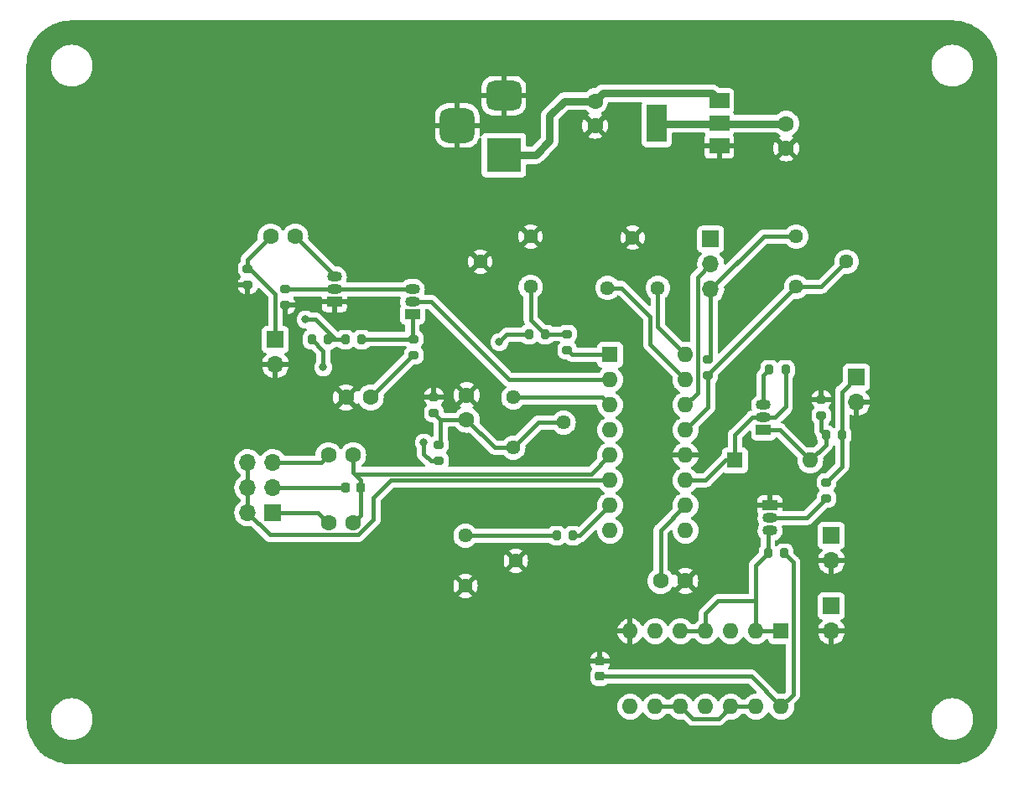
<source format=gbr>
%TF.GenerationSoftware,KiCad,Pcbnew,(6.0.0)*%
%TF.CreationDate,2022-01-24T17:52:30-05:00*%
%TF.ProjectId,function generator,66756e63-7469-46f6-9e20-67656e657261,rev?*%
%TF.SameCoordinates,Original*%
%TF.FileFunction,Copper,L1,Top*%
%TF.FilePolarity,Positive*%
%FSLAX46Y46*%
G04 Gerber Fmt 4.6, Leading zero omitted, Abs format (unit mm)*
G04 Created by KiCad (PCBNEW (6.0.0)) date 2022-01-24 17:52:30*
%MOMM*%
%LPD*%
G01*
G04 APERTURE LIST*
G04 Aperture macros list*
%AMRoundRect*
0 Rectangle with rounded corners*
0 $1 Rounding radius*
0 $2 $3 $4 $5 $6 $7 $8 $9 X,Y pos of 4 corners*
0 Add a 4 corners polygon primitive as box body*
4,1,4,$2,$3,$4,$5,$6,$7,$8,$9,$2,$3,0*
0 Add four circle primitives for the rounded corners*
1,1,$1+$1,$2,$3*
1,1,$1+$1,$4,$5*
1,1,$1+$1,$6,$7*
1,1,$1+$1,$8,$9*
0 Add four rect primitives between the rounded corners*
20,1,$1+$1,$2,$3,$4,$5,0*
20,1,$1+$1,$4,$5,$6,$7,0*
20,1,$1+$1,$6,$7,$8,$9,0*
20,1,$1+$1,$8,$9,$2,$3,0*%
G04 Aperture macros list end*
%TA.AperFunction,SMDPad,CuDef*%
%ADD10RoundRect,0.200000X0.275000X-0.200000X0.275000X0.200000X-0.275000X0.200000X-0.275000X-0.200000X0*%
%TD*%
%TA.AperFunction,SMDPad,CuDef*%
%ADD11RoundRect,0.200000X0.200000X0.275000X-0.200000X0.275000X-0.200000X-0.275000X0.200000X-0.275000X0*%
%TD*%
%TA.AperFunction,ComponentPad*%
%ADD12C,1.600000*%
%TD*%
%TA.AperFunction,ComponentPad*%
%ADD13R,1.700000X1.700000*%
%TD*%
%TA.AperFunction,ComponentPad*%
%ADD14O,1.700000X1.700000*%
%TD*%
%TA.AperFunction,ComponentPad*%
%ADD15R,1.500000X1.050000*%
%TD*%
%TA.AperFunction,ComponentPad*%
%ADD16O,1.500000X1.050000*%
%TD*%
%TA.AperFunction,ComponentPad*%
%ADD17C,1.440000*%
%TD*%
%TA.AperFunction,SMDPad,CuDef*%
%ADD18RoundRect,0.200000X-0.200000X-0.275000X0.200000X-0.275000X0.200000X0.275000X-0.200000X0.275000X0*%
%TD*%
%TA.AperFunction,SMDPad,CuDef*%
%ADD19RoundRect,0.200000X-0.275000X0.200000X-0.275000X-0.200000X0.275000X-0.200000X0.275000X0.200000X0*%
%TD*%
%TA.AperFunction,ComponentPad*%
%ADD20R,1.600000X1.600000*%
%TD*%
%TA.AperFunction,ComponentPad*%
%ADD21O,1.600000X1.600000*%
%TD*%
%TA.AperFunction,SMDPad,CuDef*%
%ADD22RoundRect,0.225000X0.225000X0.250000X-0.225000X0.250000X-0.225000X-0.250000X0.225000X-0.250000X0*%
%TD*%
%TA.AperFunction,ComponentPad*%
%ADD23R,3.500000X3.500000*%
%TD*%
%TA.AperFunction,ComponentPad*%
%ADD24RoundRect,0.750000X-1.000000X0.750000X-1.000000X-0.750000X1.000000X-0.750000X1.000000X0.750000X0*%
%TD*%
%TA.AperFunction,ComponentPad*%
%ADD25RoundRect,0.875000X-0.875000X0.875000X-0.875000X-0.875000X0.875000X-0.875000X0.875000X0.875000X0*%
%TD*%
%TA.AperFunction,SMDPad,CuDef*%
%ADD26R,2.000000X1.500000*%
%TD*%
%TA.AperFunction,SMDPad,CuDef*%
%ADD27R,2.000000X3.800000*%
%TD*%
%TA.AperFunction,SMDPad,CuDef*%
%ADD28RoundRect,0.225000X0.250000X-0.225000X0.250000X0.225000X-0.250000X0.225000X-0.250000X-0.225000X0*%
%TD*%
%TA.AperFunction,ViaPad*%
%ADD29C,0.800000*%
%TD*%
%TA.AperFunction,Conductor*%
%ADD30C,0.750000*%
%TD*%
%TA.AperFunction,Conductor*%
%ADD31C,0.400000*%
%TD*%
G04 APERTURE END LIST*
D10*
%TO.P,R13,1*%
%TO.N,Net-(Q3-Pad1)*%
X116332000Y-63309000D03*
%TO.P,R13,2*%
%TO.N,GND*%
X116332000Y-61659000D03*
%TD*%
D11*
%TO.P,R12,1*%
%TO.N,Net-(R12-Pad1)*%
X112733000Y-58674000D03*
%TO.P,R12,2*%
%TO.N,+12V*%
X111083000Y-58674000D03*
%TD*%
D10*
%TO.P,R15,1*%
%TO.N,Net-(Q4-Pad2)*%
X116840000Y-71691000D03*
%TO.P,R15,2*%
%TO.N,/square*%
X116840000Y-70041000D03*
%TD*%
D12*
%TO.P,C2,1*%
%TO.N,+12V*%
X93492000Y-31516000D03*
%TO.P,C2,2*%
%TO.N,GND*%
X93492000Y-34016000D03*
%TD*%
D13*
%TO.P,S1,1,Pin_1*%
%TO.N,Net-(C5-Pad2)*%
X60965000Y-73137000D03*
D14*
%TO.P,S1,2,Pin_2*%
%TO.N,Net-(IC2-Pad6)*%
X58425000Y-73137000D03*
%TO.P,S1,3,Pin_3*%
%TO.N,Net-(C9-Pad2)*%
X60965000Y-70597000D03*
%TO.P,S1,4,Pin_4*%
%TO.N,Net-(IC2-Pad6)*%
X58425000Y-70597000D03*
%TO.P,S1,5,Pin_5*%
%TO.N,Net-(C6-Pad2)*%
X60965000Y-68057000D03*
%TO.P,S1,6,Pin_6*%
%TO.N,Net-(IC2-Pad6)*%
X58425000Y-68057000D03*
%TD*%
D15*
%TO.P,Q3,1,E*%
%TO.N,Net-(Q3-Pad1)*%
X110490000Y-64770000D03*
D16*
%TO.P,Q3,2,B*%
%TO.N,Net-(R12-Pad1)*%
X110490000Y-63500000D03*
%TO.P,Q3,3,C*%
%TO.N,+12V*%
X110490000Y-62230000D03*
%TD*%
D13*
%TO.P,J5,1,Pin_1*%
%TO.N,/sin{slash}triangle*%
X61214000Y-55621000D03*
D14*
%TO.P,J5,2,Pin_2*%
%TO.N,GND*%
X61214000Y-58161000D03*
%TD*%
D11*
%TO.P,R7,1*%
%TO.N,Net-(R7-Pad1)*%
X69913000Y-55626000D03*
%TO.P,R7,2*%
%TO.N,Net-(Q2-Pad3)*%
X68263000Y-55626000D03*
%TD*%
D12*
%TO.P,C7,1*%
%TO.N,Net-(C7-Pad1)*%
X70846000Y-61468000D03*
%TO.P,C7,2*%
%TO.N,GND*%
X68346000Y-61468000D03*
%TD*%
D11*
%TO.P,R5,1*%
%TO.N,Net-(R5-Pad1)*%
X91249000Y-75438000D03*
%TO.P,R5,2*%
%TO.N,Net-(R5-Pad2)*%
X89599000Y-75438000D03*
%TD*%
D17*
%TO.P,VR4,1,1*%
%TO.N,Net-(VR4-Pad2)*%
X113792000Y-50292000D03*
%TO.P,VR4,2,2*%
X118872000Y-47752000D03*
%TO.P,VR4,3,3*%
%TO.N,Net-(R6-Pad1)*%
X113792000Y-45212000D03*
%TD*%
D18*
%TO.P,R8,1*%
%TO.N,+12V*%
X64898000Y-55626000D03*
%TO.P,R8,2*%
%TO.N,Net-(Q2-Pad3)*%
X66548000Y-55626000D03*
%TD*%
D12*
%TO.P,C5,1*%
%TO.N,Net-(C5-Pad1)*%
X69068000Y-74168000D03*
%TO.P,C5,2*%
%TO.N,Net-(C5-Pad2)*%
X66568000Y-74168000D03*
%TD*%
D17*
%TO.P,VR1,1,1*%
%TO.N,GND*%
X86983000Y-45212000D03*
%TO.P,VR1,2,2*%
X81903000Y-47752000D03*
%TO.P,VR1,3,3*%
%TO.N,Net-(R4-Pad1)*%
X86983000Y-50292000D03*
%TD*%
%TO.P,VR2,1,1*%
%TO.N,Net-(VR2-Pad1)*%
X85229000Y-66548000D03*
%TO.P,VR2,2,2*%
X90309000Y-64008000D03*
%TO.P,VR2,3,3*%
%TO.N,Net-(VR2-Pad3)*%
X85229000Y-61468000D03*
%TD*%
D10*
%TO.P,R2,1*%
%TO.N,Net-(VR2-Pad1)*%
X77216000Y-63055000D03*
%TO.P,R2,2*%
%TO.N,GND*%
X77216000Y-61405000D03*
%TD*%
D19*
%TO.P,R9,1*%
%TO.N,Net-(Q2-Pad2)*%
X62230000Y-50483000D03*
%TO.P,R9,2*%
%TO.N,GND*%
X62230000Y-52133000D03*
%TD*%
D15*
%TO.P,Q4,1,E*%
%TO.N,GND*%
X111146000Y-72390000D03*
D16*
%TO.P,Q4,2,B*%
%TO.N,Net-(Q4-Pad2)*%
X111146000Y-73660000D03*
%TO.P,Q4,3,C*%
%TO.N,Net-(IC4-Pad1)*%
X111146000Y-74930000D03*
%TD*%
D20*
%TO.P,IC2,1,AMSI*%
%TO.N,Net-(R4-Pad2)*%
X94996000Y-57150000D03*
D21*
%TO.P,IC2,2,STO*%
%TO.N,Net-(Q1-Pad2)*%
X94996000Y-59690000D03*
%TO.P,IC2,3,MO*%
%TO.N,Net-(VR2-Pad3)*%
X94996000Y-62230000D03*
%TO.P,IC2,4,VCC*%
%TO.N,+12V*%
X94996000Y-64770000D03*
%TO.P,IC2,5,TC1*%
%TO.N,Net-(C5-Pad1)*%
X94996000Y-67310000D03*
%TO.P,IC2,6,TC2*%
%TO.N,Net-(IC2-Pad6)*%
X94996000Y-69850000D03*
%TO.P,IC2,7,TR1*%
%TO.N,Net-(R5-Pad1)*%
X94996000Y-72390000D03*
%TO.P,IC2,8,TR2*%
%TO.N,unconnected-(IC2-Pad8)*%
X94996000Y-74930000D03*
%TO.P,IC2,9,FSKI*%
%TO.N,unconnected-(IC2-Pad9)*%
X102616000Y-74930000D03*
%TO.P,IC2,10,BIAS*%
%TO.N,Net-(C4-Pad1)*%
X102616000Y-72390000D03*
%TO.P,IC2,11,SYNCO*%
%TO.N,Net-(R12-Pad1)*%
X102616000Y-69850000D03*
%TO.P,IC2,12,GND*%
%TO.N,GND*%
X102616000Y-67310000D03*
%TO.P,IC2,13,WAVEA1*%
%TO.N,Net-(VR4-Pad2)*%
X102616000Y-64770000D03*
%TO.P,IC2,14,WAVEA2*%
%TO.N,Net-(S2-Pad2)*%
X102616000Y-62230000D03*
%TO.P,IC2,15,SYMA1*%
%TO.N,Net-(IC2-Pad15)*%
X102616000Y-59690000D03*
%TO.P,IC2,16,SYMA2*%
%TO.N,Net-(IC2-Pad16)*%
X102616000Y-57150000D03*
%TD*%
D12*
%TO.P,C3,1*%
%TO.N,Net-(VR2-Pad1)*%
X80518000Y-63734000D03*
%TO.P,C3,2*%
%TO.N,GND*%
X80518000Y-61234000D03*
%TD*%
D13*
%TO.P,S2,1,Pin_1*%
%TO.N,unconnected-(S2-Pad1)*%
X105156000Y-45481000D03*
D14*
%TO.P,S2,2,Pin_2*%
%TO.N,Net-(S2-Pad2)*%
X105156000Y-48021000D03*
%TO.P,S2,3,Pin_3*%
%TO.N,Net-(R6-Pad1)*%
X105156000Y-50561000D03*
%TD*%
D19*
%TO.P,R4,1*%
%TO.N,Net-(R4-Pad1)*%
X90678000Y-55055000D03*
%TO.P,R4,2*%
%TO.N,Net-(R4-Pad2)*%
X90678000Y-56705000D03*
%TD*%
D12*
%TO.P,C6,1*%
%TO.N,Net-(C5-Pad1)*%
X69068000Y-67310000D03*
%TO.P,C6,2*%
%TO.N,Net-(C6-Pad2)*%
X66568000Y-67310000D03*
%TD*%
D13*
%TO.P,J3,1,Pin_1*%
%TO.N,/inverse ttl square*%
X117348000Y-82545000D03*
D14*
%TO.P,J3,2,Pin_2*%
%TO.N,GND*%
X117348000Y-85085000D03*
%TD*%
D22*
%TO.P,C9,1*%
%TO.N,Net-(C5-Pad1)*%
X69843000Y-70612000D03*
%TO.P,C9,2*%
%TO.N,Net-(C9-Pad2)*%
X68293000Y-70612000D03*
%TD*%
D12*
%TO.P,C4,1*%
%TO.N,Net-(C4-Pad1)*%
X100096000Y-80010000D03*
%TO.P,C4,2*%
%TO.N,GND*%
X102596000Y-80010000D03*
%TD*%
D23*
%TO.P,J1,1*%
%TO.N,+12V*%
X84269500Y-36988000D03*
D24*
%TO.P,J1,2*%
%TO.N,GND*%
X84269500Y-30988000D03*
D25*
%TO.P,J1,3*%
X79569500Y-33988000D03*
%TD*%
D18*
%TO.P,R3,1*%
%TO.N,+12V*%
X86805000Y-55118000D03*
%TO.P,R3,2*%
%TO.N,Net-(R4-Pad1)*%
X88455000Y-55118000D03*
%TD*%
D17*
%TO.P,VR3,1,1*%
%TO.N,GND*%
X80403000Y-80518000D03*
%TO.P,VR3,2,2*%
X85483000Y-77978000D03*
%TO.P,VR3,3,3*%
%TO.N,Net-(R5-Pad2)*%
X80403000Y-75438000D03*
%TD*%
%TO.P,VR5,1,1*%
%TO.N,Net-(IC2-Pad16)*%
X99822000Y-50407000D03*
%TO.P,VR5,2,2*%
%TO.N,GND*%
X97282000Y-45327000D03*
%TO.P,VR5,3,3*%
%TO.N,Net-(IC2-Pad15)*%
X94742000Y-50407000D03*
%TD*%
D20*
%TO.P,IC4,1*%
%TO.N,Net-(IC4-Pad1)*%
X112273000Y-85100000D03*
D21*
%TO.P,IC4,2*%
X109733000Y-85100000D03*
%TO.P,IC4,3*%
%TO.N,N/C*%
X107193000Y-85100000D03*
%TO.P,IC4,4*%
%TO.N,Net-(IC4-Pad1)*%
X104653000Y-85100000D03*
%TO.P,IC4,5*%
X102113000Y-85100000D03*
%TO.P,IC4,6*%
%TO.N,/ttl square*%
X99573000Y-85100000D03*
%TO.P,IC4,7,GND*%
%TO.N,GND*%
X97033000Y-85100000D03*
%TO.P,IC4,8*%
%TO.N,/inverse ttl square*%
X97033000Y-92720000D03*
%TO.P,IC4,9*%
%TO.N,/ttl square*%
X99573000Y-92720000D03*
%TO.P,IC4,10*%
X102113000Y-92720000D03*
%TO.P,IC4,11*%
%TO.N,N/C*%
X104653000Y-92720000D03*
%TO.P,IC4,12*%
%TO.N,/ttl square*%
X107193000Y-92720000D03*
%TO.P,IC4,13*%
X109733000Y-92720000D03*
%TO.P,IC4,14,VCC*%
%TO.N,Net-(IC4-Pad14)*%
X112273000Y-92720000D03*
%TD*%
D12*
%TO.P,C8,1*%
%TO.N,Net-(Q2-Pad3)*%
X63226000Y-45212000D03*
%TO.P,C8,2*%
%TO.N,/sin{slash}triangle*%
X60726000Y-45212000D03*
%TD*%
D26*
%TO.P,U1,1,GND*%
%TO.N,GND*%
X106020000Y-36082000D03*
D27*
%TO.P,U1,2,VO*%
%TO.N,Net-(IC4-Pad14)*%
X99720000Y-33782000D03*
D26*
X106020000Y-33782000D03*
%TO.P,U1,3,VI*%
%TO.N,+12V*%
X106020000Y-31482000D03*
%TD*%
D12*
%TO.P,C10,1*%
%TO.N,Net-(IC4-Pad14)*%
X112776000Y-33802000D03*
%TO.P,C10,2*%
%TO.N,GND*%
X112776000Y-36302000D03*
%TD*%
D10*
%TO.P,R1,1*%
%TO.N,+12V*%
X77724000Y-67881000D03*
%TO.P,R1,2*%
%TO.N,Net-(VR2-Pad1)*%
X77724000Y-66231000D03*
%TD*%
D19*
%TO.P,R11,1*%
%TO.N,/sin{slash}triangle*%
X58420000Y-48451000D03*
%TO.P,R11,2*%
%TO.N,GND*%
X58420000Y-50101000D03*
%TD*%
D15*
%TO.P,Q1,1,E*%
%TO.N,Net-(R7-Pad1)*%
X75036000Y-53086000D03*
D16*
%TO.P,Q1,2,B*%
%TO.N,Net-(Q1-Pad2)*%
X75036000Y-51816000D03*
%TO.P,Q1,3,C*%
%TO.N,Net-(Q2-Pad2)*%
X75036000Y-50546000D03*
%TD*%
D20*
%TO.P,D1,1,K*%
%TO.N,Net-(R12-Pad1)*%
X107590000Y-67818000D03*
D21*
%TO.P,D1,2,A*%
%TO.N,Net-(Q3-Pad1)*%
X115210000Y-67818000D03*
%TD*%
D10*
%TO.P,R10,1*%
%TO.N,Net-(C7-Pad1)*%
X75184000Y-57213000D03*
%TO.P,R10,2*%
%TO.N,Net-(R7-Pad1)*%
X75184000Y-55563000D03*
%TD*%
D18*
%TO.P,R14,1*%
%TO.N,Net-(Q3-Pad1)*%
X116777000Y-65278000D03*
%TO.P,R14,2*%
%TO.N,/square*%
X118427000Y-65278000D03*
%TD*%
D19*
%TO.P,R6,1*%
%TO.N,Net-(R6-Pad1)*%
X104902000Y-57595000D03*
%TO.P,R6,2*%
%TO.N,Net-(VR4-Pad2)*%
X104902000Y-59245000D03*
%TD*%
D28*
%TO.P,C1,1*%
%TO.N,Net-(IC4-Pad14)*%
X93980000Y-89675000D03*
%TO.P,C1,2*%
%TO.N,GND*%
X93980000Y-88125000D03*
%TD*%
D13*
%TO.P,J4,1,Pin_1*%
%TO.N,/square*%
X119888000Y-59431000D03*
D14*
%TO.P,J4,2,Pin_2*%
%TO.N,GND*%
X119888000Y-61971000D03*
%TD*%
D13*
%TO.P,J2,1,Pin_1*%
%TO.N,/ttl square*%
X117348000Y-75433000D03*
D14*
%TO.P,J2,2,Pin_2*%
%TO.N,GND*%
X117348000Y-77973000D03*
%TD*%
D11*
%TO.P,R16,1*%
%TO.N,Net-(IC4-Pad14)*%
X112585000Y-77216000D03*
%TO.P,R16,2*%
%TO.N,Net-(IC4-Pad1)*%
X110935000Y-77216000D03*
%TD*%
D15*
%TO.P,Q2,1,E*%
%TO.N,GND*%
X67162000Y-51816000D03*
D16*
%TO.P,Q2,2,B*%
%TO.N,Net-(Q2-Pad2)*%
X67162000Y-50546000D03*
%TO.P,Q2,3,C*%
%TO.N,Net-(Q2-Pad3)*%
X67162000Y-49276000D03*
%TD*%
D29*
%TO.N,+12V*%
X83820000Y-55880000D03*
X66040000Y-58420000D03*
X76200000Y-66040000D03*
%TO.N,Net-(Q2-Pad3)*%
X64262000Y-53594000D03*
%TD*%
D30*
%TO.N,+12V*%
X93492000Y-31516000D02*
X94291999Y-30716001D01*
D31*
X77724000Y-67881000D02*
X76899000Y-67881000D01*
X64898000Y-55626000D02*
X66040000Y-56768000D01*
D30*
X88900000Y-35560000D02*
X88900000Y-33020000D01*
X94291999Y-30716001D02*
X105254001Y-30716001D01*
D31*
X76899000Y-67881000D02*
X76200000Y-67182000D01*
X84582000Y-55118000D02*
X83820000Y-55880000D01*
D30*
X88900000Y-33020000D02*
X90404000Y-31516000D01*
X90404000Y-31516000D02*
X93492000Y-31516000D01*
D31*
X110490000Y-59267000D02*
X111083000Y-58674000D01*
X76200000Y-67182000D02*
X76200000Y-66040000D01*
X66040000Y-56768000D02*
X66040000Y-58420000D01*
D30*
X84269500Y-36988000D02*
X87472000Y-36988000D01*
X87472000Y-36988000D02*
X88900000Y-35560000D01*
D31*
X110490000Y-62230000D02*
X110490000Y-59267000D01*
D30*
X105254001Y-30716001D02*
X106020000Y-31482000D01*
D31*
X86805000Y-55118000D02*
X84582000Y-55118000D01*
%TO.N,Net-(VR2-Pad1)*%
X77895000Y-66060000D02*
X77895000Y-63734000D01*
X77895000Y-63734000D02*
X77216000Y-63055000D01*
X83332000Y-66548000D02*
X80518000Y-63734000D01*
X80518000Y-63734000D02*
X77895000Y-63734000D01*
X87769000Y-64008000D02*
X85229000Y-66548000D01*
X90309000Y-64008000D02*
X87769000Y-64008000D01*
X77724000Y-66231000D02*
X77895000Y-66060000D01*
X85229000Y-66548000D02*
X83332000Y-66548000D01*
%TO.N,Net-(C4-Pad1)*%
X100096000Y-80010000D02*
X100096000Y-74910000D01*
X100096000Y-74910000D02*
X102616000Y-72390000D01*
%TO.N,Net-(C5-Pad1)*%
X69843000Y-70612000D02*
X69843000Y-73393000D01*
X94996000Y-67310000D02*
X93091000Y-69215000D01*
X69068000Y-67310000D02*
X69068000Y-69068000D01*
X69068000Y-69068000D02*
X69215000Y-69215000D01*
X69215000Y-69215000D02*
X69843000Y-69843000D01*
X69843000Y-73393000D02*
X69068000Y-74168000D01*
X69843000Y-69843000D02*
X69843000Y-70612000D01*
X93091000Y-69215000D02*
X69215000Y-69215000D01*
%TO.N,Net-(C5-Pad2)*%
X60965000Y-73137000D02*
X65537000Y-73137000D01*
X65537000Y-73137000D02*
X66568000Y-74168000D01*
%TO.N,Net-(C6-Pad2)*%
X65821000Y-68057000D02*
X66568000Y-67310000D01*
X60965000Y-68057000D02*
X65821000Y-68057000D01*
%TO.N,Net-(C7-Pad1)*%
X70846000Y-61468000D02*
X75101000Y-57213000D01*
X75101000Y-57213000D02*
X75184000Y-57213000D01*
%TO.N,Net-(Q2-Pad3)*%
X67310000Y-55626000D02*
X68263000Y-55626000D01*
X67162000Y-49276000D02*
X67162000Y-49148000D01*
X66548000Y-55626000D02*
X67310000Y-55626000D01*
X67310000Y-55626000D02*
X65278000Y-53594000D01*
X65278000Y-53594000D02*
X64262000Y-53594000D01*
X67162000Y-49148000D02*
X63226000Y-45212000D01*
%TO.N,/sin{slash}triangle*%
X61214000Y-55621000D02*
X61214000Y-51054000D01*
X60726000Y-45212000D02*
X58420000Y-47518000D01*
X61214000Y-51054000D02*
X58611000Y-48451000D01*
X58420000Y-47518000D02*
X58420000Y-48451000D01*
X58611000Y-48451000D02*
X58420000Y-48451000D01*
%TO.N,Net-(C9-Pad2)*%
X60965000Y-70597000D02*
X68278000Y-70597000D01*
X68278000Y-70597000D02*
X68293000Y-70612000D01*
%TO.N,Net-(IC4-Pad14)*%
X109228000Y-89675000D02*
X93980000Y-89675000D01*
X113472511Y-78103511D02*
X113472511Y-91520489D01*
X112273000Y-92720000D02*
X109228000Y-89675000D01*
D30*
X99740000Y-33802000D02*
X99720000Y-33782000D01*
D31*
X112585000Y-77216000D02*
X113472511Y-78103511D01*
D30*
X112776000Y-33802000D02*
X99740000Y-33802000D01*
D31*
X113472511Y-91520489D02*
X112273000Y-92720000D01*
%TO.N,Net-(R12-Pad1)*%
X107590000Y-65250000D02*
X107590000Y-67818000D01*
X112733000Y-58674000D02*
X112733000Y-62407000D01*
X109340000Y-63500000D02*
X107590000Y-65250000D01*
X104648000Y-69850000D02*
X102616000Y-69850000D01*
X110490000Y-63500000D02*
X109340000Y-63500000D01*
X111640000Y-63500000D02*
X110490000Y-63500000D01*
X107590000Y-67818000D02*
X106680000Y-67818000D01*
X112733000Y-62407000D02*
X111640000Y-63500000D01*
X106680000Y-67818000D02*
X104648000Y-69850000D01*
%TO.N,Net-(Q3-Pad1)*%
X116332000Y-63309000D02*
X116332000Y-64833000D01*
X116332000Y-64833000D02*
X116777000Y-65278000D01*
X112162000Y-64770000D02*
X115210000Y-67818000D01*
X116777000Y-66251000D02*
X115210000Y-67818000D01*
X110490000Y-64770000D02*
X112162000Y-64770000D01*
X116777000Y-65278000D02*
X116777000Y-66251000D01*
%TO.N,Net-(R4-Pad2)*%
X90678000Y-56705000D02*
X91123000Y-57150000D01*
X91123000Y-57150000D02*
X94996000Y-57150000D01*
%TO.N,Net-(Q1-Pad2)*%
X84836000Y-59690000D02*
X76962000Y-51816000D01*
X94996000Y-59690000D02*
X84836000Y-59690000D01*
X76962000Y-51816000D02*
X75036000Y-51816000D01*
%TO.N,Net-(VR2-Pad3)*%
X85229000Y-61468000D02*
X94234000Y-61468000D01*
X94234000Y-61468000D02*
X94996000Y-62230000D01*
%TO.N,Net-(VR4-Pad2)*%
X113792000Y-50292000D02*
X116332000Y-50292000D01*
X116332000Y-50292000D02*
X118872000Y-47752000D01*
X104902000Y-59182000D02*
X104902000Y-59245000D01*
X104902000Y-62484000D02*
X104902000Y-59245000D01*
X102616000Y-64770000D02*
X104902000Y-62484000D01*
X113792000Y-50292000D02*
X104902000Y-59182000D01*
%TO.N,Net-(S2-Pad2)*%
X103815511Y-49361489D02*
X105156000Y-48021000D01*
X103815511Y-61030489D02*
X103815511Y-49361489D01*
X102616000Y-62230000D02*
X103815511Y-61030489D01*
%TO.N,Net-(R5-Pad1)*%
X94996000Y-72390000D02*
X91948000Y-75438000D01*
X91948000Y-75438000D02*
X91249000Y-75438000D01*
%TO.N,Net-(IC4-Pad1)*%
X110935000Y-75141000D02*
X111146000Y-74930000D01*
X110935000Y-77216000D02*
X110935000Y-75141000D01*
X109733000Y-82047000D02*
X105913000Y-82047000D01*
X109733000Y-82047000D02*
X109733000Y-85100000D01*
X109733000Y-78418000D02*
X109733000Y-82047000D01*
X110935000Y-77216000D02*
X109733000Y-78418000D01*
X109733000Y-85100000D02*
X112273000Y-85100000D01*
X104653000Y-85100000D02*
X102113000Y-85100000D01*
X104653000Y-83307000D02*
X104653000Y-85100000D01*
X105913000Y-82047000D02*
X104653000Y-83307000D01*
%TO.N,/ttl square*%
X99573000Y-92720000D02*
X102113000Y-92720000D01*
X109733000Y-92720000D02*
X107193000Y-92720000D01*
X103312511Y-93919511D02*
X102113000Y-92720000D01*
X107193000Y-92720000D02*
X105993489Y-93919511D01*
X105993489Y-93919511D02*
X103312511Y-93919511D01*
%TO.N,Net-(Q2-Pad2)*%
X75036000Y-50546000D02*
X67162000Y-50546000D01*
X62293000Y-50546000D02*
X62230000Y-50483000D01*
X67162000Y-50546000D02*
X62293000Y-50546000D01*
%TO.N,Net-(R7-Pad1)*%
X69976000Y-55563000D02*
X69913000Y-55626000D01*
X75184000Y-55563000D02*
X69976000Y-55563000D01*
X75036000Y-55415000D02*
X75184000Y-55563000D01*
X75036000Y-53086000D02*
X75036000Y-55415000D01*
%TO.N,Net-(Q4-Pad2)*%
X116840000Y-71691000D02*
X114871000Y-73660000D01*
X114871000Y-73660000D02*
X111146000Y-73660000D01*
%TO.N,Net-(R4-Pad1)*%
X86983000Y-53646000D02*
X86983000Y-50292000D01*
X90678000Y-55055000D02*
X88518000Y-55055000D01*
X88455000Y-55118000D02*
X86983000Y-53646000D01*
X88518000Y-55055000D02*
X88455000Y-55118000D01*
%TO.N,Net-(R5-Pad2)*%
X89599000Y-75438000D02*
X80403000Y-75438000D01*
%TO.N,/square*%
X118427000Y-65278000D02*
X118427000Y-68454000D01*
X118427000Y-68454000D02*
X116840000Y-70041000D01*
X118427000Y-60892000D02*
X118427000Y-65278000D01*
X119888000Y-59431000D02*
X118427000Y-60892000D01*
%TO.N,Net-(IC2-Pad15)*%
X96127000Y-50407000D02*
X94742000Y-50407000D01*
X99060000Y-53340000D02*
X96127000Y-50407000D01*
X102616000Y-59690000D02*
X99060000Y-56134000D01*
X99060000Y-56134000D02*
X99060000Y-53340000D01*
%TO.N,Net-(IC2-Pad16)*%
X102616000Y-57150000D02*
X99822000Y-54356000D01*
X99822000Y-54356000D02*
X99822000Y-50407000D01*
%TO.N,Net-(R6-Pad1)*%
X104902000Y-57595000D02*
X105156000Y-57341000D01*
X110505000Y-45212000D02*
X113792000Y-45212000D01*
X105156000Y-50561000D02*
X110505000Y-45212000D01*
X105156000Y-57341000D02*
X105156000Y-50561000D01*
%TO.N,Net-(IC2-Pad6)*%
X71120000Y-71628000D02*
X71120000Y-73812366D01*
X60655511Y-75367511D02*
X58425000Y-73137000D01*
X69564855Y-75367511D02*
X60655511Y-75367511D01*
X58425000Y-71125000D02*
X58425000Y-73137000D01*
X94996000Y-69850000D02*
X72898000Y-69850000D01*
X58425000Y-70597000D02*
X58425000Y-71125000D01*
X72898000Y-69850000D02*
X71120000Y-71628000D01*
X71120000Y-73812366D02*
X69564855Y-75367511D01*
X58425000Y-68057000D02*
X58425000Y-71125000D01*
%TD*%
%TA.AperFunction,Conductor*%
%TO.N,GND*%
G36*
X129510057Y-23369500D02*
G01*
X129524858Y-23371805D01*
X129524861Y-23371805D01*
X129533730Y-23373186D01*
X129554158Y-23370515D01*
X129575983Y-23369571D01*
X129932981Y-23385158D01*
X129943930Y-23386116D01*
X130328465Y-23436741D01*
X130339291Y-23438650D01*
X130717951Y-23522598D01*
X130728568Y-23525443D01*
X130898993Y-23579177D01*
X131098473Y-23642073D01*
X131108787Y-23645826D01*
X131467143Y-23794262D01*
X131477087Y-23798900D01*
X131821117Y-23977990D01*
X131830637Y-23983486D01*
X132157754Y-24191883D01*
X132166758Y-24198188D01*
X132474458Y-24434295D01*
X132482878Y-24441360D01*
X132713760Y-24652923D01*
X132768836Y-24703391D01*
X132776609Y-24711164D01*
X133038640Y-24997122D01*
X133045705Y-25005542D01*
X133281812Y-25313242D01*
X133288117Y-25322246D01*
X133496514Y-25649363D01*
X133502009Y-25658882D01*
X133679789Y-26000393D01*
X133681096Y-26002904D01*
X133685738Y-26012857D01*
X133834171Y-26371206D01*
X133837930Y-26381535D01*
X133954557Y-26751432D01*
X133957402Y-26762049D01*
X134041350Y-27140709D01*
X134043259Y-27151535D01*
X134093884Y-27536070D01*
X134094842Y-27547020D01*
X134110104Y-27896584D01*
X134108724Y-27921460D01*
X134106814Y-27933730D01*
X134108454Y-27946270D01*
X134110936Y-27965251D01*
X134112000Y-27981589D01*
X134112000Y-93930672D01*
X134110500Y-93950056D01*
X134106814Y-93973730D01*
X134109485Y-93994158D01*
X134110429Y-94015983D01*
X134105242Y-94134784D01*
X134094842Y-94372980D01*
X134093884Y-94383930D01*
X134043259Y-94768465D01*
X134041350Y-94779291D01*
X133957402Y-95157951D01*
X133954557Y-95168568D01*
X133837930Y-95538465D01*
X133834174Y-95548787D01*
X133736213Y-95785287D01*
X133685742Y-95907134D01*
X133681100Y-95917087D01*
X133502010Y-96261117D01*
X133496514Y-96270637D01*
X133288117Y-96597754D01*
X133281812Y-96606758D01*
X133045705Y-96914458D01*
X133038640Y-96922878D01*
X132776609Y-97208836D01*
X132768840Y-97216605D01*
X132584087Y-97385900D01*
X132482878Y-97478640D01*
X132474458Y-97485705D01*
X132166758Y-97721812D01*
X132157754Y-97728117D01*
X131830637Y-97936514D01*
X131821118Y-97942009D01*
X131477087Y-98121100D01*
X131467143Y-98125738D01*
X131108787Y-98274174D01*
X131098473Y-98277927D01*
X130898993Y-98340823D01*
X130728568Y-98394557D01*
X130717951Y-98397402D01*
X130339291Y-98481350D01*
X130328465Y-98483259D01*
X129943930Y-98533884D01*
X129932981Y-98534842D01*
X129583416Y-98550104D01*
X129558540Y-98548724D01*
X129556684Y-98548435D01*
X129555142Y-98548195D01*
X129555141Y-98548195D01*
X129546270Y-98546814D01*
X129514749Y-98550936D01*
X129498411Y-98552000D01*
X40689328Y-98552000D01*
X40669943Y-98550500D01*
X40655142Y-98548195D01*
X40655139Y-98548195D01*
X40646270Y-98546814D01*
X40625842Y-98549485D01*
X40604017Y-98550429D01*
X40247019Y-98534842D01*
X40236070Y-98533884D01*
X39851535Y-98483259D01*
X39840709Y-98481350D01*
X39462049Y-98397402D01*
X39451432Y-98394557D01*
X39281007Y-98340823D01*
X39081527Y-98277927D01*
X39071213Y-98274174D01*
X38712857Y-98125738D01*
X38702913Y-98121100D01*
X38358882Y-97942009D01*
X38349363Y-97936514D01*
X38022246Y-97728117D01*
X38013242Y-97721812D01*
X37705542Y-97485705D01*
X37697122Y-97478640D01*
X37595913Y-97385900D01*
X37411160Y-97216605D01*
X37403391Y-97208836D01*
X37141360Y-96922878D01*
X37134295Y-96914458D01*
X36898188Y-96606758D01*
X36891883Y-96597754D01*
X36683486Y-96270637D01*
X36677990Y-96261117D01*
X36498900Y-95917087D01*
X36494258Y-95907134D01*
X36443788Y-95785287D01*
X36345826Y-95548787D01*
X36342070Y-95538465D01*
X36225443Y-95168568D01*
X36222598Y-95157951D01*
X36138650Y-94779291D01*
X36136741Y-94768465D01*
X36086116Y-94383930D01*
X36085158Y-94372980D01*
X36073794Y-94112703D01*
X38530743Y-94112703D01*
X38568268Y-94397734D01*
X38644129Y-94675036D01*
X38756923Y-94939476D01*
X38768693Y-94959142D01*
X38894032Y-95168568D01*
X38904561Y-95186161D01*
X39084313Y-95410528D01*
X39292851Y-95608423D01*
X39526317Y-95776186D01*
X39530112Y-95778195D01*
X39530113Y-95778196D01*
X39551869Y-95789715D01*
X39780392Y-95910712D01*
X40050373Y-96009511D01*
X40331264Y-96070755D01*
X40359841Y-96073004D01*
X40554282Y-96088307D01*
X40554291Y-96088307D01*
X40556739Y-96088500D01*
X40712271Y-96088500D01*
X40714407Y-96088354D01*
X40714418Y-96088354D01*
X40922548Y-96074165D01*
X40922554Y-96074164D01*
X40926825Y-96073873D01*
X40931020Y-96073004D01*
X40931022Y-96073004D01*
X41067584Y-96044723D01*
X41208342Y-96015574D01*
X41479343Y-95919607D01*
X41734812Y-95787750D01*
X41738313Y-95785289D01*
X41738317Y-95785287D01*
X41852418Y-95705095D01*
X41970023Y-95622441D01*
X42180622Y-95426740D01*
X42362713Y-95204268D01*
X42512927Y-94959142D01*
X42628483Y-94695898D01*
X42707244Y-94419406D01*
X42747751Y-94134784D01*
X42747845Y-94116951D01*
X42749235Y-93851583D01*
X42749235Y-93851576D01*
X42749257Y-93847297D01*
X42711732Y-93562266D01*
X42635871Y-93284964D01*
X42625295Y-93260170D01*
X42524763Y-93024476D01*
X42524761Y-93024472D01*
X42523077Y-93020524D01*
X42375439Y-92773839D01*
X42195687Y-92549472D01*
X42042444Y-92404050D01*
X41990258Y-92354527D01*
X41990255Y-92354525D01*
X41987149Y-92351577D01*
X41753683Y-92183814D01*
X41731843Y-92172250D01*
X41698623Y-92154661D01*
X41499608Y-92049288D01*
X41229627Y-91950489D01*
X40948736Y-91889245D01*
X40917685Y-91886801D01*
X40725718Y-91871693D01*
X40725709Y-91871693D01*
X40723261Y-91871500D01*
X40567729Y-91871500D01*
X40565593Y-91871646D01*
X40565582Y-91871646D01*
X40357452Y-91885835D01*
X40357446Y-91885836D01*
X40353175Y-91886127D01*
X40348980Y-91886996D01*
X40348978Y-91886996D01*
X40333473Y-91890207D01*
X40071658Y-91944426D01*
X39800657Y-92040393D01*
X39545188Y-92172250D01*
X39541687Y-92174711D01*
X39541683Y-92174713D01*
X39540986Y-92175203D01*
X39309977Y-92337559D01*
X39294892Y-92351577D01*
X39143873Y-92491913D01*
X39099378Y-92533260D01*
X38917287Y-92755732D01*
X38767073Y-93000858D01*
X38651517Y-93264102D01*
X38572756Y-93540594D01*
X38532249Y-93825216D01*
X38532227Y-93829505D01*
X38532226Y-93829512D01*
X38530765Y-94108417D01*
X38530743Y-94112703D01*
X36073794Y-94112703D01*
X36069896Y-94023416D01*
X36071276Y-93998537D01*
X36071805Y-93995142D01*
X36071805Y-93995141D01*
X36073186Y-93986270D01*
X36069064Y-93954748D01*
X36068000Y-93938411D01*
X36068000Y-89948732D01*
X92996500Y-89948732D01*
X93007113Y-90051019D01*
X93061244Y-90213268D01*
X93151248Y-90358713D01*
X93272298Y-90479552D01*
X93417899Y-90569302D01*
X93580243Y-90623149D01*
X93587080Y-90623849D01*
X93587082Y-90623850D01*
X93628401Y-90628083D01*
X93681268Y-90633500D01*
X94278732Y-90633500D01*
X94281978Y-90633163D01*
X94281982Y-90633163D01*
X94316083Y-90629625D01*
X94381019Y-90622887D01*
X94534726Y-90571606D01*
X94536324Y-90571073D01*
X94536326Y-90571072D01*
X94543268Y-90568756D01*
X94688713Y-90478752D01*
X94693886Y-90473570D01*
X94693891Y-90473566D01*
X94746881Y-90420483D01*
X94809163Y-90386403D01*
X94836054Y-90383500D01*
X108882340Y-90383500D01*
X108950461Y-90403502D01*
X108971431Y-90420401D01*
X109748404Y-91197375D01*
X109782428Y-91259685D01*
X109777363Y-91330501D01*
X109734816Y-91387336D01*
X109670289Y-91411988D01*
X109595439Y-91418537D01*
X109510394Y-91425977D01*
X109510389Y-91425978D01*
X109504913Y-91426457D01*
X109499600Y-91427881D01*
X109499598Y-91427881D01*
X109289067Y-91484293D01*
X109289065Y-91484294D01*
X109283757Y-91485716D01*
X109278776Y-91488039D01*
X109278775Y-91488039D01*
X109081238Y-91580151D01*
X109081233Y-91580154D01*
X109076251Y-91582477D01*
X108971389Y-91655902D01*
X108893211Y-91710643D01*
X108893208Y-91710645D01*
X108888700Y-91713802D01*
X108726802Y-91875700D01*
X108723645Y-91880208D01*
X108723643Y-91880211D01*
X108669335Y-91957771D01*
X108613878Y-92002099D01*
X108566122Y-92011500D01*
X108359878Y-92011500D01*
X108291757Y-91991498D01*
X108256665Y-91957771D01*
X108202357Y-91880211D01*
X108202355Y-91880208D01*
X108199198Y-91875700D01*
X108037300Y-91713802D01*
X108032792Y-91710645D01*
X108032789Y-91710643D01*
X107954611Y-91655902D01*
X107849749Y-91582477D01*
X107844767Y-91580154D01*
X107844762Y-91580151D01*
X107647225Y-91488039D01*
X107647224Y-91488039D01*
X107642243Y-91485716D01*
X107636935Y-91484294D01*
X107636933Y-91484293D01*
X107426402Y-91427881D01*
X107426400Y-91427881D01*
X107421087Y-91426457D01*
X107193000Y-91406502D01*
X106964913Y-91426457D01*
X106959600Y-91427881D01*
X106959598Y-91427881D01*
X106749067Y-91484293D01*
X106749065Y-91484294D01*
X106743757Y-91485716D01*
X106738776Y-91488039D01*
X106738775Y-91488039D01*
X106541238Y-91580151D01*
X106541233Y-91580154D01*
X106536251Y-91582477D01*
X106431389Y-91655902D01*
X106353211Y-91710643D01*
X106353208Y-91710645D01*
X106348700Y-91713802D01*
X106186802Y-91875700D01*
X106183645Y-91880208D01*
X106183643Y-91880211D01*
X106141433Y-91940494D01*
X106055477Y-92063251D01*
X106053154Y-92068233D01*
X106053151Y-92068238D01*
X106037195Y-92102457D01*
X105990278Y-92155742D01*
X105922001Y-92175203D01*
X105854041Y-92154661D01*
X105808805Y-92102457D01*
X105792849Y-92068238D01*
X105792846Y-92068233D01*
X105790523Y-92063251D01*
X105704567Y-91940494D01*
X105662357Y-91880211D01*
X105662355Y-91880208D01*
X105659198Y-91875700D01*
X105497300Y-91713802D01*
X105492792Y-91710645D01*
X105492789Y-91710643D01*
X105414611Y-91655902D01*
X105309749Y-91582477D01*
X105304767Y-91580154D01*
X105304762Y-91580151D01*
X105107225Y-91488039D01*
X105107224Y-91488039D01*
X105102243Y-91485716D01*
X105096935Y-91484294D01*
X105096933Y-91484293D01*
X104886402Y-91427881D01*
X104886400Y-91427881D01*
X104881087Y-91426457D01*
X104653000Y-91406502D01*
X104424913Y-91426457D01*
X104419600Y-91427881D01*
X104419598Y-91427881D01*
X104209067Y-91484293D01*
X104209065Y-91484294D01*
X104203757Y-91485716D01*
X104198776Y-91488039D01*
X104198775Y-91488039D01*
X104001238Y-91580151D01*
X104001233Y-91580154D01*
X103996251Y-91582477D01*
X103891389Y-91655902D01*
X103813211Y-91710643D01*
X103813208Y-91710645D01*
X103808700Y-91713802D01*
X103646802Y-91875700D01*
X103643645Y-91880208D01*
X103643643Y-91880211D01*
X103601433Y-91940494D01*
X103515477Y-92063251D01*
X103513154Y-92068233D01*
X103513151Y-92068238D01*
X103497195Y-92102457D01*
X103450278Y-92155742D01*
X103382001Y-92175203D01*
X103314041Y-92154661D01*
X103268805Y-92102457D01*
X103252849Y-92068238D01*
X103252846Y-92068233D01*
X103250523Y-92063251D01*
X103164567Y-91940494D01*
X103122357Y-91880211D01*
X103122355Y-91880208D01*
X103119198Y-91875700D01*
X102957300Y-91713802D01*
X102952792Y-91710645D01*
X102952789Y-91710643D01*
X102874611Y-91655902D01*
X102769749Y-91582477D01*
X102764767Y-91580154D01*
X102764762Y-91580151D01*
X102567225Y-91488039D01*
X102567224Y-91488039D01*
X102562243Y-91485716D01*
X102556935Y-91484294D01*
X102556933Y-91484293D01*
X102346402Y-91427881D01*
X102346400Y-91427881D01*
X102341087Y-91426457D01*
X102113000Y-91406502D01*
X101884913Y-91426457D01*
X101879600Y-91427881D01*
X101879598Y-91427881D01*
X101669067Y-91484293D01*
X101669065Y-91484294D01*
X101663757Y-91485716D01*
X101658776Y-91488039D01*
X101658775Y-91488039D01*
X101461238Y-91580151D01*
X101461233Y-91580154D01*
X101456251Y-91582477D01*
X101351389Y-91655902D01*
X101273211Y-91710643D01*
X101273208Y-91710645D01*
X101268700Y-91713802D01*
X101106802Y-91875700D01*
X101103645Y-91880208D01*
X101103643Y-91880211D01*
X101049335Y-91957771D01*
X100993878Y-92002099D01*
X100946122Y-92011500D01*
X100739878Y-92011500D01*
X100671757Y-91991498D01*
X100636665Y-91957771D01*
X100582357Y-91880211D01*
X100582355Y-91880208D01*
X100579198Y-91875700D01*
X100417300Y-91713802D01*
X100412792Y-91710645D01*
X100412789Y-91710643D01*
X100334611Y-91655902D01*
X100229749Y-91582477D01*
X100224767Y-91580154D01*
X100224762Y-91580151D01*
X100027225Y-91488039D01*
X100027224Y-91488039D01*
X100022243Y-91485716D01*
X100016935Y-91484294D01*
X100016933Y-91484293D01*
X99806402Y-91427881D01*
X99806400Y-91427881D01*
X99801087Y-91426457D01*
X99573000Y-91406502D01*
X99344913Y-91426457D01*
X99339600Y-91427881D01*
X99339598Y-91427881D01*
X99129067Y-91484293D01*
X99129065Y-91484294D01*
X99123757Y-91485716D01*
X99118776Y-91488039D01*
X99118775Y-91488039D01*
X98921238Y-91580151D01*
X98921233Y-91580154D01*
X98916251Y-91582477D01*
X98811389Y-91655902D01*
X98733211Y-91710643D01*
X98733208Y-91710645D01*
X98728700Y-91713802D01*
X98566802Y-91875700D01*
X98563645Y-91880208D01*
X98563643Y-91880211D01*
X98521433Y-91940494D01*
X98435477Y-92063251D01*
X98433154Y-92068233D01*
X98433151Y-92068238D01*
X98417195Y-92102457D01*
X98370278Y-92155742D01*
X98302001Y-92175203D01*
X98234041Y-92154661D01*
X98188805Y-92102457D01*
X98172849Y-92068238D01*
X98172846Y-92068233D01*
X98170523Y-92063251D01*
X98084567Y-91940494D01*
X98042357Y-91880211D01*
X98042355Y-91880208D01*
X98039198Y-91875700D01*
X97877300Y-91713802D01*
X97872792Y-91710645D01*
X97872789Y-91710643D01*
X97794611Y-91655902D01*
X97689749Y-91582477D01*
X97684767Y-91580154D01*
X97684762Y-91580151D01*
X97487225Y-91488039D01*
X97487224Y-91488039D01*
X97482243Y-91485716D01*
X97476935Y-91484294D01*
X97476933Y-91484293D01*
X97266402Y-91427881D01*
X97266400Y-91427881D01*
X97261087Y-91426457D01*
X97033000Y-91406502D01*
X96804913Y-91426457D01*
X96799600Y-91427881D01*
X96799598Y-91427881D01*
X96589067Y-91484293D01*
X96589065Y-91484294D01*
X96583757Y-91485716D01*
X96578776Y-91488039D01*
X96578775Y-91488039D01*
X96381238Y-91580151D01*
X96381233Y-91580154D01*
X96376251Y-91582477D01*
X96271389Y-91655902D01*
X96193211Y-91710643D01*
X96193208Y-91710645D01*
X96188700Y-91713802D01*
X96026802Y-91875700D01*
X96023645Y-91880208D01*
X96023643Y-91880211D01*
X95981433Y-91940494D01*
X95895477Y-92063251D01*
X95893154Y-92068233D01*
X95893151Y-92068238D01*
X95843273Y-92175203D01*
X95798716Y-92270757D01*
X95739457Y-92491913D01*
X95719502Y-92720000D01*
X95739457Y-92948087D01*
X95740881Y-92953400D01*
X95740881Y-92953402D01*
X95759926Y-93024476D01*
X95798716Y-93169243D01*
X95801039Y-93174224D01*
X95801039Y-93174225D01*
X95893151Y-93371762D01*
X95893154Y-93371767D01*
X95895477Y-93376749D01*
X95898634Y-93381257D01*
X96022478Y-93558124D01*
X96026802Y-93564300D01*
X96188700Y-93726198D01*
X96193208Y-93729355D01*
X96193211Y-93729357D01*
X96271389Y-93784098D01*
X96376251Y-93857523D01*
X96381233Y-93859846D01*
X96381238Y-93859849D01*
X96567304Y-93946612D01*
X96583757Y-93954284D01*
X96589065Y-93955706D01*
X96589067Y-93955707D01*
X96799598Y-94012119D01*
X96799600Y-94012119D01*
X96804913Y-94013543D01*
X97033000Y-94033498D01*
X97261087Y-94013543D01*
X97266400Y-94012119D01*
X97266402Y-94012119D01*
X97476933Y-93955707D01*
X97476935Y-93955706D01*
X97482243Y-93954284D01*
X97498696Y-93946612D01*
X97684762Y-93859849D01*
X97684767Y-93859846D01*
X97689749Y-93857523D01*
X97794611Y-93784098D01*
X97872789Y-93729357D01*
X97872792Y-93729355D01*
X97877300Y-93726198D01*
X98039198Y-93564300D01*
X98043523Y-93558124D01*
X98167366Y-93381257D01*
X98170523Y-93376749D01*
X98172846Y-93371767D01*
X98172849Y-93371762D01*
X98188805Y-93337543D01*
X98235722Y-93284258D01*
X98303999Y-93264797D01*
X98371959Y-93285339D01*
X98417195Y-93337543D01*
X98433151Y-93371762D01*
X98433154Y-93371767D01*
X98435477Y-93376749D01*
X98438634Y-93381257D01*
X98562478Y-93558124D01*
X98566802Y-93564300D01*
X98728700Y-93726198D01*
X98733208Y-93729355D01*
X98733211Y-93729357D01*
X98811389Y-93784098D01*
X98916251Y-93857523D01*
X98921233Y-93859846D01*
X98921238Y-93859849D01*
X99107304Y-93946612D01*
X99123757Y-93954284D01*
X99129065Y-93955706D01*
X99129067Y-93955707D01*
X99339598Y-94012119D01*
X99339600Y-94012119D01*
X99344913Y-94013543D01*
X99573000Y-94033498D01*
X99801087Y-94013543D01*
X99806400Y-94012119D01*
X99806402Y-94012119D01*
X100016933Y-93955707D01*
X100016935Y-93955706D01*
X100022243Y-93954284D01*
X100038696Y-93946612D01*
X100224762Y-93859849D01*
X100224767Y-93859846D01*
X100229749Y-93857523D01*
X100334611Y-93784098D01*
X100412789Y-93729357D01*
X100412792Y-93729355D01*
X100417300Y-93726198D01*
X100579198Y-93564300D01*
X100582357Y-93559789D01*
X100636665Y-93482229D01*
X100692122Y-93437901D01*
X100739878Y-93428500D01*
X100946122Y-93428500D01*
X101014243Y-93448502D01*
X101049335Y-93482229D01*
X101103643Y-93559789D01*
X101106802Y-93564300D01*
X101268700Y-93726198D01*
X101273208Y-93729355D01*
X101273211Y-93729357D01*
X101351389Y-93784098D01*
X101456251Y-93857523D01*
X101461233Y-93859846D01*
X101461238Y-93859849D01*
X101647304Y-93946612D01*
X101663757Y-93954284D01*
X101669065Y-93955706D01*
X101669067Y-93955707D01*
X101879598Y-94012119D01*
X101879600Y-94012119D01*
X101884913Y-94013543D01*
X102113000Y-94033498D01*
X102340936Y-94013556D01*
X102410540Y-94027545D01*
X102441012Y-94049982D01*
X102791061Y-94400031D01*
X102796915Y-94406296D01*
X102834950Y-94449896D01*
X102841168Y-94454266D01*
X102887208Y-94486623D01*
X102892504Y-94490556D01*
X102942793Y-94529988D01*
X102949715Y-94533113D01*
X102951963Y-94534475D01*
X102966696Y-94542879D01*
X102969035Y-94544133D01*
X102975250Y-94548501D01*
X102982326Y-94551260D01*
X102982330Y-94551262D01*
X103034780Y-94571711D01*
X103040845Y-94574260D01*
X103099084Y-94600556D01*
X103106549Y-94601940D01*
X103109093Y-94602737D01*
X103125359Y-94607370D01*
X103127939Y-94608032D01*
X103135020Y-94610793D01*
X103142553Y-94611785D01*
X103142554Y-94611785D01*
X103155772Y-94613525D01*
X103198368Y-94619133D01*
X103204866Y-94620161D01*
X103267698Y-94631807D01*
X103275278Y-94631370D01*
X103275279Y-94631370D01*
X103329909Y-94628220D01*
X103337162Y-94628011D01*
X105964577Y-94628011D01*
X105973147Y-94628303D01*
X106023265Y-94631720D01*
X106023269Y-94631720D01*
X106030841Y-94632236D01*
X106038318Y-94630931D01*
X106038319Y-94630931D01*
X106064797Y-94626310D01*
X106093792Y-94621249D01*
X106100310Y-94620288D01*
X106163731Y-94612613D01*
X106170832Y-94609930D01*
X106173441Y-94609289D01*
X106189751Y-94604826D01*
X106192287Y-94604061D01*
X106199773Y-94602754D01*
X106258289Y-94577067D01*
X106264393Y-94574576D01*
X106268808Y-94572908D01*
X106324145Y-94551998D01*
X106330408Y-94547694D01*
X106332774Y-94546457D01*
X106347586Y-94538212D01*
X106349840Y-94536879D01*
X106356794Y-94533826D01*
X106407491Y-94494924D01*
X106412821Y-94491052D01*
X106459209Y-94459172D01*
X106459214Y-94459167D01*
X106465470Y-94454868D01*
X106497066Y-94419406D01*
X106506924Y-94408341D01*
X106511905Y-94403065D01*
X106802267Y-94112703D01*
X127430743Y-94112703D01*
X127468268Y-94397734D01*
X127544129Y-94675036D01*
X127656923Y-94939476D01*
X127668693Y-94959142D01*
X127794032Y-95168568D01*
X127804561Y-95186161D01*
X127984313Y-95410528D01*
X128192851Y-95608423D01*
X128426317Y-95776186D01*
X128430112Y-95778195D01*
X128430113Y-95778196D01*
X128451869Y-95789715D01*
X128680392Y-95910712D01*
X128950373Y-96009511D01*
X129231264Y-96070755D01*
X129259841Y-96073004D01*
X129454282Y-96088307D01*
X129454291Y-96088307D01*
X129456739Y-96088500D01*
X129612271Y-96088500D01*
X129614407Y-96088354D01*
X129614418Y-96088354D01*
X129822548Y-96074165D01*
X129822554Y-96074164D01*
X129826825Y-96073873D01*
X129831020Y-96073004D01*
X129831022Y-96073004D01*
X129967584Y-96044723D01*
X130108342Y-96015574D01*
X130379343Y-95919607D01*
X130634812Y-95787750D01*
X130638313Y-95785289D01*
X130638317Y-95785287D01*
X130752418Y-95705095D01*
X130870023Y-95622441D01*
X131080622Y-95426740D01*
X131262713Y-95204268D01*
X131412927Y-94959142D01*
X131528483Y-94695898D01*
X131607244Y-94419406D01*
X131647751Y-94134784D01*
X131647845Y-94116951D01*
X131649235Y-93851583D01*
X131649235Y-93851576D01*
X131649257Y-93847297D01*
X131611732Y-93562266D01*
X131535871Y-93284964D01*
X131525295Y-93260170D01*
X131424763Y-93024476D01*
X131424761Y-93024472D01*
X131423077Y-93020524D01*
X131275439Y-92773839D01*
X131095687Y-92549472D01*
X130942444Y-92404050D01*
X130890258Y-92354527D01*
X130890255Y-92354525D01*
X130887149Y-92351577D01*
X130653683Y-92183814D01*
X130631843Y-92172250D01*
X130598623Y-92154661D01*
X130399608Y-92049288D01*
X130129627Y-91950489D01*
X129848736Y-91889245D01*
X129817685Y-91886801D01*
X129625718Y-91871693D01*
X129625709Y-91871693D01*
X129623261Y-91871500D01*
X129467729Y-91871500D01*
X129465593Y-91871646D01*
X129465582Y-91871646D01*
X129257452Y-91885835D01*
X129257446Y-91885836D01*
X129253175Y-91886127D01*
X129248980Y-91886996D01*
X129248978Y-91886996D01*
X129233473Y-91890207D01*
X128971658Y-91944426D01*
X128700657Y-92040393D01*
X128445188Y-92172250D01*
X128441687Y-92174711D01*
X128441683Y-92174713D01*
X128440986Y-92175203D01*
X128209977Y-92337559D01*
X128194892Y-92351577D01*
X128043873Y-92491913D01*
X127999378Y-92533260D01*
X127817287Y-92755732D01*
X127667073Y-93000858D01*
X127551517Y-93264102D01*
X127472756Y-93540594D01*
X127432249Y-93825216D01*
X127432227Y-93829505D01*
X127432226Y-93829512D01*
X127430765Y-94108417D01*
X127430743Y-94112703D01*
X106802267Y-94112703D01*
X106864988Y-94049982D01*
X106927300Y-94015956D01*
X106965063Y-94013556D01*
X107193000Y-94033498D01*
X107421087Y-94013543D01*
X107426400Y-94012119D01*
X107426402Y-94012119D01*
X107636933Y-93955707D01*
X107636935Y-93955706D01*
X107642243Y-93954284D01*
X107658696Y-93946612D01*
X107844762Y-93859849D01*
X107844767Y-93859846D01*
X107849749Y-93857523D01*
X107954611Y-93784098D01*
X108032789Y-93729357D01*
X108032792Y-93729355D01*
X108037300Y-93726198D01*
X108199198Y-93564300D01*
X108202357Y-93559789D01*
X108256665Y-93482229D01*
X108312122Y-93437901D01*
X108359878Y-93428500D01*
X108566122Y-93428500D01*
X108634243Y-93448502D01*
X108669335Y-93482229D01*
X108723643Y-93559789D01*
X108726802Y-93564300D01*
X108888700Y-93726198D01*
X108893208Y-93729355D01*
X108893211Y-93729357D01*
X108971389Y-93784098D01*
X109076251Y-93857523D01*
X109081233Y-93859846D01*
X109081238Y-93859849D01*
X109267304Y-93946612D01*
X109283757Y-93954284D01*
X109289065Y-93955706D01*
X109289067Y-93955707D01*
X109499598Y-94012119D01*
X109499600Y-94012119D01*
X109504913Y-94013543D01*
X109733000Y-94033498D01*
X109961087Y-94013543D01*
X109966400Y-94012119D01*
X109966402Y-94012119D01*
X110176933Y-93955707D01*
X110176935Y-93955706D01*
X110182243Y-93954284D01*
X110198696Y-93946612D01*
X110384762Y-93859849D01*
X110384767Y-93859846D01*
X110389749Y-93857523D01*
X110494611Y-93784098D01*
X110572789Y-93729357D01*
X110572792Y-93729355D01*
X110577300Y-93726198D01*
X110739198Y-93564300D01*
X110743523Y-93558124D01*
X110867366Y-93381257D01*
X110870523Y-93376749D01*
X110872846Y-93371767D01*
X110872849Y-93371762D01*
X110888805Y-93337543D01*
X110935722Y-93284258D01*
X111003999Y-93264797D01*
X111071959Y-93285339D01*
X111117195Y-93337543D01*
X111133151Y-93371762D01*
X111133154Y-93371767D01*
X111135477Y-93376749D01*
X111138634Y-93381257D01*
X111262478Y-93558124D01*
X111266802Y-93564300D01*
X111428700Y-93726198D01*
X111433208Y-93729355D01*
X111433211Y-93729357D01*
X111511389Y-93784098D01*
X111616251Y-93857523D01*
X111621233Y-93859846D01*
X111621238Y-93859849D01*
X111807304Y-93946612D01*
X111823757Y-93954284D01*
X111829065Y-93955706D01*
X111829067Y-93955707D01*
X112039598Y-94012119D01*
X112039600Y-94012119D01*
X112044913Y-94013543D01*
X112273000Y-94033498D01*
X112501087Y-94013543D01*
X112506400Y-94012119D01*
X112506402Y-94012119D01*
X112716933Y-93955707D01*
X112716935Y-93955706D01*
X112722243Y-93954284D01*
X112738696Y-93946612D01*
X112924762Y-93859849D01*
X112924767Y-93859846D01*
X112929749Y-93857523D01*
X113034611Y-93784098D01*
X113112789Y-93729357D01*
X113112792Y-93729355D01*
X113117300Y-93726198D01*
X113279198Y-93564300D01*
X113283523Y-93558124D01*
X113407366Y-93381257D01*
X113410523Y-93376749D01*
X113412846Y-93371767D01*
X113412849Y-93371762D01*
X113504961Y-93174225D01*
X113504961Y-93174224D01*
X113507284Y-93169243D01*
X113546075Y-93024476D01*
X113565119Y-92953402D01*
X113565119Y-92953400D01*
X113566543Y-92948087D01*
X113586498Y-92720000D01*
X113566556Y-92492064D01*
X113580545Y-92422460D01*
X113602982Y-92391988D01*
X113953031Y-92041939D01*
X113959296Y-92036085D01*
X113997171Y-92003044D01*
X114002896Y-91998050D01*
X114039625Y-91945789D01*
X114043557Y-91940494D01*
X114078302Y-91896183D01*
X114082988Y-91890207D01*
X114086113Y-91883285D01*
X114087475Y-91881037D01*
X114095879Y-91866304D01*
X114097133Y-91863965D01*
X114101501Y-91857750D01*
X114104260Y-91850674D01*
X114104262Y-91850670D01*
X114124711Y-91798220D01*
X114127260Y-91792155D01*
X114153556Y-91733916D01*
X114154940Y-91726451D01*
X114155737Y-91723907D01*
X114160370Y-91707641D01*
X114161032Y-91705061D01*
X114163793Y-91697980D01*
X114172133Y-91634632D01*
X114173164Y-91628118D01*
X114181039Y-91585634D01*
X114184807Y-91565302D01*
X114181220Y-91503091D01*
X114181011Y-91495838D01*
X114181011Y-85352966D01*
X116016257Y-85352966D01*
X116046565Y-85487446D01*
X116049645Y-85497275D01*
X116129770Y-85694603D01*
X116134413Y-85703794D01*
X116245694Y-85885388D01*
X116251777Y-85893699D01*
X116391213Y-86054667D01*
X116398580Y-86061883D01*
X116562434Y-86197916D01*
X116570881Y-86203831D01*
X116754756Y-86311279D01*
X116764042Y-86315729D01*
X116963001Y-86391703D01*
X116972899Y-86394579D01*
X117076250Y-86415606D01*
X117090299Y-86414410D01*
X117094000Y-86404065D01*
X117094000Y-86403517D01*
X117602000Y-86403517D01*
X117606064Y-86417359D01*
X117619478Y-86419393D01*
X117626184Y-86418534D01*
X117636262Y-86416392D01*
X117840255Y-86355191D01*
X117849842Y-86351433D01*
X118041095Y-86257739D01*
X118049945Y-86252464D01*
X118223328Y-86128792D01*
X118231200Y-86122139D01*
X118382052Y-85971812D01*
X118388730Y-85963965D01*
X118513003Y-85791020D01*
X118518313Y-85782183D01*
X118612670Y-85591267D01*
X118616469Y-85581672D01*
X118678377Y-85377910D01*
X118680555Y-85367837D01*
X118681986Y-85356962D01*
X118679775Y-85342778D01*
X118666617Y-85339000D01*
X117620115Y-85339000D01*
X117604876Y-85343475D01*
X117603671Y-85344865D01*
X117602000Y-85352548D01*
X117602000Y-86403517D01*
X117094000Y-86403517D01*
X117094000Y-85357115D01*
X117089525Y-85341876D01*
X117088135Y-85340671D01*
X117080452Y-85339000D01*
X116031225Y-85339000D01*
X116017694Y-85342973D01*
X116016257Y-85352966D01*
X114181011Y-85352966D01*
X114181011Y-83443134D01*
X115989500Y-83443134D01*
X115996255Y-83505316D01*
X116047385Y-83641705D01*
X116134739Y-83758261D01*
X116251295Y-83845615D01*
X116259704Y-83848767D01*
X116259705Y-83848768D01*
X116368960Y-83889726D01*
X116425725Y-83932367D01*
X116450425Y-83998929D01*
X116435218Y-84068278D01*
X116415825Y-84094759D01*
X116292590Y-84223717D01*
X116286104Y-84231727D01*
X116166098Y-84407649D01*
X116161000Y-84416623D01*
X116071338Y-84609783D01*
X116067775Y-84619470D01*
X116012389Y-84819183D01*
X116013912Y-84827607D01*
X116026292Y-84831000D01*
X118666344Y-84831000D01*
X118679875Y-84827027D01*
X118681180Y-84817947D01*
X118639214Y-84650875D01*
X118635894Y-84641124D01*
X118550972Y-84445814D01*
X118546105Y-84436739D01*
X118430426Y-84257926D01*
X118424136Y-84249757D01*
X118280293Y-84091677D01*
X118249241Y-84027831D01*
X118257635Y-83957333D01*
X118302812Y-83902564D01*
X118329256Y-83888895D01*
X118420281Y-83854771D01*
X118444705Y-83845615D01*
X118561261Y-83758261D01*
X118648615Y-83641705D01*
X118699745Y-83505316D01*
X118706500Y-83443134D01*
X118706500Y-81646866D01*
X118699745Y-81584684D01*
X118648615Y-81448295D01*
X118561261Y-81331739D01*
X118444705Y-81244385D01*
X118308316Y-81193255D01*
X118246134Y-81186500D01*
X116449866Y-81186500D01*
X116387684Y-81193255D01*
X116251295Y-81244385D01*
X116134739Y-81331739D01*
X116047385Y-81448295D01*
X115996255Y-81584684D01*
X115989500Y-81646866D01*
X115989500Y-83443134D01*
X114181011Y-83443134D01*
X114181011Y-78240966D01*
X116016257Y-78240966D01*
X116046565Y-78375446D01*
X116049645Y-78385275D01*
X116129770Y-78582603D01*
X116134413Y-78591794D01*
X116245694Y-78773388D01*
X116251777Y-78781699D01*
X116391213Y-78942667D01*
X116398580Y-78949883D01*
X116562434Y-79085916D01*
X116570881Y-79091831D01*
X116754756Y-79199279D01*
X116764042Y-79203729D01*
X116963001Y-79279703D01*
X116972899Y-79282579D01*
X117076250Y-79303606D01*
X117090299Y-79302410D01*
X117094000Y-79292065D01*
X117094000Y-79291517D01*
X117602000Y-79291517D01*
X117606064Y-79305359D01*
X117619478Y-79307393D01*
X117626184Y-79306534D01*
X117636262Y-79304392D01*
X117840255Y-79243191D01*
X117849842Y-79239433D01*
X118041095Y-79145739D01*
X118049945Y-79140464D01*
X118223328Y-79016792D01*
X118231200Y-79010139D01*
X118382052Y-78859812D01*
X118388730Y-78851965D01*
X118513003Y-78679020D01*
X118518313Y-78670183D01*
X118612670Y-78479267D01*
X118616469Y-78469672D01*
X118678377Y-78265910D01*
X118680555Y-78255837D01*
X118681986Y-78244962D01*
X118679775Y-78230778D01*
X118666617Y-78227000D01*
X117620115Y-78227000D01*
X117604876Y-78231475D01*
X117603671Y-78232865D01*
X117602000Y-78240548D01*
X117602000Y-79291517D01*
X117094000Y-79291517D01*
X117094000Y-78245115D01*
X117089525Y-78229876D01*
X117088135Y-78228671D01*
X117080452Y-78227000D01*
X116031225Y-78227000D01*
X116017694Y-78230973D01*
X116016257Y-78240966D01*
X114181011Y-78240966D01*
X114181011Y-78132423D01*
X114181303Y-78123853D01*
X114184720Y-78073735D01*
X114184720Y-78073731D01*
X114185236Y-78066159D01*
X114174249Y-78003208D01*
X114173287Y-77996686D01*
X114170363Y-77972525D01*
X114165613Y-77933269D01*
X114162930Y-77926168D01*
X114162289Y-77923559D01*
X114157826Y-77907249D01*
X114157061Y-77904713D01*
X114155754Y-77897227D01*
X114130067Y-77838711D01*
X114127576Y-77832607D01*
X114107684Y-77779963D01*
X114107683Y-77779962D01*
X114104998Y-77772855D01*
X114100694Y-77766592D01*
X114099457Y-77764226D01*
X114091212Y-77749414D01*
X114089879Y-77747160D01*
X114086826Y-77740206D01*
X114047924Y-77689509D01*
X114044052Y-77684179D01*
X114012172Y-77637791D01*
X114012167Y-77637786D01*
X114007868Y-77631530D01*
X113961340Y-77590075D01*
X113956065Y-77585095D01*
X113530404Y-77159434D01*
X113496378Y-77097122D01*
X113493499Y-77070339D01*
X113493499Y-76884366D01*
X113493234Y-76881474D01*
X113489913Y-76845333D01*
X113486753Y-76810938D01*
X113484752Y-76804554D01*
X113437744Y-76654550D01*
X113437743Y-76654548D01*
X113435472Y-76647301D01*
X113346639Y-76500619D01*
X113225381Y-76379361D01*
X113145748Y-76331134D01*
X115989500Y-76331134D01*
X115996255Y-76393316D01*
X116047385Y-76529705D01*
X116134739Y-76646261D01*
X116251295Y-76733615D01*
X116259704Y-76736767D01*
X116259705Y-76736768D01*
X116368960Y-76777726D01*
X116425725Y-76820367D01*
X116450425Y-76886929D01*
X116435218Y-76956278D01*
X116415825Y-76982759D01*
X116292590Y-77111717D01*
X116286104Y-77119727D01*
X116166098Y-77295649D01*
X116161000Y-77304623D01*
X116071338Y-77497783D01*
X116067775Y-77507470D01*
X116012389Y-77707183D01*
X116013912Y-77715607D01*
X116026292Y-77719000D01*
X118666344Y-77719000D01*
X118679875Y-77715027D01*
X118681180Y-77705947D01*
X118639214Y-77538875D01*
X118635894Y-77529124D01*
X118550972Y-77333814D01*
X118546105Y-77324739D01*
X118430426Y-77145926D01*
X118424136Y-77137757D01*
X118280293Y-76979677D01*
X118249241Y-76915831D01*
X118257635Y-76845333D01*
X118302812Y-76790564D01*
X118329256Y-76776895D01*
X118436297Y-76736767D01*
X118444705Y-76733615D01*
X118561261Y-76646261D01*
X118648615Y-76529705D01*
X118699745Y-76393316D01*
X118706500Y-76331134D01*
X118706500Y-74534866D01*
X118699745Y-74472684D01*
X118648615Y-74336295D01*
X118561261Y-74219739D01*
X118444705Y-74132385D01*
X118308316Y-74081255D01*
X118246134Y-74074500D01*
X116449866Y-74074500D01*
X116387684Y-74081255D01*
X116251295Y-74132385D01*
X116134739Y-74219739D01*
X116047385Y-74336295D01*
X115996255Y-74472684D01*
X115989500Y-74534866D01*
X115989500Y-76331134D01*
X113145748Y-76331134D01*
X113078699Y-76290528D01*
X113071452Y-76288257D01*
X113071450Y-76288256D01*
X113005164Y-76267483D01*
X112915062Y-76239247D01*
X112841635Y-76232500D01*
X112838737Y-76232500D01*
X112584335Y-76232501D01*
X112328366Y-76232501D01*
X112325508Y-76232764D01*
X112325499Y-76232764D01*
X112289996Y-76236026D01*
X112254938Y-76239247D01*
X112248560Y-76241246D01*
X112248559Y-76241246D01*
X112098550Y-76288256D01*
X112098548Y-76288257D01*
X112091301Y-76290528D01*
X111944619Y-76379361D01*
X111858595Y-76465385D01*
X111796283Y-76499411D01*
X111725468Y-76494346D01*
X111668632Y-76451799D01*
X111643821Y-76385279D01*
X111643500Y-76376290D01*
X111643500Y-76020927D01*
X111663502Y-75952806D01*
X111717158Y-75906313D01*
X111733081Y-75900305D01*
X111760844Y-75891923D01*
X111760847Y-75891922D01*
X111766742Y-75890142D01*
X111945698Y-75794990D01*
X112102763Y-75666890D01*
X112165332Y-75591257D01*
X112228027Y-75515472D01*
X112228029Y-75515469D01*
X112231956Y-75510722D01*
X112328356Y-75332435D01*
X112363612Y-75218543D01*
X112386468Y-75144707D01*
X112386469Y-75144704D01*
X112388290Y-75138820D01*
X112400618Y-75021533D01*
X112408832Y-74943378D01*
X112408832Y-74943377D01*
X112409476Y-74937250D01*
X112398523Y-74816899D01*
X112391665Y-74741543D01*
X112391664Y-74741540D01*
X112391106Y-74735404D01*
X112387344Y-74722619D01*
X112335619Y-74546876D01*
X112335619Y-74546875D01*
X112333881Y-74540971D01*
X112333356Y-74539967D01*
X112326555Y-74471044D01*
X112358889Y-74407838D01*
X112420262Y-74372146D01*
X112450353Y-74368500D01*
X114842088Y-74368500D01*
X114850658Y-74368792D01*
X114900776Y-74372209D01*
X114900780Y-74372209D01*
X114908352Y-74372725D01*
X114915829Y-74371420D01*
X114915830Y-74371420D01*
X114944948Y-74366338D01*
X114971303Y-74361738D01*
X114977821Y-74360777D01*
X115041242Y-74353102D01*
X115048343Y-74350419D01*
X115050952Y-74349778D01*
X115067262Y-74345315D01*
X115069798Y-74344550D01*
X115077284Y-74343243D01*
X115135800Y-74317556D01*
X115141904Y-74315065D01*
X115194548Y-74295173D01*
X115194549Y-74295172D01*
X115201656Y-74292487D01*
X115207919Y-74288183D01*
X115210285Y-74286946D01*
X115225097Y-74278701D01*
X115227351Y-74277368D01*
X115234305Y-74274315D01*
X115285002Y-74235413D01*
X115290332Y-74231541D01*
X115336720Y-74199661D01*
X115336725Y-74199656D01*
X115342981Y-74195357D01*
X115384436Y-74148829D01*
X115389416Y-74143554D01*
X116896566Y-72636404D01*
X116958878Y-72602378D01*
X116985661Y-72599499D01*
X117171634Y-72599499D01*
X117174492Y-72599236D01*
X117174501Y-72599236D01*
X117210004Y-72595974D01*
X117245062Y-72592753D01*
X117251441Y-72590754D01*
X117401450Y-72543744D01*
X117401452Y-72543743D01*
X117408699Y-72541472D01*
X117555381Y-72452639D01*
X117676639Y-72331381D01*
X117765472Y-72184699D01*
X117770303Y-72169285D01*
X117808091Y-72048703D01*
X117816753Y-72021062D01*
X117823500Y-71947635D01*
X117823499Y-71434366D01*
X117823234Y-71431474D01*
X117819212Y-71387699D01*
X117816753Y-71360938D01*
X117797367Y-71299077D01*
X117767744Y-71204550D01*
X117767743Y-71204548D01*
X117765472Y-71197301D01*
X117676639Y-71050619D01*
X117581115Y-70955095D01*
X117547089Y-70892783D01*
X117552154Y-70821968D01*
X117581115Y-70776905D01*
X117676639Y-70681381D01*
X117765472Y-70534699D01*
X117772819Y-70511257D01*
X117814752Y-70377446D01*
X117816753Y-70371062D01*
X117823500Y-70297635D01*
X117823500Y-70111660D01*
X117843502Y-70043539D01*
X117860405Y-70022565D01*
X118907520Y-68975450D01*
X118913785Y-68969596D01*
X118942969Y-68944137D01*
X118957385Y-68931561D01*
X118994129Y-68879280D01*
X118998061Y-68873986D01*
X119032791Y-68829693D01*
X119037476Y-68823718D01*
X119040599Y-68816802D01*
X119041983Y-68814516D01*
X119050357Y-68799835D01*
X119051622Y-68797475D01*
X119055990Y-68791261D01*
X119079203Y-68731723D01*
X119081759Y-68725642D01*
X119087363Y-68713232D01*
X119108045Y-68667427D01*
X119109429Y-68659960D01*
X119110230Y-68657405D01*
X119114859Y-68641152D01*
X119115522Y-68638572D01*
X119118282Y-68631491D01*
X119119335Y-68623498D01*
X119126621Y-68568148D01*
X119127653Y-68561632D01*
X119130869Y-68544284D01*
X119139296Y-68498814D01*
X119136473Y-68449849D01*
X119135709Y-68436608D01*
X119135500Y-68429354D01*
X119135500Y-66098710D01*
X119155502Y-66030589D01*
X119172405Y-66009615D01*
X119188639Y-65993381D01*
X119277472Y-65846699D01*
X119285997Y-65819498D01*
X119306109Y-65755319D01*
X119328753Y-65683062D01*
X119335500Y-65609635D01*
X119335499Y-64946366D01*
X119328753Y-64872938D01*
X119304831Y-64796604D01*
X119279744Y-64716550D01*
X119279743Y-64716548D01*
X119277472Y-64709301D01*
X119188639Y-64562619D01*
X119172405Y-64546385D01*
X119138379Y-64484073D01*
X119135500Y-64457290D01*
X119135500Y-63320358D01*
X119155502Y-63252237D01*
X119209158Y-63205744D01*
X119279432Y-63195640D01*
X119306449Y-63202648D01*
X119503001Y-63277703D01*
X119512899Y-63280579D01*
X119616250Y-63301606D01*
X119630299Y-63300410D01*
X119634000Y-63290065D01*
X119634000Y-63289517D01*
X120142000Y-63289517D01*
X120146064Y-63303359D01*
X120159478Y-63305393D01*
X120166184Y-63304534D01*
X120176262Y-63302392D01*
X120380255Y-63241191D01*
X120389842Y-63237433D01*
X120581095Y-63143739D01*
X120589945Y-63138464D01*
X120763328Y-63014792D01*
X120771200Y-63008139D01*
X120922052Y-62857812D01*
X120928730Y-62849965D01*
X121053003Y-62677020D01*
X121058313Y-62668183D01*
X121152670Y-62477267D01*
X121156469Y-62467672D01*
X121218377Y-62263910D01*
X121220555Y-62253837D01*
X121221986Y-62242962D01*
X121219775Y-62228778D01*
X121206617Y-62225000D01*
X120160115Y-62225000D01*
X120144876Y-62229475D01*
X120143671Y-62230865D01*
X120142000Y-62238548D01*
X120142000Y-63289517D01*
X119634000Y-63289517D01*
X119634000Y-61843000D01*
X119654002Y-61774879D01*
X119707658Y-61728386D01*
X119760000Y-61717000D01*
X121206344Y-61717000D01*
X121219875Y-61713027D01*
X121221180Y-61703947D01*
X121179214Y-61536875D01*
X121175894Y-61527124D01*
X121090972Y-61331814D01*
X121086105Y-61322739D01*
X120970426Y-61143926D01*
X120964136Y-61135757D01*
X120820293Y-60977677D01*
X120789241Y-60913831D01*
X120797635Y-60843333D01*
X120842812Y-60788564D01*
X120869256Y-60774895D01*
X120976297Y-60734767D01*
X120984705Y-60731615D01*
X121101261Y-60644261D01*
X121188615Y-60527705D01*
X121239745Y-60391316D01*
X121246500Y-60329134D01*
X121246500Y-58532866D01*
X121239745Y-58470684D01*
X121188615Y-58334295D01*
X121101261Y-58217739D01*
X120984705Y-58130385D01*
X120848316Y-58079255D01*
X120786134Y-58072500D01*
X118989866Y-58072500D01*
X118927684Y-58079255D01*
X118791295Y-58130385D01*
X118674739Y-58217739D01*
X118587385Y-58334295D01*
X118536255Y-58470684D01*
X118529500Y-58532866D01*
X118529500Y-59735340D01*
X118509498Y-59803461D01*
X118492595Y-59824435D01*
X117946480Y-60370550D01*
X117940215Y-60376404D01*
X117896615Y-60414439D01*
X117892248Y-60420653D01*
X117859872Y-60466719D01*
X117855939Y-60472014D01*
X117816524Y-60522282D01*
X117813401Y-60529198D01*
X117812017Y-60531484D01*
X117803643Y-60546165D01*
X117802378Y-60548525D01*
X117798010Y-60554739D01*
X117795250Y-60561818D01*
X117795249Y-60561820D01*
X117774798Y-60614275D01*
X117772247Y-60620344D01*
X117745955Y-60678573D01*
X117744571Y-60686040D01*
X117743770Y-60688595D01*
X117739141Y-60704848D01*
X117738478Y-60707428D01*
X117735718Y-60714509D01*
X117734727Y-60722040D01*
X117734726Y-60722042D01*
X117727379Y-60777852D01*
X117726348Y-60784359D01*
X117714704Y-60847186D01*
X117715141Y-60854766D01*
X117715141Y-60854767D01*
X117718291Y-60909392D01*
X117718500Y-60916646D01*
X117718500Y-64438290D01*
X117698498Y-64506411D01*
X117644842Y-64552904D01*
X117574568Y-64563008D01*
X117509988Y-64533514D01*
X117503405Y-64527385D01*
X117417381Y-64441361D01*
X117270699Y-64352528D01*
X117263452Y-64350257D01*
X117263450Y-64350256D01*
X117128821Y-64308066D01*
X117069799Y-64268609D01*
X117041479Y-64203505D01*
X117040500Y-64187832D01*
X117040500Y-64129710D01*
X117060502Y-64061589D01*
X117077405Y-64040615D01*
X117168639Y-63949381D01*
X117257472Y-63802699D01*
X117261909Y-63788543D01*
X117289419Y-63700757D01*
X117308753Y-63639062D01*
X117315500Y-63565635D01*
X117315499Y-63052366D01*
X117315234Y-63049474D01*
X117309364Y-62985592D01*
X117308753Y-62978938D01*
X117306050Y-62970314D01*
X117259744Y-62822550D01*
X117259743Y-62822548D01*
X117257472Y-62815301D01*
X117168639Y-62668619D01*
X117072761Y-62572741D01*
X117038735Y-62510429D01*
X117043800Y-62439614D01*
X117072761Y-62394551D01*
X117162869Y-62304443D01*
X117172176Y-62292574D01*
X117253079Y-62158988D01*
X117259285Y-62145243D01*
X117306256Y-61995356D01*
X117308869Y-61982306D01*
X117313913Y-61927414D01*
X117310525Y-61915876D01*
X117309135Y-61914671D01*
X117301452Y-61913000D01*
X115367116Y-61913000D01*
X115351877Y-61917475D01*
X115350672Y-61918865D01*
X115349709Y-61923294D01*
X115355132Y-61982315D01*
X115357743Y-61995351D01*
X115404715Y-62145243D01*
X115410921Y-62158988D01*
X115491824Y-62292574D01*
X115501131Y-62304443D01*
X115591239Y-62394551D01*
X115625265Y-62456863D01*
X115620200Y-62527678D01*
X115591239Y-62572741D01*
X115495361Y-62668619D01*
X115406528Y-62815301D01*
X115404257Y-62822548D01*
X115404256Y-62822550D01*
X115386835Y-62878142D01*
X115355247Y-62978938D01*
X115348500Y-63052365D01*
X115348501Y-63565634D01*
X115348764Y-63568492D01*
X115348764Y-63568501D01*
X115350880Y-63591533D01*
X115355247Y-63639062D01*
X115357246Y-63645440D01*
X115357246Y-63645441D01*
X115402092Y-63788543D01*
X115406528Y-63802699D01*
X115495361Y-63949381D01*
X115586595Y-64040615D01*
X115620621Y-64102927D01*
X115623500Y-64129710D01*
X115623500Y-64804088D01*
X115623208Y-64812658D01*
X115619275Y-64870352D01*
X115627909Y-64919820D01*
X115630261Y-64933299D01*
X115631223Y-64939821D01*
X115638898Y-65003242D01*
X115641581Y-65010343D01*
X115642222Y-65012952D01*
X115646685Y-65029262D01*
X115647450Y-65031798D01*
X115648757Y-65039284D01*
X115652153Y-65047019D01*
X115674442Y-65097795D01*
X115676933Y-65103899D01*
X115699513Y-65163656D01*
X115703817Y-65169919D01*
X115705054Y-65172285D01*
X115713299Y-65187097D01*
X115714632Y-65189351D01*
X115717685Y-65196305D01*
X115755970Y-65246197D01*
X115756579Y-65246991D01*
X115760459Y-65252332D01*
X115792339Y-65298720D01*
X115792344Y-65298725D01*
X115796643Y-65304981D01*
X115826322Y-65331424D01*
X115863875Y-65391671D01*
X115868501Y-65425498D01*
X115868501Y-65609634D01*
X115868764Y-65612492D01*
X115868764Y-65612501D01*
X115870024Y-65626212D01*
X115875247Y-65683062D01*
X115877246Y-65689440D01*
X115877246Y-65689441D01*
X115918004Y-65819498D01*
X115926528Y-65846699D01*
X115952000Y-65888759D01*
X115970703Y-65919641D01*
X115988882Y-65988271D01*
X115967072Y-66055834D01*
X115952022Y-66074007D01*
X115538011Y-66488018D01*
X115475699Y-66522044D01*
X115437937Y-66524444D01*
X115210000Y-66504502D01*
X114982064Y-66524444D01*
X114912460Y-66510455D01*
X114881988Y-66488018D01*
X112683450Y-64289480D01*
X112677596Y-64283215D01*
X112664854Y-64268609D01*
X112639561Y-64239615D01*
X112587280Y-64202871D01*
X112581986Y-64198939D01*
X112537693Y-64164209D01*
X112531718Y-64159524D01*
X112524802Y-64156401D01*
X112522516Y-64155017D01*
X112507835Y-64146643D01*
X112505475Y-64145378D01*
X112499261Y-64141010D01*
X112492182Y-64138250D01*
X112492180Y-64138249D01*
X112439725Y-64117798D01*
X112433656Y-64115247D01*
X112375427Y-64088955D01*
X112367960Y-64087571D01*
X112365405Y-64086770D01*
X112349159Y-64082143D01*
X112346573Y-64081479D01*
X112339491Y-64078718D01*
X112332645Y-64077817D01*
X112271893Y-64041653D01*
X112240204Y-63978121D01*
X112247894Y-63907542D01*
X112275137Y-63866833D01*
X113213543Y-62928428D01*
X113219793Y-62922589D01*
X113257664Y-62889552D01*
X113257665Y-62889551D01*
X113263385Y-62884561D01*
X113300136Y-62832271D01*
X113304028Y-62827029D01*
X113343476Y-62776718D01*
X113346600Y-62769799D01*
X113347988Y-62767507D01*
X113356357Y-62752835D01*
X113357622Y-62750475D01*
X113361990Y-62744261D01*
X113366930Y-62731592D01*
X113385202Y-62684725D01*
X113387759Y-62678642D01*
X113388492Y-62677020D01*
X113414045Y-62620427D01*
X113415430Y-62612954D01*
X113416234Y-62610388D01*
X113420855Y-62594165D01*
X113421520Y-62591573D01*
X113424282Y-62584491D01*
X113432622Y-62521139D01*
X113433654Y-62514623D01*
X113443911Y-62459281D01*
X113445295Y-62451814D01*
X113441709Y-62389620D01*
X113441500Y-62382367D01*
X113441500Y-61390586D01*
X115350087Y-61390586D01*
X115353475Y-61402124D01*
X115354865Y-61403329D01*
X115362548Y-61405000D01*
X116059885Y-61405000D01*
X116075124Y-61400525D01*
X116076329Y-61399135D01*
X116078000Y-61391452D01*
X116078000Y-61386885D01*
X116586000Y-61386885D01*
X116590475Y-61402124D01*
X116591865Y-61403329D01*
X116599548Y-61405000D01*
X117296884Y-61405000D01*
X117312123Y-61400525D01*
X117313328Y-61399135D01*
X117314291Y-61394706D01*
X117308868Y-61335685D01*
X117306257Y-61322649D01*
X117259285Y-61172757D01*
X117253079Y-61159012D01*
X117172176Y-61025426D01*
X117162869Y-61013557D01*
X117052443Y-60903131D01*
X117040574Y-60893824D01*
X116906988Y-60812921D01*
X116893243Y-60806715D01*
X116743356Y-60759744D01*
X116730306Y-60757131D01*
X116666479Y-60751266D01*
X116660691Y-60751000D01*
X116604115Y-60751000D01*
X116588876Y-60755475D01*
X116587671Y-60756865D01*
X116586000Y-60764548D01*
X116586000Y-61386885D01*
X116078000Y-61386885D01*
X116078000Y-60769116D01*
X116073525Y-60753877D01*
X116072135Y-60752672D01*
X116064452Y-60751001D01*
X116003295Y-60751001D01*
X115997546Y-60751264D01*
X115933685Y-60757132D01*
X115920649Y-60759743D01*
X115770757Y-60806715D01*
X115757012Y-60812921D01*
X115623426Y-60893824D01*
X115611557Y-60903131D01*
X115501131Y-61013557D01*
X115491824Y-61025426D01*
X115410921Y-61159012D01*
X115404715Y-61172757D01*
X115357744Y-61322644D01*
X115355131Y-61335694D01*
X115350087Y-61390586D01*
X113441500Y-61390586D01*
X113441500Y-59494710D01*
X113461502Y-59426589D01*
X113478405Y-59405615D01*
X113494639Y-59389381D01*
X113583472Y-59242699D01*
X113589901Y-59222186D01*
X113611628Y-59152852D01*
X113634753Y-59079062D01*
X113641500Y-59005635D01*
X113641499Y-58342366D01*
X113641234Y-58339474D01*
X113635364Y-58275592D01*
X113634753Y-58268938D01*
X113617022Y-58212358D01*
X113585744Y-58112550D01*
X113585743Y-58112548D01*
X113583472Y-58105301D01*
X113494639Y-57958619D01*
X113373381Y-57837361D01*
X113226699Y-57748528D01*
X113219452Y-57746257D01*
X113219450Y-57746256D01*
X113113955Y-57713196D01*
X113063062Y-57697247D01*
X112989635Y-57690500D01*
X112986737Y-57690500D01*
X112732335Y-57690501D01*
X112476366Y-57690501D01*
X112473508Y-57690764D01*
X112473499Y-57690764D01*
X112437996Y-57694026D01*
X112402938Y-57697247D01*
X112396560Y-57699246D01*
X112396559Y-57699246D01*
X112246550Y-57746256D01*
X112246548Y-57746257D01*
X112239301Y-57748528D01*
X112092619Y-57837361D01*
X111997095Y-57932885D01*
X111934783Y-57966911D01*
X111863968Y-57961846D01*
X111818905Y-57932885D01*
X111723381Y-57837361D01*
X111576699Y-57748528D01*
X111569452Y-57746257D01*
X111569450Y-57746256D01*
X111463955Y-57713196D01*
X111413062Y-57697247D01*
X111339635Y-57690500D01*
X111336737Y-57690500D01*
X111082335Y-57690501D01*
X110826366Y-57690501D01*
X110823508Y-57690764D01*
X110823499Y-57690764D01*
X110787996Y-57694026D01*
X110752938Y-57697247D01*
X110746560Y-57699246D01*
X110746559Y-57699246D01*
X110596550Y-57746256D01*
X110596548Y-57746257D01*
X110589301Y-57748528D01*
X110442619Y-57837361D01*
X110321361Y-57958619D01*
X110232528Y-58105301D01*
X110230257Y-58112548D01*
X110230256Y-58112550D01*
X110225655Y-58127233D01*
X110181247Y-58268938D01*
X110174500Y-58342365D01*
X110174500Y-58528338D01*
X110154498Y-58596459D01*
X110137596Y-58617433D01*
X110009465Y-58745565D01*
X110003198Y-58751419D01*
X109965340Y-58784444D01*
X109965337Y-58784447D01*
X109959615Y-58789439D01*
X109955248Y-58795653D01*
X109922872Y-58841719D01*
X109918939Y-58847014D01*
X109879524Y-58897282D01*
X109876401Y-58904198D01*
X109875017Y-58906484D01*
X109866643Y-58921165D01*
X109865378Y-58923525D01*
X109861010Y-58929739D01*
X109858250Y-58936818D01*
X109858249Y-58936820D01*
X109837798Y-58989275D01*
X109835247Y-58995344D01*
X109808955Y-59053573D01*
X109807571Y-59061040D01*
X109806770Y-59063595D01*
X109802141Y-59079848D01*
X109801478Y-59082428D01*
X109798718Y-59089509D01*
X109792350Y-59137883D01*
X109790379Y-59152852D01*
X109789348Y-59159359D01*
X109777704Y-59222186D01*
X109778141Y-59229766D01*
X109778141Y-59229767D01*
X109781291Y-59284392D01*
X109781500Y-59291646D01*
X109781500Y-61240811D01*
X109761498Y-61308932D01*
X109714655Y-61352061D01*
X109690302Y-61365010D01*
X109533237Y-61493110D01*
X109529310Y-61497857D01*
X109529308Y-61497859D01*
X109407973Y-61644528D01*
X109407971Y-61644531D01*
X109404044Y-61649278D01*
X109307644Y-61827565D01*
X109284606Y-61901988D01*
X109251978Y-62007393D01*
X109247710Y-62021180D01*
X109247066Y-62027305D01*
X109247066Y-62027306D01*
X109234670Y-62145243D01*
X109226524Y-62222750D01*
X109229566Y-62256174D01*
X109243810Y-62412681D01*
X109244894Y-62424596D01*
X109246632Y-62430502D01*
X109246633Y-62430506D01*
X109281026Y-62547361D01*
X109302119Y-62619029D01*
X109304973Y-62624489D01*
X109307282Y-62630203D01*
X109304451Y-62631347D01*
X109316052Y-62687992D01*
X109290431Y-62754204D01*
X109233081Y-62796054D01*
X109205630Y-62802557D01*
X109169758Y-62806898D01*
X109162657Y-62809581D01*
X109160048Y-62810222D01*
X109143715Y-62814691D01*
X109141195Y-62815452D01*
X109133717Y-62816757D01*
X109126765Y-62819809D01*
X109126764Y-62819809D01*
X109075204Y-62842441D01*
X109069099Y-62844932D01*
X109016456Y-62864825D01*
X109016452Y-62864827D01*
X109009344Y-62867513D01*
X109003083Y-62871816D01*
X109000717Y-62873053D01*
X108985937Y-62881280D01*
X108983652Y-62882631D01*
X108976695Y-62885685D01*
X108970675Y-62890305D01*
X108970669Y-62890308D01*
X108958691Y-62899500D01*
X108925998Y-62924587D01*
X108920668Y-62928459D01*
X108874280Y-62960339D01*
X108874275Y-62960344D01*
X108868019Y-62964643D01*
X108862968Y-62970313D01*
X108862966Y-62970314D01*
X108826565Y-63011170D01*
X108821584Y-63016446D01*
X107109480Y-64728550D01*
X107103215Y-64734404D01*
X107059615Y-64772439D01*
X107055248Y-64778653D01*
X107022872Y-64824719D01*
X107018939Y-64830014D01*
X106979524Y-64880282D01*
X106976401Y-64887198D01*
X106975017Y-64889484D01*
X106966643Y-64904165D01*
X106965378Y-64906525D01*
X106961010Y-64912739D01*
X106958250Y-64919818D01*
X106958249Y-64919820D01*
X106937798Y-64972275D01*
X106935247Y-64978344D01*
X106908955Y-65036573D01*
X106907571Y-65044040D01*
X106906770Y-65046595D01*
X106902141Y-65062848D01*
X106901478Y-65065428D01*
X106898718Y-65072509D01*
X106897727Y-65080040D01*
X106897726Y-65080042D01*
X106890379Y-65135852D01*
X106889348Y-65142359D01*
X106877704Y-65205186D01*
X106878141Y-65212766D01*
X106878141Y-65212767D01*
X106881291Y-65267392D01*
X106881500Y-65274646D01*
X106881500Y-66383500D01*
X106861498Y-66451621D01*
X106807842Y-66498114D01*
X106755500Y-66509500D01*
X106741866Y-66509500D01*
X106679684Y-66516255D01*
X106543295Y-66567385D01*
X106426739Y-66654739D01*
X106339385Y-66771295D01*
X106288255Y-66907684D01*
X106281500Y-66969866D01*
X106281500Y-67165849D01*
X106261498Y-67233970D01*
X106226866Y-67269689D01*
X106214282Y-67278337D01*
X106214274Y-67278344D01*
X106208019Y-67282643D01*
X106202968Y-67288313D01*
X106202966Y-67288314D01*
X106166565Y-67329170D01*
X106161584Y-67334446D01*
X104391435Y-69104595D01*
X104329123Y-69138621D01*
X104302340Y-69141500D01*
X103782878Y-69141500D01*
X103714757Y-69121498D01*
X103679665Y-69087771D01*
X103625357Y-69010211D01*
X103625355Y-69010208D01*
X103622198Y-69005700D01*
X103460300Y-68843802D01*
X103455792Y-68840645D01*
X103455789Y-68840643D01*
X103353770Y-68769209D01*
X103272749Y-68712477D01*
X103267767Y-68710154D01*
X103267762Y-68710151D01*
X103232951Y-68693919D01*
X103179666Y-68647002D01*
X103160205Y-68578725D01*
X103180747Y-68510765D01*
X103232951Y-68465529D01*
X103267511Y-68449414D01*
X103277007Y-68443931D01*
X103455467Y-68318972D01*
X103463875Y-68311916D01*
X103617916Y-68157875D01*
X103624972Y-68149467D01*
X103749931Y-67971007D01*
X103755414Y-67961511D01*
X103847490Y-67764053D01*
X103851236Y-67753761D01*
X103897394Y-67581497D01*
X103897058Y-67567401D01*
X103889116Y-67564000D01*
X101348033Y-67564000D01*
X101334502Y-67567973D01*
X101333273Y-67576522D01*
X101380764Y-67753761D01*
X101384510Y-67764053D01*
X101476586Y-67961511D01*
X101482069Y-67971007D01*
X101607028Y-68149467D01*
X101614084Y-68157875D01*
X101768125Y-68311916D01*
X101776533Y-68318972D01*
X101954993Y-68443931D01*
X101964489Y-68449414D01*
X101999049Y-68465529D01*
X102052334Y-68512446D01*
X102071795Y-68580723D01*
X102051253Y-68648683D01*
X101999049Y-68693919D01*
X101964238Y-68710151D01*
X101964233Y-68710154D01*
X101959251Y-68712477D01*
X101878230Y-68769209D01*
X101776211Y-68840643D01*
X101776208Y-68840645D01*
X101771700Y-68843802D01*
X101609802Y-69005700D01*
X101606645Y-69010208D01*
X101606643Y-69010211D01*
X101578810Y-69049961D01*
X101478477Y-69193251D01*
X101476154Y-69198233D01*
X101476151Y-69198238D01*
X101416508Y-69326144D01*
X101381716Y-69400757D01*
X101380294Y-69406065D01*
X101380293Y-69406067D01*
X101323881Y-69616598D01*
X101322457Y-69621913D01*
X101302502Y-69850000D01*
X101322457Y-70078087D01*
X101381716Y-70299243D01*
X101384039Y-70304224D01*
X101384039Y-70304225D01*
X101476151Y-70501762D01*
X101476154Y-70501767D01*
X101478477Y-70506749D01*
X101609802Y-70694300D01*
X101771700Y-70856198D01*
X101776208Y-70859355D01*
X101776211Y-70859357D01*
X101848583Y-70910032D01*
X101959251Y-70987523D01*
X101964233Y-70989846D01*
X101964238Y-70989849D01*
X101998457Y-71005805D01*
X102051742Y-71052722D01*
X102071203Y-71120999D01*
X102050661Y-71188959D01*
X101998457Y-71234195D01*
X101964238Y-71250151D01*
X101964233Y-71250154D01*
X101959251Y-71252477D01*
X101883527Y-71305500D01*
X101776211Y-71380643D01*
X101776208Y-71380645D01*
X101771700Y-71383802D01*
X101609802Y-71545700D01*
X101606645Y-71550208D01*
X101606643Y-71550211D01*
X101562392Y-71613408D01*
X101478477Y-71733251D01*
X101476154Y-71738233D01*
X101476151Y-71738238D01*
X101384039Y-71935775D01*
X101381716Y-71940757D01*
X101380294Y-71946065D01*
X101380293Y-71946067D01*
X101330972Y-72130135D01*
X101322457Y-72161913D01*
X101302502Y-72390000D01*
X101321454Y-72606615D01*
X101322444Y-72617935D01*
X101308455Y-72687540D01*
X101286018Y-72718012D01*
X99615480Y-74388550D01*
X99609215Y-74394404D01*
X99565615Y-74432439D01*
X99538958Y-74470368D01*
X99528872Y-74484719D01*
X99524939Y-74490014D01*
X99485524Y-74540282D01*
X99482401Y-74547198D01*
X99481017Y-74549484D01*
X99472643Y-74564165D01*
X99471378Y-74566525D01*
X99467010Y-74572739D01*
X99464250Y-74579818D01*
X99464249Y-74579820D01*
X99443798Y-74632275D01*
X99441247Y-74638344D01*
X99414955Y-74696573D01*
X99413571Y-74704040D01*
X99412770Y-74706595D01*
X99408141Y-74722848D01*
X99407478Y-74725428D01*
X99404718Y-74732509D01*
X99403727Y-74740040D01*
X99403726Y-74740042D01*
X99396379Y-74795852D01*
X99395348Y-74802359D01*
X99383704Y-74865186D01*
X99384141Y-74872766D01*
X99384141Y-74872767D01*
X99387291Y-74927392D01*
X99387500Y-74934646D01*
X99387500Y-78843122D01*
X99367498Y-78911243D01*
X99333771Y-78946335D01*
X99256211Y-79000643D01*
X99256208Y-79000645D01*
X99251700Y-79003802D01*
X99089802Y-79165700D01*
X99086645Y-79170208D01*
X99086643Y-79170211D01*
X99063174Y-79203729D01*
X98958477Y-79353251D01*
X98956154Y-79358233D01*
X98956151Y-79358238D01*
X98895443Y-79488428D01*
X98861716Y-79560757D01*
X98860294Y-79566065D01*
X98860293Y-79566067D01*
X98839019Y-79645461D01*
X98802457Y-79781913D01*
X98782502Y-80010000D01*
X98802457Y-80238087D01*
X98803881Y-80243400D01*
X98803881Y-80243402D01*
X98841025Y-80382022D01*
X98861716Y-80459243D01*
X98864039Y-80464224D01*
X98864039Y-80464225D01*
X98956151Y-80661762D01*
X98956154Y-80661767D01*
X98958477Y-80666749D01*
X99089802Y-80854300D01*
X99251700Y-81016198D01*
X99256208Y-81019355D01*
X99256211Y-81019357D01*
X99334389Y-81074098D01*
X99439251Y-81147523D01*
X99444233Y-81149846D01*
X99444238Y-81149849D01*
X99640214Y-81241233D01*
X99646757Y-81244284D01*
X99652065Y-81245706D01*
X99652067Y-81245707D01*
X99862598Y-81302119D01*
X99862600Y-81302119D01*
X99867913Y-81303543D01*
X100096000Y-81323498D01*
X100324087Y-81303543D01*
X100329400Y-81302119D01*
X100329402Y-81302119D01*
X100539933Y-81245707D01*
X100539935Y-81245706D01*
X100545243Y-81244284D01*
X100551786Y-81241233D01*
X100747762Y-81149849D01*
X100747767Y-81149846D01*
X100752749Y-81147523D01*
X100826243Y-81096062D01*
X101874493Y-81096062D01*
X101883789Y-81108077D01*
X101934994Y-81143931D01*
X101944489Y-81149414D01*
X102141947Y-81241490D01*
X102152239Y-81245236D01*
X102362688Y-81301625D01*
X102373481Y-81303528D01*
X102590525Y-81322517D01*
X102601475Y-81322517D01*
X102818519Y-81303528D01*
X102829312Y-81301625D01*
X103039761Y-81245236D01*
X103050053Y-81241490D01*
X103247511Y-81149414D01*
X103257006Y-81143931D01*
X103309048Y-81107491D01*
X103317424Y-81097012D01*
X103310356Y-81083566D01*
X102608812Y-80382022D01*
X102594868Y-80374408D01*
X102593035Y-80374539D01*
X102586420Y-80378790D01*
X101880923Y-81084287D01*
X101874493Y-81096062D01*
X100826243Y-81096062D01*
X100857611Y-81074098D01*
X100935789Y-81019357D01*
X100935792Y-81019355D01*
X100940300Y-81016198D01*
X101102198Y-80854300D01*
X101233523Y-80666749D01*
X101235847Y-80661765D01*
X101237171Y-80659472D01*
X101288553Y-80610479D01*
X101358267Y-80597043D01*
X101424178Y-80623429D01*
X101455409Y-80659472D01*
X101462066Y-80671002D01*
X101498509Y-80723048D01*
X101508988Y-80731424D01*
X101522434Y-80724356D01*
X102223978Y-80022812D01*
X102230356Y-80011132D01*
X102960408Y-80011132D01*
X102960539Y-80012965D01*
X102964790Y-80019580D01*
X103670287Y-80725077D01*
X103682062Y-80731507D01*
X103694077Y-80722211D01*
X103729931Y-80671006D01*
X103735414Y-80661511D01*
X103827490Y-80464053D01*
X103831236Y-80453761D01*
X103887625Y-80243312D01*
X103889528Y-80232519D01*
X103908517Y-80015475D01*
X103908517Y-80004525D01*
X103889528Y-79787481D01*
X103887625Y-79776688D01*
X103831236Y-79566239D01*
X103827490Y-79555947D01*
X103735414Y-79358489D01*
X103729931Y-79348994D01*
X103693491Y-79296952D01*
X103683012Y-79288576D01*
X103669566Y-79295644D01*
X102968022Y-79997188D01*
X102960408Y-80011132D01*
X102230356Y-80011132D01*
X102231592Y-80008868D01*
X102231461Y-80007035D01*
X102227210Y-80000420D01*
X101521713Y-79294923D01*
X101509938Y-79288493D01*
X101497923Y-79297789D01*
X101462066Y-79348998D01*
X101455409Y-79360528D01*
X101404027Y-79409521D01*
X101334313Y-79422958D01*
X101268402Y-79396571D01*
X101237171Y-79360528D01*
X101235847Y-79358235D01*
X101233523Y-79353251D01*
X101133366Y-79210212D01*
X101105357Y-79170211D01*
X101105355Y-79170208D01*
X101102198Y-79165700D01*
X100940300Y-79003802D01*
X100935792Y-79000645D01*
X100935789Y-79000643D01*
X100858229Y-78946335D01*
X100839567Y-78922988D01*
X101874576Y-78922988D01*
X101881644Y-78936434D01*
X102583188Y-79637978D01*
X102597132Y-79645592D01*
X102598965Y-79645461D01*
X102605580Y-79641210D01*
X103311077Y-78935713D01*
X103317507Y-78923938D01*
X103308211Y-78911923D01*
X103257006Y-78876069D01*
X103247511Y-78870586D01*
X103050053Y-78778510D01*
X103039761Y-78774764D01*
X102829312Y-78718375D01*
X102818519Y-78716472D01*
X102601475Y-78697483D01*
X102590525Y-78697483D01*
X102373481Y-78716472D01*
X102362688Y-78718375D01*
X102152239Y-78774764D01*
X102141947Y-78778510D01*
X101944489Y-78870586D01*
X101934994Y-78876069D01*
X101882952Y-78912509D01*
X101874576Y-78922988D01*
X100839567Y-78922988D01*
X100813901Y-78890878D01*
X100804500Y-78843122D01*
X100804500Y-75255661D01*
X100824502Y-75187540D01*
X100841405Y-75166565D01*
X101093373Y-74914598D01*
X101155685Y-74880573D01*
X101226501Y-74885638D01*
X101283336Y-74928185D01*
X101307989Y-74992713D01*
X101321977Y-75152606D01*
X101321978Y-75152611D01*
X101322457Y-75158087D01*
X101323881Y-75163400D01*
X101323881Y-75163402D01*
X101370626Y-75337853D01*
X101381716Y-75379243D01*
X101384039Y-75384224D01*
X101384039Y-75384225D01*
X101476151Y-75581762D01*
X101476154Y-75581767D01*
X101478477Y-75586749D01*
X101609802Y-75774300D01*
X101771700Y-75936198D01*
X101776208Y-75939355D01*
X101776211Y-75939357D01*
X101816669Y-75967686D01*
X101959251Y-76067523D01*
X101964233Y-76069846D01*
X101964238Y-76069849D01*
X102136455Y-76150154D01*
X102166757Y-76164284D01*
X102172065Y-76165706D01*
X102172067Y-76165707D01*
X102382598Y-76222119D01*
X102382600Y-76222119D01*
X102387913Y-76223543D01*
X102616000Y-76243498D01*
X102844087Y-76223543D01*
X102849400Y-76222119D01*
X102849402Y-76222119D01*
X103059933Y-76165707D01*
X103059935Y-76165706D01*
X103065243Y-76164284D01*
X103095545Y-76150154D01*
X103267762Y-76069849D01*
X103267767Y-76069846D01*
X103272749Y-76067523D01*
X103415331Y-75967686D01*
X103455789Y-75939357D01*
X103455792Y-75939355D01*
X103460300Y-75936198D01*
X103622198Y-75774300D01*
X103753523Y-75586749D01*
X103755846Y-75581767D01*
X103755849Y-75581762D01*
X103847961Y-75384225D01*
X103847961Y-75384224D01*
X103850284Y-75379243D01*
X103861375Y-75337853D01*
X103908119Y-75163402D01*
X103908119Y-75163400D01*
X103909543Y-75158087D01*
X103929498Y-74930000D01*
X103909543Y-74701913D01*
X103906257Y-74689648D01*
X103851707Y-74486067D01*
X103851706Y-74486065D01*
X103850284Y-74480757D01*
X103843069Y-74465285D01*
X103755849Y-74278238D01*
X103755846Y-74278233D01*
X103753523Y-74273251D01*
X103666402Y-74148830D01*
X103625357Y-74090211D01*
X103625355Y-74090208D01*
X103622198Y-74085700D01*
X103460300Y-73923802D01*
X103455792Y-73920645D01*
X103455789Y-73920643D01*
X103348473Y-73845500D01*
X103272749Y-73792477D01*
X103267767Y-73790154D01*
X103267762Y-73790151D01*
X103233543Y-73774195D01*
X103180258Y-73727278D01*
X103160797Y-73659001D01*
X103181339Y-73591041D01*
X103233543Y-73545805D01*
X103267762Y-73529849D01*
X103267767Y-73529846D01*
X103272749Y-73527523D01*
X103390184Y-73445294D01*
X103455789Y-73399357D01*
X103455792Y-73399355D01*
X103460300Y-73396198D01*
X103622198Y-73234300D01*
X103753523Y-73046749D01*
X103755846Y-73041767D01*
X103755849Y-73041762D01*
X103847961Y-72844225D01*
X103847961Y-72844224D01*
X103850284Y-72839243D01*
X103853967Y-72825500D01*
X103908119Y-72623402D01*
X103908119Y-72623400D01*
X103909543Y-72618087D01*
X103929498Y-72390000D01*
X103909543Y-72161913D01*
X103901028Y-72130135D01*
X103897746Y-72117885D01*
X109888000Y-72117885D01*
X109892475Y-72133124D01*
X109893865Y-72134329D01*
X109901548Y-72136000D01*
X110873885Y-72136000D01*
X110889124Y-72131525D01*
X110890329Y-72130135D01*
X110892000Y-72122452D01*
X110892000Y-72117885D01*
X111400000Y-72117885D01*
X111404475Y-72133124D01*
X111405865Y-72134329D01*
X111413548Y-72136000D01*
X112385884Y-72136000D01*
X112401123Y-72131525D01*
X112402328Y-72130135D01*
X112403999Y-72122452D01*
X112403999Y-71820331D01*
X112403629Y-71813510D01*
X112398105Y-71762648D01*
X112394479Y-71747396D01*
X112349324Y-71626946D01*
X112340786Y-71611351D01*
X112264285Y-71509276D01*
X112251724Y-71496715D01*
X112149649Y-71420214D01*
X112134054Y-71411676D01*
X112013606Y-71366522D01*
X111998351Y-71362895D01*
X111947486Y-71357369D01*
X111940672Y-71357000D01*
X111418115Y-71357000D01*
X111402876Y-71361475D01*
X111401671Y-71362865D01*
X111400000Y-71370548D01*
X111400000Y-72117885D01*
X110892000Y-72117885D01*
X110892000Y-71375116D01*
X110887525Y-71359877D01*
X110886135Y-71358672D01*
X110878452Y-71357001D01*
X110351331Y-71357001D01*
X110344510Y-71357371D01*
X110293648Y-71362895D01*
X110278396Y-71366521D01*
X110157946Y-71411676D01*
X110142351Y-71420214D01*
X110040276Y-71496715D01*
X110027715Y-71509276D01*
X109951214Y-71611351D01*
X109942676Y-71626946D01*
X109897522Y-71747394D01*
X109893895Y-71762649D01*
X109888369Y-71813514D01*
X109888000Y-71820328D01*
X109888000Y-72117885D01*
X103897746Y-72117885D01*
X103851707Y-71946067D01*
X103851706Y-71946065D01*
X103850284Y-71940757D01*
X103847961Y-71935775D01*
X103755849Y-71738238D01*
X103755846Y-71738233D01*
X103753523Y-71733251D01*
X103669608Y-71613408D01*
X103625357Y-71550211D01*
X103625355Y-71550208D01*
X103622198Y-71545700D01*
X103460300Y-71383802D01*
X103455792Y-71380645D01*
X103455789Y-71380643D01*
X103348473Y-71305500D01*
X103272749Y-71252477D01*
X103267767Y-71250154D01*
X103267762Y-71250151D01*
X103233543Y-71234195D01*
X103180258Y-71187278D01*
X103160797Y-71119001D01*
X103181339Y-71051041D01*
X103233543Y-71005805D01*
X103267762Y-70989849D01*
X103267767Y-70989846D01*
X103272749Y-70987523D01*
X103383417Y-70910032D01*
X103455789Y-70859357D01*
X103455792Y-70859355D01*
X103460300Y-70856198D01*
X103622198Y-70694300D01*
X103653687Y-70649329D01*
X103679665Y-70612229D01*
X103735122Y-70567901D01*
X103782878Y-70558500D01*
X104619088Y-70558500D01*
X104627658Y-70558792D01*
X104677776Y-70562209D01*
X104677780Y-70562209D01*
X104685352Y-70562725D01*
X104692829Y-70561420D01*
X104692830Y-70561420D01*
X104719308Y-70556799D01*
X104748303Y-70551738D01*
X104754821Y-70550777D01*
X104818242Y-70543102D01*
X104825343Y-70540419D01*
X104827952Y-70539778D01*
X104844262Y-70535315D01*
X104846798Y-70534550D01*
X104854284Y-70533243D01*
X104912800Y-70507556D01*
X104918904Y-70505065D01*
X104927646Y-70501762D01*
X104978656Y-70482487D01*
X104984919Y-70478183D01*
X104987285Y-70476946D01*
X105002097Y-70468701D01*
X105004351Y-70467368D01*
X105011305Y-70464315D01*
X105062002Y-70425413D01*
X105067332Y-70421541D01*
X105113720Y-70389661D01*
X105113725Y-70389656D01*
X105119981Y-70385357D01*
X105127030Y-70377446D01*
X105161435Y-70338830D01*
X105166416Y-70333554D01*
X106405122Y-69094848D01*
X106467434Y-69060822D01*
X106538249Y-69065887D01*
X106541857Y-69067537D01*
X106543295Y-69068615D01*
X106679684Y-69119745D01*
X106741866Y-69126500D01*
X108438134Y-69126500D01*
X108500316Y-69119745D01*
X108636705Y-69068615D01*
X108753261Y-68981261D01*
X108840615Y-68864705D01*
X108891745Y-68728316D01*
X108898500Y-68666134D01*
X108898500Y-66969866D01*
X108891745Y-66907684D01*
X108840615Y-66771295D01*
X108753261Y-66654739D01*
X108636705Y-66567385D01*
X108500316Y-66516255D01*
X108438134Y-66509500D01*
X108424500Y-66509500D01*
X108356379Y-66489498D01*
X108309886Y-66435842D01*
X108298500Y-66383500D01*
X108298500Y-65595660D01*
X108318502Y-65527539D01*
X108335405Y-65506565D01*
X109016405Y-64825565D01*
X109078717Y-64791539D01*
X109149532Y-64796604D01*
X109206368Y-64839151D01*
X109231179Y-64905671D01*
X109231500Y-64914660D01*
X109231500Y-65343134D01*
X109238255Y-65405316D01*
X109289385Y-65541705D01*
X109376739Y-65658261D01*
X109493295Y-65745615D01*
X109629684Y-65796745D01*
X109691866Y-65803500D01*
X111288134Y-65803500D01*
X111350316Y-65796745D01*
X111486705Y-65745615D01*
X111603261Y-65658261D01*
X111690615Y-65541705D01*
X111690861Y-65541049D01*
X111738175Y-65493843D01*
X111798433Y-65478500D01*
X111816340Y-65478500D01*
X111884461Y-65498502D01*
X111905435Y-65515405D01*
X113880018Y-67489988D01*
X113914044Y-67552300D01*
X113916444Y-67590063D01*
X113896502Y-67818000D01*
X113916457Y-68046087D01*
X113975716Y-68267243D01*
X113978039Y-68272224D01*
X113978039Y-68272225D01*
X114070151Y-68469762D01*
X114070154Y-68469767D01*
X114072477Y-68474749D01*
X114129690Y-68556457D01*
X114176955Y-68623958D01*
X114203802Y-68662300D01*
X114365700Y-68824198D01*
X114370208Y-68827355D01*
X114370211Y-68827357D01*
X114413530Y-68857689D01*
X114553251Y-68955523D01*
X114558233Y-68957846D01*
X114558238Y-68957849D01*
X114706601Y-69027031D01*
X114760757Y-69052284D01*
X114766065Y-69053706D01*
X114766067Y-69053707D01*
X114976598Y-69110119D01*
X114976600Y-69110119D01*
X114981913Y-69111543D01*
X115210000Y-69131498D01*
X115438087Y-69111543D01*
X115443400Y-69110119D01*
X115443402Y-69110119D01*
X115653933Y-69053707D01*
X115653935Y-69053706D01*
X115659243Y-69052284D01*
X115713399Y-69027031D01*
X115861762Y-68957849D01*
X115861767Y-68957846D01*
X115866749Y-68955523D01*
X116006470Y-68857689D01*
X116049789Y-68827357D01*
X116049792Y-68827355D01*
X116054300Y-68824198D01*
X116216198Y-68662300D01*
X116243046Y-68623958D01*
X116290310Y-68556457D01*
X116347523Y-68474749D01*
X116349846Y-68469767D01*
X116349849Y-68469762D01*
X116441961Y-68272225D01*
X116441961Y-68272224D01*
X116444284Y-68267243D01*
X116503543Y-68046087D01*
X116523498Y-67818000D01*
X116503556Y-67590064D01*
X116517545Y-67520460D01*
X116539982Y-67489988D01*
X117257520Y-66772450D01*
X117263785Y-66766596D01*
X117293361Y-66740795D01*
X117307385Y-66728561D01*
X117344114Y-66676300D01*
X117348046Y-66671005D01*
X117387477Y-66620718D01*
X117390602Y-66613796D01*
X117391964Y-66611548D01*
X117400368Y-66596815D01*
X117401622Y-66594476D01*
X117405990Y-66588261D01*
X117408749Y-66581185D01*
X117408751Y-66581181D01*
X117429200Y-66528731D01*
X117431749Y-66522666D01*
X117458045Y-66464427D01*
X117459429Y-66456962D01*
X117460226Y-66454418D01*
X117464859Y-66438152D01*
X117465521Y-66435572D01*
X117468282Y-66428491D01*
X117469274Y-66420957D01*
X117470458Y-66416345D01*
X117506772Y-66355339D01*
X117570304Y-66323649D01*
X117640883Y-66331339D01*
X117696101Y-66375965D01*
X117718500Y-66447679D01*
X117718500Y-68108340D01*
X117698498Y-68176461D01*
X117681595Y-68197435D01*
X116783434Y-69095596D01*
X116721122Y-69129622D01*
X116694339Y-69132501D01*
X116508366Y-69132501D01*
X116505508Y-69132764D01*
X116505499Y-69132764D01*
X116469996Y-69136026D01*
X116434938Y-69139247D01*
X116428560Y-69141246D01*
X116428559Y-69141246D01*
X116278550Y-69188256D01*
X116278548Y-69188257D01*
X116271301Y-69190528D01*
X116124619Y-69279361D01*
X116003361Y-69400619D01*
X115914528Y-69547301D01*
X115863247Y-69710938D01*
X115856500Y-69784365D01*
X115856501Y-70297634D01*
X115856764Y-70300492D01*
X115856764Y-70300501D01*
X115857937Y-70313268D01*
X115863247Y-70371062D01*
X115865246Y-70377440D01*
X115865246Y-70377441D01*
X115907182Y-70511257D01*
X115914528Y-70534699D01*
X116003361Y-70681381D01*
X116098885Y-70776905D01*
X116132911Y-70839217D01*
X116127846Y-70910032D01*
X116098885Y-70955095D01*
X116003361Y-71050619D01*
X115914528Y-71197301D01*
X115863247Y-71360938D01*
X115856500Y-71434365D01*
X115856500Y-71620339D01*
X115836498Y-71688460D01*
X115819595Y-71709434D01*
X114614435Y-72914595D01*
X114552123Y-72948620D01*
X114525340Y-72951500D01*
X112530000Y-72951500D01*
X112461879Y-72931498D01*
X112415386Y-72877842D01*
X112404000Y-72825500D01*
X112404000Y-72662115D01*
X112399525Y-72646876D01*
X112398135Y-72645671D01*
X112390452Y-72644000D01*
X111592242Y-72644000D01*
X111578197Y-72643215D01*
X111563799Y-72641600D01*
X111429183Y-72626500D01*
X110869996Y-72626500D01*
X110719287Y-72641277D01*
X110716998Y-72641968D01*
X110696276Y-72644000D01*
X109906116Y-72644000D01*
X109890877Y-72648475D01*
X109889672Y-72649865D01*
X109888001Y-72657548D01*
X109888001Y-72959669D01*
X109888371Y-72966490D01*
X109893895Y-73017352D01*
X109897521Y-73032604D01*
X109942677Y-73153056D01*
X109951114Y-73168466D01*
X109966284Y-73237823D01*
X109960960Y-73266235D01*
X109903710Y-73451180D01*
X109903066Y-73457305D01*
X109903066Y-73457306D01*
X109894417Y-73539596D01*
X109882524Y-73652750D01*
X109883083Y-73658890D01*
X109895241Y-73792477D01*
X109900894Y-73854596D01*
X109902632Y-73860502D01*
X109902633Y-73860506D01*
X109922058Y-73926505D01*
X109958119Y-74049029D01*
X109960972Y-74054486D01*
X109960973Y-74054489D01*
X109988441Y-74107031D01*
X110051923Y-74228460D01*
X110051923Y-74228462D01*
X110052019Y-74228645D01*
X110051984Y-74228663D01*
X110071889Y-74294441D01*
X110056729Y-74355409D01*
X109963644Y-74527565D01*
X109945756Y-74585353D01*
X109907978Y-74707393D01*
X109903710Y-74721180D01*
X109903066Y-74727305D01*
X109903066Y-74727306D01*
X109895518Y-74799124D01*
X109882524Y-74922750D01*
X109900894Y-75124596D01*
X109902632Y-75130502D01*
X109902633Y-75130506D01*
X109931721Y-75229338D01*
X109958119Y-75319029D01*
X109960972Y-75324486D01*
X109960973Y-75324489D01*
X109965127Y-75332435D01*
X110052019Y-75498645D01*
X110055879Y-75503445D01*
X110055879Y-75503446D01*
X110061729Y-75510722D01*
X110179019Y-75656601D01*
X110183738Y-75660561D01*
X110188051Y-75664965D01*
X110186611Y-75666375D01*
X110220815Y-75717778D01*
X110226500Y-75755197D01*
X110226500Y-76395290D01*
X110206498Y-76463411D01*
X110189595Y-76484385D01*
X110173361Y-76500619D01*
X110084528Y-76647301D01*
X110082257Y-76654548D01*
X110082256Y-76654550D01*
X110061483Y-76720836D01*
X110033247Y-76810938D01*
X110026500Y-76884365D01*
X110026500Y-77070340D01*
X110006498Y-77138461D01*
X109989595Y-77159435D01*
X109252480Y-77896550D01*
X109246215Y-77902404D01*
X109202615Y-77940439D01*
X109182950Y-77968420D01*
X109165872Y-77992719D01*
X109161939Y-77998014D01*
X109122524Y-78048282D01*
X109119401Y-78055198D01*
X109118017Y-78057484D01*
X109109643Y-78072165D01*
X109108378Y-78074525D01*
X109104010Y-78080739D01*
X109101250Y-78087818D01*
X109101249Y-78087820D01*
X109080798Y-78140275D01*
X109078247Y-78146344D01*
X109051955Y-78204573D01*
X109050571Y-78212040D01*
X109049770Y-78214595D01*
X109045141Y-78230848D01*
X109044478Y-78233428D01*
X109041718Y-78240509D01*
X109040727Y-78248040D01*
X109040726Y-78248042D01*
X109033379Y-78303852D01*
X109032348Y-78310359D01*
X109020704Y-78373186D01*
X109021141Y-78380766D01*
X109021141Y-78380767D01*
X109024291Y-78435392D01*
X109024500Y-78442646D01*
X109024500Y-81212500D01*
X109004498Y-81280621D01*
X108950842Y-81327114D01*
X108898500Y-81338500D01*
X105941912Y-81338500D01*
X105933342Y-81338208D01*
X105883224Y-81334791D01*
X105883220Y-81334791D01*
X105875648Y-81334275D01*
X105868171Y-81335580D01*
X105868170Y-81335580D01*
X105849039Y-81338919D01*
X105812697Y-81345262D01*
X105806179Y-81346223D01*
X105742758Y-81353898D01*
X105735657Y-81356581D01*
X105733048Y-81357222D01*
X105716738Y-81361685D01*
X105714202Y-81362450D01*
X105706716Y-81363757D01*
X105699759Y-81366811D01*
X105648205Y-81389442D01*
X105642101Y-81391933D01*
X105582344Y-81414513D01*
X105576081Y-81418817D01*
X105573715Y-81420054D01*
X105558903Y-81428299D01*
X105556649Y-81429632D01*
X105549695Y-81432685D01*
X105498998Y-81471587D01*
X105493668Y-81475459D01*
X105447280Y-81507339D01*
X105447275Y-81507344D01*
X105441019Y-81511643D01*
X105435968Y-81517313D01*
X105435966Y-81517314D01*
X105399565Y-81558170D01*
X105394584Y-81563446D01*
X104172480Y-82785550D01*
X104166215Y-82791404D01*
X104122615Y-82829439D01*
X104118248Y-82835653D01*
X104085872Y-82881719D01*
X104081939Y-82887014D01*
X104042524Y-82937282D01*
X104039401Y-82944198D01*
X104038017Y-82946484D01*
X104029643Y-82961165D01*
X104028378Y-82963525D01*
X104024010Y-82969739D01*
X104021250Y-82976818D01*
X104021249Y-82976820D01*
X104000798Y-83029275D01*
X103998247Y-83035344D01*
X103971955Y-83093573D01*
X103970571Y-83101040D01*
X103969770Y-83103595D01*
X103965141Y-83119848D01*
X103964478Y-83122428D01*
X103961718Y-83129509D01*
X103960727Y-83137040D01*
X103960726Y-83137042D01*
X103953379Y-83192852D01*
X103952348Y-83199359D01*
X103940704Y-83262186D01*
X103941141Y-83269766D01*
X103941141Y-83269767D01*
X103944291Y-83324392D01*
X103944500Y-83331646D01*
X103944500Y-83933122D01*
X103924498Y-84001243D01*
X103890771Y-84036335D01*
X103813211Y-84090643D01*
X103813208Y-84090645D01*
X103808700Y-84093802D01*
X103646802Y-84255700D01*
X103643645Y-84260208D01*
X103643643Y-84260211D01*
X103589335Y-84337771D01*
X103533878Y-84382099D01*
X103486122Y-84391500D01*
X103279878Y-84391500D01*
X103211757Y-84371498D01*
X103176665Y-84337771D01*
X103122357Y-84260211D01*
X103122355Y-84260208D01*
X103119198Y-84255700D01*
X102957300Y-84093802D01*
X102952792Y-84090645D01*
X102952789Y-84090643D01*
X102825112Y-84001243D01*
X102769749Y-83962477D01*
X102764767Y-83960154D01*
X102764762Y-83960151D01*
X102567225Y-83868039D01*
X102567224Y-83868039D01*
X102562243Y-83865716D01*
X102556935Y-83864294D01*
X102556933Y-83864293D01*
X102346402Y-83807881D01*
X102346400Y-83807881D01*
X102341087Y-83806457D01*
X102113000Y-83786502D01*
X101884913Y-83806457D01*
X101879600Y-83807881D01*
X101879598Y-83807881D01*
X101669067Y-83864293D01*
X101669065Y-83864294D01*
X101663757Y-83865716D01*
X101658776Y-83868039D01*
X101658775Y-83868039D01*
X101461238Y-83960151D01*
X101461233Y-83960154D01*
X101456251Y-83962477D01*
X101400888Y-84001243D01*
X101273211Y-84090643D01*
X101273208Y-84090645D01*
X101268700Y-84093802D01*
X101106802Y-84255700D01*
X100975477Y-84443251D01*
X100973154Y-84448233D01*
X100973151Y-84448238D01*
X100957195Y-84482457D01*
X100910278Y-84535742D01*
X100842001Y-84555203D01*
X100774041Y-84534661D01*
X100728805Y-84482457D01*
X100712849Y-84448238D01*
X100712846Y-84448233D01*
X100710523Y-84443251D01*
X100579198Y-84255700D01*
X100417300Y-84093802D01*
X100412792Y-84090645D01*
X100412789Y-84090643D01*
X100285112Y-84001243D01*
X100229749Y-83962477D01*
X100224767Y-83960154D01*
X100224762Y-83960151D01*
X100027225Y-83868039D01*
X100027224Y-83868039D01*
X100022243Y-83865716D01*
X100016935Y-83864294D01*
X100016933Y-83864293D01*
X99806402Y-83807881D01*
X99806400Y-83807881D01*
X99801087Y-83806457D01*
X99573000Y-83786502D01*
X99344913Y-83806457D01*
X99339600Y-83807881D01*
X99339598Y-83807881D01*
X99129067Y-83864293D01*
X99129065Y-83864294D01*
X99123757Y-83865716D01*
X99118776Y-83868039D01*
X99118775Y-83868039D01*
X98921238Y-83960151D01*
X98921233Y-83960154D01*
X98916251Y-83962477D01*
X98860888Y-84001243D01*
X98733211Y-84090643D01*
X98733208Y-84090645D01*
X98728700Y-84093802D01*
X98566802Y-84255700D01*
X98435477Y-84443251D01*
X98433154Y-84448233D01*
X98433151Y-84448238D01*
X98416919Y-84483049D01*
X98370002Y-84536334D01*
X98301725Y-84555795D01*
X98233765Y-84535253D01*
X98188529Y-84483049D01*
X98172414Y-84448489D01*
X98166931Y-84438993D01*
X98041972Y-84260533D01*
X98034916Y-84252125D01*
X97880875Y-84098084D01*
X97872467Y-84091028D01*
X97694007Y-83966069D01*
X97684511Y-83960586D01*
X97487053Y-83868510D01*
X97476761Y-83864764D01*
X97304497Y-83818606D01*
X97290401Y-83818942D01*
X97287000Y-83826884D01*
X97287000Y-86367967D01*
X97290973Y-86381498D01*
X97299522Y-86382727D01*
X97476761Y-86335236D01*
X97487053Y-86331490D01*
X97684511Y-86239414D01*
X97694007Y-86233931D01*
X97872467Y-86108972D01*
X97880875Y-86101916D01*
X98034916Y-85947875D01*
X98041972Y-85939467D01*
X98166931Y-85761007D01*
X98172414Y-85751511D01*
X98188529Y-85716951D01*
X98235446Y-85663666D01*
X98303723Y-85644205D01*
X98371683Y-85664747D01*
X98416919Y-85716951D01*
X98433151Y-85751762D01*
X98433154Y-85751767D01*
X98435477Y-85756749D01*
X98566802Y-85944300D01*
X98728700Y-86106198D01*
X98733208Y-86109355D01*
X98733211Y-86109357D01*
X98751466Y-86122139D01*
X98916251Y-86237523D01*
X98921233Y-86239846D01*
X98921238Y-86239849D01*
X99074422Y-86311279D01*
X99123757Y-86334284D01*
X99129065Y-86335706D01*
X99129067Y-86335707D01*
X99339598Y-86392119D01*
X99339600Y-86392119D01*
X99344913Y-86393543D01*
X99573000Y-86413498D01*
X99801087Y-86393543D01*
X99806400Y-86392119D01*
X99806402Y-86392119D01*
X100016933Y-86335707D01*
X100016935Y-86335706D01*
X100022243Y-86334284D01*
X100071578Y-86311279D01*
X100224762Y-86239849D01*
X100224767Y-86239846D01*
X100229749Y-86237523D01*
X100394534Y-86122139D01*
X100412789Y-86109357D01*
X100412792Y-86109355D01*
X100417300Y-86106198D01*
X100579198Y-85944300D01*
X100710523Y-85756749D01*
X100712846Y-85751767D01*
X100712849Y-85751762D01*
X100728805Y-85717543D01*
X100775722Y-85664258D01*
X100843999Y-85644797D01*
X100911959Y-85665339D01*
X100957195Y-85717543D01*
X100973151Y-85751762D01*
X100973154Y-85751767D01*
X100975477Y-85756749D01*
X101106802Y-85944300D01*
X101268700Y-86106198D01*
X101273208Y-86109355D01*
X101273211Y-86109357D01*
X101291466Y-86122139D01*
X101456251Y-86237523D01*
X101461233Y-86239846D01*
X101461238Y-86239849D01*
X101614422Y-86311279D01*
X101663757Y-86334284D01*
X101669065Y-86335706D01*
X101669067Y-86335707D01*
X101879598Y-86392119D01*
X101879600Y-86392119D01*
X101884913Y-86393543D01*
X102113000Y-86413498D01*
X102341087Y-86393543D01*
X102346400Y-86392119D01*
X102346402Y-86392119D01*
X102556933Y-86335707D01*
X102556935Y-86335706D01*
X102562243Y-86334284D01*
X102611578Y-86311279D01*
X102764762Y-86239849D01*
X102764767Y-86239846D01*
X102769749Y-86237523D01*
X102934534Y-86122139D01*
X102952789Y-86109357D01*
X102952792Y-86109355D01*
X102957300Y-86106198D01*
X103119198Y-85944300D01*
X103125307Y-85935576D01*
X103176665Y-85862229D01*
X103232122Y-85817901D01*
X103279878Y-85808500D01*
X103486122Y-85808500D01*
X103554243Y-85828502D01*
X103589335Y-85862229D01*
X103640693Y-85935576D01*
X103646802Y-85944300D01*
X103808700Y-86106198D01*
X103813208Y-86109355D01*
X103813211Y-86109357D01*
X103831466Y-86122139D01*
X103996251Y-86237523D01*
X104001233Y-86239846D01*
X104001238Y-86239849D01*
X104154422Y-86311279D01*
X104203757Y-86334284D01*
X104209065Y-86335706D01*
X104209067Y-86335707D01*
X104419598Y-86392119D01*
X104419600Y-86392119D01*
X104424913Y-86393543D01*
X104653000Y-86413498D01*
X104881087Y-86393543D01*
X104886400Y-86392119D01*
X104886402Y-86392119D01*
X105096933Y-86335707D01*
X105096935Y-86335706D01*
X105102243Y-86334284D01*
X105151578Y-86311279D01*
X105304762Y-86239849D01*
X105304767Y-86239846D01*
X105309749Y-86237523D01*
X105474534Y-86122139D01*
X105492789Y-86109357D01*
X105492792Y-86109355D01*
X105497300Y-86106198D01*
X105659198Y-85944300D01*
X105790523Y-85756749D01*
X105792846Y-85751767D01*
X105792849Y-85751762D01*
X105808805Y-85717543D01*
X105855722Y-85664258D01*
X105923999Y-85644797D01*
X105991959Y-85665339D01*
X106037195Y-85717543D01*
X106053151Y-85751762D01*
X106053154Y-85751767D01*
X106055477Y-85756749D01*
X106186802Y-85944300D01*
X106348700Y-86106198D01*
X106353208Y-86109355D01*
X106353211Y-86109357D01*
X106371466Y-86122139D01*
X106536251Y-86237523D01*
X106541233Y-86239846D01*
X106541238Y-86239849D01*
X106694422Y-86311279D01*
X106743757Y-86334284D01*
X106749065Y-86335706D01*
X106749067Y-86335707D01*
X106959598Y-86392119D01*
X106959600Y-86392119D01*
X106964913Y-86393543D01*
X107193000Y-86413498D01*
X107421087Y-86393543D01*
X107426400Y-86392119D01*
X107426402Y-86392119D01*
X107636933Y-86335707D01*
X107636935Y-86335706D01*
X107642243Y-86334284D01*
X107691578Y-86311279D01*
X107844762Y-86239849D01*
X107844767Y-86239846D01*
X107849749Y-86237523D01*
X108014534Y-86122139D01*
X108032789Y-86109357D01*
X108032792Y-86109355D01*
X108037300Y-86106198D01*
X108199198Y-85944300D01*
X108330523Y-85756749D01*
X108332846Y-85751767D01*
X108332849Y-85751762D01*
X108348805Y-85717543D01*
X108395722Y-85664258D01*
X108463999Y-85644797D01*
X108531959Y-85665339D01*
X108577195Y-85717543D01*
X108593151Y-85751762D01*
X108593154Y-85751767D01*
X108595477Y-85756749D01*
X108726802Y-85944300D01*
X108888700Y-86106198D01*
X108893208Y-86109355D01*
X108893211Y-86109357D01*
X108911466Y-86122139D01*
X109076251Y-86237523D01*
X109081233Y-86239846D01*
X109081238Y-86239849D01*
X109234422Y-86311279D01*
X109283757Y-86334284D01*
X109289065Y-86335706D01*
X109289067Y-86335707D01*
X109499598Y-86392119D01*
X109499600Y-86392119D01*
X109504913Y-86393543D01*
X109733000Y-86413498D01*
X109961087Y-86393543D01*
X109966400Y-86392119D01*
X109966402Y-86392119D01*
X110176933Y-86335707D01*
X110176935Y-86335706D01*
X110182243Y-86334284D01*
X110231578Y-86311279D01*
X110384762Y-86239849D01*
X110384767Y-86239846D01*
X110389749Y-86237523D01*
X110554534Y-86122139D01*
X110572789Y-86109357D01*
X110572792Y-86109355D01*
X110577300Y-86106198D01*
X110739198Y-85944300D01*
X110742357Y-85939789D01*
X110745892Y-85935576D01*
X110747026Y-85936527D01*
X110797071Y-85896529D01*
X110867690Y-85889224D01*
X110931049Y-85921258D01*
X110967030Y-85982462D01*
X110970082Y-85999517D01*
X110971255Y-86010316D01*
X111022385Y-86146705D01*
X111109739Y-86263261D01*
X111226295Y-86350615D01*
X111362684Y-86401745D01*
X111424866Y-86408500D01*
X112638011Y-86408500D01*
X112706132Y-86428502D01*
X112752625Y-86482158D01*
X112764011Y-86534500D01*
X112764011Y-91174829D01*
X112744009Y-91242950D01*
X112727106Y-91263924D01*
X112601012Y-91390018D01*
X112538700Y-91424044D01*
X112500937Y-91426444D01*
X112273000Y-91406502D01*
X112045064Y-91426444D01*
X111975460Y-91412455D01*
X111944988Y-91390018D01*
X109749450Y-89194480D01*
X109743596Y-89188215D01*
X109743201Y-89187762D01*
X109705561Y-89144615D01*
X109653280Y-89107871D01*
X109647986Y-89103939D01*
X109603693Y-89069209D01*
X109597718Y-89064524D01*
X109590802Y-89061401D01*
X109588516Y-89060017D01*
X109573835Y-89051643D01*
X109571475Y-89050378D01*
X109565261Y-89046010D01*
X109558182Y-89043250D01*
X109558180Y-89043249D01*
X109505725Y-89022798D01*
X109499656Y-89020247D01*
X109441427Y-88993955D01*
X109433960Y-88992571D01*
X109431405Y-88991770D01*
X109415152Y-88987141D01*
X109412572Y-88986478D01*
X109405491Y-88983718D01*
X109397960Y-88982727D01*
X109397958Y-88982726D01*
X109368339Y-88978827D01*
X109342139Y-88975378D01*
X109335641Y-88974348D01*
X109272814Y-88962704D01*
X109265234Y-88963141D01*
X109265233Y-88963141D01*
X109210608Y-88966291D01*
X109203354Y-88966500D01*
X94936763Y-88966500D01*
X94868642Y-88946498D01*
X94822149Y-88892842D01*
X94812045Y-88822568D01*
X94829503Y-88774384D01*
X94895004Y-88668120D01*
X94901151Y-88654939D01*
X94950491Y-88506186D01*
X94953358Y-88492810D01*
X94962672Y-88401903D01*
X94962929Y-88396874D01*
X94958525Y-88381876D01*
X94957135Y-88380671D01*
X94949452Y-88379000D01*
X93015115Y-88379000D01*
X92999876Y-88383475D01*
X92998671Y-88384865D01*
X92997000Y-88392548D01*
X92997000Y-88395438D01*
X92997337Y-88401953D01*
X93006894Y-88494057D01*
X93009788Y-88507456D01*
X93059381Y-88656107D01*
X93065555Y-88669286D01*
X93147788Y-88802173D01*
X93161371Y-88819311D01*
X93159441Y-88820841D01*
X93187903Y-88872880D01*
X93182887Y-88943699D01*
X93159201Y-88980617D01*
X93160157Y-88981372D01*
X93155619Y-88987118D01*
X93150448Y-88992298D01*
X93146608Y-88998528D01*
X93146607Y-88998529D01*
X93133224Y-89020241D01*
X93060698Y-89137899D01*
X93006851Y-89300243D01*
X92996500Y-89401268D01*
X92996500Y-89948732D01*
X36068000Y-89948732D01*
X36068000Y-87853126D01*
X92997071Y-87853126D01*
X93001475Y-87868124D01*
X93002865Y-87869329D01*
X93010548Y-87871000D01*
X93707885Y-87871000D01*
X93723124Y-87866525D01*
X93724329Y-87865135D01*
X93726000Y-87857452D01*
X93726000Y-87852885D01*
X94234000Y-87852885D01*
X94238475Y-87868124D01*
X94239865Y-87869329D01*
X94247548Y-87871000D01*
X94944885Y-87871000D01*
X94960124Y-87866525D01*
X94961329Y-87865135D01*
X94963000Y-87857452D01*
X94963000Y-87854562D01*
X94962663Y-87848047D01*
X94953106Y-87755943D01*
X94950212Y-87742544D01*
X94900619Y-87593893D01*
X94894445Y-87580714D01*
X94812212Y-87447827D01*
X94803176Y-87436426D01*
X94692571Y-87326014D01*
X94681160Y-87317002D01*
X94548120Y-87234996D01*
X94534939Y-87228849D01*
X94386186Y-87179509D01*
X94372810Y-87176642D01*
X94281903Y-87167328D01*
X94275486Y-87167000D01*
X94252115Y-87167000D01*
X94236876Y-87171475D01*
X94235671Y-87172865D01*
X94234000Y-87180548D01*
X94234000Y-87852885D01*
X93726000Y-87852885D01*
X93726000Y-87185115D01*
X93721525Y-87169876D01*
X93720135Y-87168671D01*
X93712452Y-87167000D01*
X93684562Y-87167000D01*
X93678047Y-87167337D01*
X93585943Y-87176894D01*
X93572544Y-87179788D01*
X93423893Y-87229381D01*
X93410714Y-87235555D01*
X93277827Y-87317788D01*
X93266426Y-87326824D01*
X93156014Y-87437429D01*
X93147002Y-87448840D01*
X93064996Y-87581880D01*
X93058849Y-87595061D01*
X93009509Y-87743814D01*
X93006642Y-87757190D01*
X92997328Y-87848097D01*
X92997071Y-87853126D01*
X36068000Y-87853126D01*
X36068000Y-85366522D01*
X95750273Y-85366522D01*
X95797764Y-85543761D01*
X95801510Y-85554053D01*
X95893586Y-85751511D01*
X95899069Y-85761007D01*
X96024028Y-85939467D01*
X96031084Y-85947875D01*
X96185125Y-86101916D01*
X96193533Y-86108972D01*
X96371993Y-86233931D01*
X96381489Y-86239414D01*
X96578947Y-86331490D01*
X96589239Y-86335236D01*
X96761503Y-86381394D01*
X96775599Y-86381058D01*
X96779000Y-86373116D01*
X96779000Y-85372115D01*
X96774525Y-85356876D01*
X96773135Y-85355671D01*
X96765452Y-85354000D01*
X95765033Y-85354000D01*
X95751502Y-85357973D01*
X95750273Y-85366522D01*
X36068000Y-85366522D01*
X36068000Y-84828503D01*
X95751606Y-84828503D01*
X95751942Y-84842599D01*
X95759884Y-84846000D01*
X96760885Y-84846000D01*
X96776124Y-84841525D01*
X96777329Y-84840135D01*
X96779000Y-84832452D01*
X96779000Y-83832033D01*
X96775027Y-83818502D01*
X96766478Y-83817273D01*
X96589239Y-83864764D01*
X96578947Y-83868510D01*
X96381489Y-83960586D01*
X96371993Y-83966069D01*
X96193533Y-84091028D01*
X96185125Y-84098084D01*
X96031084Y-84252125D01*
X96024028Y-84260533D01*
X95899069Y-84438993D01*
X95893586Y-84448489D01*
X95801510Y-84645947D01*
X95797764Y-84656239D01*
X95751606Y-84828503D01*
X36068000Y-84828503D01*
X36068000Y-81546621D01*
X79738933Y-81546621D01*
X79748227Y-81558635D01*
X79782146Y-81582385D01*
X79791641Y-81587868D01*
X79976413Y-81674028D01*
X79986705Y-81677774D01*
X80183632Y-81730540D01*
X80194425Y-81732443D01*
X80397525Y-81750212D01*
X80408475Y-81750212D01*
X80611575Y-81732443D01*
X80622368Y-81730540D01*
X80819295Y-81677774D01*
X80829587Y-81674028D01*
X81014359Y-81587868D01*
X81023854Y-81582385D01*
X81058607Y-81558051D01*
X81066983Y-81547572D01*
X81059916Y-81534127D01*
X80415811Y-80890021D01*
X80401868Y-80882408D01*
X80400034Y-80882539D01*
X80393420Y-80886790D01*
X79745360Y-81534851D01*
X79738933Y-81546621D01*
X36068000Y-81546621D01*
X36068000Y-80523475D01*
X79170788Y-80523475D01*
X79188557Y-80726575D01*
X79190460Y-80737368D01*
X79243226Y-80934295D01*
X79246972Y-80944587D01*
X79333135Y-81129364D01*
X79338613Y-81138850D01*
X79362949Y-81173607D01*
X79373428Y-81181983D01*
X79386872Y-81174917D01*
X80030979Y-80530811D01*
X80037356Y-80519132D01*
X80767408Y-80519132D01*
X80767539Y-80520966D01*
X80771790Y-80527580D01*
X81419851Y-81175640D01*
X81431621Y-81182067D01*
X81443635Y-81172772D01*
X81467387Y-81138850D01*
X81472865Y-81129364D01*
X81559028Y-80944587D01*
X81562774Y-80934295D01*
X81615540Y-80737368D01*
X81617443Y-80726575D01*
X81635212Y-80523475D01*
X81635212Y-80512525D01*
X81617443Y-80309425D01*
X81615540Y-80298632D01*
X81562774Y-80101705D01*
X81559028Y-80091413D01*
X81472865Y-79906636D01*
X81467387Y-79897150D01*
X81443051Y-79862393D01*
X81432572Y-79854017D01*
X81419128Y-79861083D01*
X80775021Y-80505189D01*
X80767408Y-80519132D01*
X80037356Y-80519132D01*
X80038592Y-80516868D01*
X80038461Y-80515034D01*
X80034210Y-80508420D01*
X79386149Y-79860360D01*
X79374379Y-79853933D01*
X79362365Y-79863228D01*
X79338613Y-79897150D01*
X79333135Y-79906636D01*
X79246972Y-80091413D01*
X79243226Y-80101705D01*
X79190460Y-80298632D01*
X79188557Y-80309425D01*
X79170788Y-80512525D01*
X79170788Y-80523475D01*
X36068000Y-80523475D01*
X36068000Y-79488428D01*
X79739017Y-79488428D01*
X79746083Y-79501872D01*
X80390189Y-80145979D01*
X80404132Y-80153592D01*
X80405966Y-80153461D01*
X80412580Y-80149210D01*
X81060640Y-79501149D01*
X81067067Y-79489379D01*
X81057773Y-79477365D01*
X81023854Y-79453615D01*
X81014359Y-79448132D01*
X80829587Y-79361972D01*
X80819295Y-79358226D01*
X80622368Y-79305460D01*
X80611575Y-79303557D01*
X80408475Y-79285788D01*
X80397525Y-79285788D01*
X80194425Y-79303557D01*
X80183632Y-79305460D01*
X79986705Y-79358226D01*
X79976413Y-79361972D01*
X79791636Y-79448135D01*
X79782150Y-79453613D01*
X79747393Y-79477949D01*
X79739017Y-79488428D01*
X36068000Y-79488428D01*
X36068000Y-79006621D01*
X84818933Y-79006621D01*
X84828227Y-79018635D01*
X84862146Y-79042385D01*
X84871641Y-79047868D01*
X85056413Y-79134028D01*
X85066705Y-79137774D01*
X85263632Y-79190540D01*
X85274425Y-79192443D01*
X85477525Y-79210212D01*
X85488475Y-79210212D01*
X85691575Y-79192443D01*
X85702368Y-79190540D01*
X85899295Y-79137774D01*
X85909587Y-79134028D01*
X86094359Y-79047868D01*
X86103854Y-79042385D01*
X86138607Y-79018051D01*
X86146983Y-79007572D01*
X86139916Y-78994127D01*
X85495811Y-78350021D01*
X85481868Y-78342408D01*
X85480034Y-78342539D01*
X85473420Y-78346790D01*
X84825360Y-78994851D01*
X84818933Y-79006621D01*
X36068000Y-79006621D01*
X36068000Y-77983475D01*
X84250788Y-77983475D01*
X84268557Y-78186575D01*
X84270460Y-78197368D01*
X84323226Y-78394295D01*
X84326972Y-78404587D01*
X84413135Y-78589364D01*
X84418613Y-78598850D01*
X84442949Y-78633607D01*
X84453428Y-78641983D01*
X84466872Y-78634917D01*
X85110979Y-77990811D01*
X85117356Y-77979132D01*
X85847408Y-77979132D01*
X85847539Y-77980966D01*
X85851790Y-77987580D01*
X86499851Y-78635640D01*
X86511621Y-78642067D01*
X86523635Y-78632772D01*
X86547387Y-78598850D01*
X86552865Y-78589364D01*
X86639028Y-78404587D01*
X86642774Y-78394295D01*
X86695540Y-78197368D01*
X86697443Y-78186575D01*
X86715212Y-77983475D01*
X86715212Y-77972525D01*
X86697443Y-77769425D01*
X86695540Y-77758632D01*
X86642774Y-77561705D01*
X86639028Y-77551413D01*
X86552865Y-77366636D01*
X86547387Y-77357150D01*
X86523051Y-77322393D01*
X86512572Y-77314017D01*
X86499128Y-77321083D01*
X85855021Y-77965189D01*
X85847408Y-77979132D01*
X85117356Y-77979132D01*
X85118592Y-77976868D01*
X85118461Y-77975034D01*
X85114210Y-77968420D01*
X84466149Y-77320360D01*
X84454379Y-77313933D01*
X84442365Y-77323228D01*
X84418613Y-77357150D01*
X84413135Y-77366636D01*
X84326972Y-77551413D01*
X84323226Y-77561705D01*
X84270460Y-77758632D01*
X84268557Y-77769425D01*
X84250788Y-77972525D01*
X84250788Y-77983475D01*
X36068000Y-77983475D01*
X36068000Y-76948428D01*
X84819017Y-76948428D01*
X84826083Y-76961872D01*
X85470189Y-77605979D01*
X85484132Y-77613592D01*
X85485966Y-77613461D01*
X85492580Y-77609210D01*
X86140640Y-76961149D01*
X86147067Y-76949379D01*
X86137773Y-76937365D01*
X86103854Y-76913615D01*
X86094359Y-76908132D01*
X85909587Y-76821972D01*
X85899295Y-76818226D01*
X85702368Y-76765460D01*
X85691575Y-76763557D01*
X85488475Y-76745788D01*
X85477525Y-76745788D01*
X85274425Y-76763557D01*
X85263632Y-76765460D01*
X85066705Y-76818226D01*
X85056413Y-76821972D01*
X84871636Y-76908135D01*
X84862150Y-76913613D01*
X84827393Y-76937949D01*
X84819017Y-76948428D01*
X36068000Y-76948428D01*
X36068000Y-73103695D01*
X57062251Y-73103695D01*
X57062548Y-73108848D01*
X57062548Y-73108851D01*
X57070006Y-73238197D01*
X57075110Y-73326715D01*
X57076247Y-73331761D01*
X57076248Y-73331767D01*
X57090769Y-73396198D01*
X57124222Y-73544639D01*
X57208266Y-73751616D01*
X57231880Y-73790151D01*
X57315438Y-73926505D01*
X57324987Y-73942088D01*
X57471250Y-74110938D01*
X57643126Y-74253632D01*
X57836000Y-74366338D01*
X57840825Y-74368180D01*
X57840826Y-74368181D01*
X57894167Y-74388550D01*
X58044692Y-74446030D01*
X58049760Y-74447061D01*
X58049763Y-74447062D01*
X58139333Y-74465285D01*
X58263597Y-74490567D01*
X58268772Y-74490757D01*
X58268774Y-74490757D01*
X58481673Y-74498564D01*
X58481677Y-74498564D01*
X58486837Y-74498753D01*
X58491957Y-74498097D01*
X58491959Y-74498097D01*
X58689589Y-74472780D01*
X58759699Y-74483965D01*
X58794694Y-74508664D01*
X60134061Y-75848031D01*
X60139915Y-75854296D01*
X60177950Y-75897896D01*
X60211612Y-75921554D01*
X60230230Y-75934639D01*
X60235525Y-75938572D01*
X60285793Y-75977987D01*
X60292709Y-75981110D01*
X60294995Y-75982494D01*
X60309676Y-75990868D01*
X60312036Y-75992133D01*
X60318250Y-75996501D01*
X60325329Y-75999261D01*
X60325331Y-75999262D01*
X60377786Y-76019713D01*
X60383855Y-76022264D01*
X60442084Y-76048556D01*
X60449551Y-76049940D01*
X60452106Y-76050741D01*
X60468359Y-76055370D01*
X60470939Y-76056033D01*
X60478020Y-76058793D01*
X60485551Y-76059784D01*
X60485553Y-76059785D01*
X60515172Y-76063684D01*
X60541372Y-76067133D01*
X60547870Y-76068163D01*
X60610697Y-76079807D01*
X60618277Y-76079370D01*
X60618278Y-76079370D01*
X60672903Y-76076220D01*
X60680157Y-76076011D01*
X69535943Y-76076011D01*
X69544513Y-76076303D01*
X69594631Y-76079720D01*
X69594635Y-76079720D01*
X69602207Y-76080236D01*
X69609684Y-76078931D01*
X69609685Y-76078931D01*
X69636163Y-76074310D01*
X69665158Y-76069249D01*
X69671676Y-76068288D01*
X69735097Y-76060613D01*
X69742198Y-76057930D01*
X69744807Y-76057289D01*
X69761117Y-76052826D01*
X69763653Y-76052061D01*
X69771139Y-76050754D01*
X69829655Y-76025067D01*
X69835759Y-76022576D01*
X69888403Y-76002684D01*
X69888404Y-76002683D01*
X69895511Y-75999998D01*
X69901774Y-75995694D01*
X69904140Y-75994457D01*
X69918952Y-75986212D01*
X69921206Y-75984879D01*
X69928160Y-75981826D01*
X69978857Y-75942924D01*
X69984187Y-75939052D01*
X70030575Y-75907172D01*
X70030580Y-75907167D01*
X70036836Y-75902868D01*
X70048175Y-75890142D01*
X70078290Y-75856341D01*
X70083271Y-75851065D01*
X71600528Y-74333809D01*
X71606793Y-74327955D01*
X71644664Y-74294918D01*
X71644665Y-74294917D01*
X71650385Y-74289927D01*
X71687136Y-74237637D01*
X71691028Y-74232395D01*
X71730476Y-74182084D01*
X71733600Y-74175165D01*
X71734988Y-74172873D01*
X71743357Y-74158201D01*
X71744622Y-74155841D01*
X71748990Y-74149627D01*
X71753613Y-74137771D01*
X71772202Y-74090091D01*
X71774759Y-74084008D01*
X71776388Y-74080402D01*
X71801045Y-74025793D01*
X71802430Y-74018320D01*
X71803234Y-74015754D01*
X71807855Y-73999531D01*
X71808520Y-73996939D01*
X71811282Y-73989857D01*
X71819622Y-73926505D01*
X71820654Y-73919989D01*
X71830911Y-73864647D01*
X71832295Y-73857180D01*
X71828709Y-73794986D01*
X71828500Y-73787733D01*
X71828500Y-71973660D01*
X71848502Y-71905539D01*
X71865405Y-71884565D01*
X73154565Y-70595405D01*
X73216877Y-70561379D01*
X73243660Y-70558500D01*
X93829122Y-70558500D01*
X93897243Y-70578502D01*
X93932335Y-70612229D01*
X93958313Y-70649329D01*
X93989802Y-70694300D01*
X94151700Y-70856198D01*
X94156208Y-70859355D01*
X94156211Y-70859357D01*
X94228583Y-70910032D01*
X94339251Y-70987523D01*
X94344233Y-70989846D01*
X94344238Y-70989849D01*
X94378457Y-71005805D01*
X94431742Y-71052722D01*
X94451203Y-71120999D01*
X94430661Y-71188959D01*
X94378457Y-71234195D01*
X94344238Y-71250151D01*
X94344233Y-71250154D01*
X94339251Y-71252477D01*
X94263527Y-71305500D01*
X94156211Y-71380643D01*
X94156208Y-71380645D01*
X94151700Y-71383802D01*
X93989802Y-71545700D01*
X93986645Y-71550208D01*
X93986643Y-71550211D01*
X93942392Y-71613408D01*
X93858477Y-71733251D01*
X93856154Y-71738233D01*
X93856151Y-71738238D01*
X93764039Y-71935775D01*
X93761716Y-71940757D01*
X93760294Y-71946065D01*
X93760293Y-71946067D01*
X93710972Y-72130135D01*
X93702457Y-72161913D01*
X93682502Y-72390000D01*
X93701454Y-72606615D01*
X93702444Y-72617935D01*
X93688455Y-72687540D01*
X93666018Y-72718012D01*
X91892324Y-74491706D01*
X91830012Y-74525732D01*
X91759197Y-74520667D01*
X91751381Y-74517449D01*
X91749194Y-74516462D01*
X91742699Y-74512528D01*
X91735452Y-74510257D01*
X91735450Y-74510256D01*
X91641318Y-74480757D01*
X91579062Y-74461247D01*
X91505635Y-74454500D01*
X91502737Y-74454500D01*
X91248335Y-74454501D01*
X90992366Y-74454501D01*
X90989508Y-74454764D01*
X90989499Y-74454764D01*
X90953996Y-74458026D01*
X90918938Y-74461247D01*
X90912560Y-74463246D01*
X90912559Y-74463246D01*
X90762550Y-74510256D01*
X90762548Y-74510257D01*
X90755301Y-74512528D01*
X90608619Y-74601361D01*
X90513095Y-74696885D01*
X90450783Y-74730911D01*
X90379968Y-74725846D01*
X90334905Y-74696885D01*
X90239381Y-74601361D01*
X90092699Y-74512528D01*
X90085452Y-74510257D01*
X90085450Y-74510256D01*
X89991318Y-74480757D01*
X89929062Y-74461247D01*
X89855635Y-74454500D01*
X89852737Y-74454500D01*
X89598335Y-74454501D01*
X89342366Y-74454501D01*
X89339508Y-74454764D01*
X89339499Y-74454764D01*
X89303996Y-74458026D01*
X89268938Y-74461247D01*
X89262560Y-74463246D01*
X89262559Y-74463246D01*
X89112550Y-74510256D01*
X89112548Y-74510257D01*
X89105301Y-74512528D01*
X88958619Y-74601361D01*
X88867385Y-74692595D01*
X88805073Y-74726621D01*
X88778290Y-74729500D01*
X81472216Y-74729500D01*
X81404095Y-74709498D01*
X81369005Y-74675773D01*
X81347681Y-74645319D01*
X81195681Y-74493319D01*
X81019597Y-74370024D01*
X81014619Y-74367703D01*
X81014616Y-74367701D01*
X80829759Y-74281501D01*
X80829758Y-74281500D01*
X80824777Y-74279178D01*
X80819469Y-74277756D01*
X80819467Y-74277755D01*
X80622457Y-74224966D01*
X80622455Y-74224966D01*
X80617142Y-74223542D01*
X80403000Y-74204807D01*
X80188858Y-74223542D01*
X80183545Y-74224966D01*
X80183543Y-74224966D01*
X79986533Y-74277755D01*
X79986531Y-74277756D01*
X79981223Y-74279178D01*
X79976243Y-74281500D01*
X79976241Y-74281501D01*
X79791385Y-74367701D01*
X79791382Y-74367703D01*
X79786404Y-74370024D01*
X79610319Y-74493319D01*
X79458319Y-74645319D01*
X79335024Y-74821404D01*
X79332703Y-74826382D01*
X79332701Y-74826385D01*
X79281004Y-74937250D01*
X79244178Y-75016223D01*
X79242756Y-75021531D01*
X79242755Y-75021533D01*
X79207634Y-75152606D01*
X79188542Y-75223858D01*
X79169807Y-75438000D01*
X79188542Y-75652142D01*
X79189966Y-75657455D01*
X79189966Y-75657457D01*
X79241847Y-75851076D01*
X79244178Y-75859777D01*
X79246500Y-75864757D01*
X79246501Y-75864759D01*
X79320093Y-76022576D01*
X79335024Y-76054596D01*
X79458319Y-76230681D01*
X79610319Y-76382681D01*
X79786403Y-76505976D01*
X79791381Y-76508297D01*
X79791384Y-76508299D01*
X79852700Y-76536891D01*
X79981223Y-76596822D01*
X79986531Y-76598244D01*
X79986533Y-76598245D01*
X80183543Y-76651034D01*
X80183545Y-76651034D01*
X80188858Y-76652458D01*
X80403000Y-76671193D01*
X80617142Y-76652458D01*
X80622455Y-76651034D01*
X80622457Y-76651034D01*
X80819467Y-76598245D01*
X80819469Y-76598244D01*
X80824777Y-76596822D01*
X80953300Y-76536891D01*
X81014616Y-76508299D01*
X81014619Y-76508297D01*
X81019597Y-76505976D01*
X81195681Y-76382681D01*
X81347681Y-76230681D01*
X81369004Y-76200228D01*
X81424460Y-76155901D01*
X81472216Y-76146500D01*
X88778290Y-76146500D01*
X88846411Y-76166502D01*
X88867385Y-76183405D01*
X88958619Y-76274639D01*
X89105301Y-76363472D01*
X89112548Y-76365743D01*
X89112550Y-76365744D01*
X89173157Y-76384737D01*
X89268938Y-76414753D01*
X89342365Y-76421500D01*
X89345263Y-76421500D01*
X89599665Y-76421499D01*
X89855634Y-76421499D01*
X89858492Y-76421236D01*
X89858501Y-76421236D01*
X89894004Y-76417974D01*
X89929062Y-76414753D01*
X89973857Y-76400715D01*
X90085450Y-76365744D01*
X90085452Y-76365743D01*
X90092699Y-76363472D01*
X90239381Y-76274639D01*
X90334905Y-76179115D01*
X90397217Y-76145089D01*
X90468032Y-76150154D01*
X90513095Y-76179115D01*
X90608619Y-76274639D01*
X90755301Y-76363472D01*
X90762548Y-76365743D01*
X90762550Y-76365744D01*
X90823157Y-76384737D01*
X90918938Y-76414753D01*
X90992365Y-76421500D01*
X90995263Y-76421500D01*
X91249665Y-76421499D01*
X91505634Y-76421499D01*
X91508492Y-76421236D01*
X91508501Y-76421236D01*
X91544004Y-76417974D01*
X91579062Y-76414753D01*
X91623857Y-76400715D01*
X91735450Y-76365744D01*
X91735452Y-76365743D01*
X91742699Y-76363472D01*
X91889381Y-76274639D01*
X91990406Y-76173614D01*
X92052718Y-76139588D01*
X92064364Y-76137622D01*
X92079379Y-76135805D01*
X92118242Y-76131102D01*
X92125343Y-76128419D01*
X92127952Y-76127778D01*
X92144262Y-76123315D01*
X92146798Y-76122550D01*
X92154284Y-76121243D01*
X92212800Y-76095556D01*
X92218904Y-76093065D01*
X92271548Y-76073173D01*
X92271549Y-76073172D01*
X92278656Y-76070487D01*
X92284919Y-76066183D01*
X92287285Y-76064946D01*
X92302097Y-76056701D01*
X92304351Y-76055368D01*
X92311305Y-76052315D01*
X92362002Y-76013413D01*
X92367332Y-76009541D01*
X92413720Y-75977661D01*
X92413725Y-75977656D01*
X92419981Y-75973357D01*
X92453089Y-75936198D01*
X92461435Y-75926830D01*
X92466416Y-75921554D01*
X93473372Y-74914598D01*
X93535684Y-74880572D01*
X93606499Y-74885637D01*
X93663335Y-74928184D01*
X93687988Y-74992711D01*
X93690510Y-75021533D01*
X93702457Y-75158087D01*
X93703881Y-75163400D01*
X93703881Y-75163402D01*
X93750626Y-75337853D01*
X93761716Y-75379243D01*
X93764039Y-75384224D01*
X93764039Y-75384225D01*
X93856151Y-75581762D01*
X93856154Y-75581767D01*
X93858477Y-75586749D01*
X93989802Y-75774300D01*
X94151700Y-75936198D01*
X94156208Y-75939355D01*
X94156211Y-75939357D01*
X94196669Y-75967686D01*
X94339251Y-76067523D01*
X94344233Y-76069846D01*
X94344238Y-76069849D01*
X94516455Y-76150154D01*
X94546757Y-76164284D01*
X94552065Y-76165706D01*
X94552067Y-76165707D01*
X94762598Y-76222119D01*
X94762600Y-76222119D01*
X94767913Y-76223543D01*
X94996000Y-76243498D01*
X95224087Y-76223543D01*
X95229400Y-76222119D01*
X95229402Y-76222119D01*
X95439933Y-76165707D01*
X95439935Y-76165706D01*
X95445243Y-76164284D01*
X95475545Y-76150154D01*
X95647762Y-76069849D01*
X95647767Y-76069846D01*
X95652749Y-76067523D01*
X95795331Y-75967686D01*
X95835789Y-75939357D01*
X95835792Y-75939355D01*
X95840300Y-75936198D01*
X96002198Y-75774300D01*
X96133523Y-75586749D01*
X96135846Y-75581767D01*
X96135849Y-75581762D01*
X96227961Y-75384225D01*
X96227961Y-75384224D01*
X96230284Y-75379243D01*
X96241375Y-75337853D01*
X96288119Y-75163402D01*
X96288119Y-75163400D01*
X96289543Y-75158087D01*
X96309498Y-74930000D01*
X96289543Y-74701913D01*
X96286257Y-74689648D01*
X96231707Y-74486067D01*
X96231706Y-74486065D01*
X96230284Y-74480757D01*
X96223069Y-74465285D01*
X96135849Y-74278238D01*
X96135846Y-74278233D01*
X96133523Y-74273251D01*
X96046402Y-74148830D01*
X96005357Y-74090211D01*
X96005355Y-74090208D01*
X96002198Y-74085700D01*
X95840300Y-73923802D01*
X95835792Y-73920645D01*
X95835789Y-73920643D01*
X95728473Y-73845500D01*
X95652749Y-73792477D01*
X95647767Y-73790154D01*
X95647762Y-73790151D01*
X95613543Y-73774195D01*
X95560258Y-73727278D01*
X95540797Y-73659001D01*
X95561339Y-73591041D01*
X95613543Y-73545805D01*
X95647762Y-73529849D01*
X95647767Y-73529846D01*
X95652749Y-73527523D01*
X95770184Y-73445294D01*
X95835789Y-73399357D01*
X95835792Y-73399355D01*
X95840300Y-73396198D01*
X96002198Y-73234300D01*
X96133523Y-73046749D01*
X96135846Y-73041767D01*
X96135849Y-73041762D01*
X96227961Y-72844225D01*
X96227961Y-72844224D01*
X96230284Y-72839243D01*
X96233967Y-72825500D01*
X96288119Y-72623402D01*
X96288119Y-72623400D01*
X96289543Y-72618087D01*
X96309498Y-72390000D01*
X96289543Y-72161913D01*
X96281028Y-72130135D01*
X96231707Y-71946067D01*
X96231706Y-71946065D01*
X96230284Y-71940757D01*
X96227961Y-71935775D01*
X96135849Y-71738238D01*
X96135846Y-71738233D01*
X96133523Y-71733251D01*
X96049608Y-71613408D01*
X96005357Y-71550211D01*
X96005355Y-71550208D01*
X96002198Y-71545700D01*
X95840300Y-71383802D01*
X95835792Y-71380645D01*
X95835789Y-71380643D01*
X95728473Y-71305500D01*
X95652749Y-71252477D01*
X95647767Y-71250154D01*
X95647762Y-71250151D01*
X95613543Y-71234195D01*
X95560258Y-71187278D01*
X95540797Y-71119001D01*
X95561339Y-71051041D01*
X95613543Y-71005805D01*
X95647762Y-70989849D01*
X95647767Y-70989846D01*
X95652749Y-70987523D01*
X95763417Y-70910032D01*
X95835789Y-70859357D01*
X95835792Y-70859355D01*
X95840300Y-70856198D01*
X96002198Y-70694300D01*
X96133523Y-70506749D01*
X96135846Y-70501767D01*
X96135849Y-70501762D01*
X96227961Y-70304225D01*
X96227961Y-70304224D01*
X96230284Y-70299243D01*
X96289543Y-70078087D01*
X96309498Y-69850000D01*
X96289543Y-69621913D01*
X96288119Y-69616598D01*
X96231707Y-69406067D01*
X96231706Y-69406065D01*
X96230284Y-69400757D01*
X96195492Y-69326144D01*
X96135849Y-69198238D01*
X96135846Y-69198233D01*
X96133523Y-69193251D01*
X96033190Y-69049961D01*
X96005357Y-69010211D01*
X96005355Y-69010208D01*
X96002198Y-69005700D01*
X95840300Y-68843802D01*
X95835792Y-68840645D01*
X95835789Y-68840643D01*
X95733770Y-68769209D01*
X95652749Y-68712477D01*
X95647767Y-68710154D01*
X95647762Y-68710151D01*
X95613543Y-68694195D01*
X95560258Y-68647278D01*
X95540797Y-68579001D01*
X95561339Y-68511041D01*
X95613543Y-68465805D01*
X95647762Y-68449849D01*
X95647767Y-68449846D01*
X95652749Y-68447523D01*
X95774077Y-68362568D01*
X95835789Y-68319357D01*
X95835792Y-68319355D01*
X95840300Y-68316198D01*
X96002198Y-68154300D01*
X96133523Y-67966749D01*
X96135846Y-67961767D01*
X96135849Y-67961762D01*
X96227961Y-67764225D01*
X96227961Y-67764224D01*
X96230284Y-67759243D01*
X96246736Y-67697846D01*
X96288119Y-67543402D01*
X96288119Y-67543400D01*
X96289543Y-67538087D01*
X96309498Y-67310000D01*
X96289543Y-67081913D01*
X96287064Y-67072662D01*
X96231707Y-66866067D01*
X96231706Y-66866065D01*
X96230284Y-66860757D01*
X96227961Y-66855775D01*
X96135849Y-66658238D01*
X96135846Y-66658233D01*
X96133523Y-66653251D01*
X96041651Y-66522044D01*
X96005357Y-66470211D01*
X96005355Y-66470208D01*
X96002198Y-66465700D01*
X95840300Y-66303802D01*
X95835792Y-66300645D01*
X95835789Y-66300643D01*
X95725424Y-66223365D01*
X95652749Y-66172477D01*
X95647767Y-66170154D01*
X95647762Y-66170151D01*
X95613543Y-66154195D01*
X95560258Y-66107278D01*
X95540797Y-66039001D01*
X95561339Y-65971041D01*
X95613543Y-65925805D01*
X95647762Y-65909849D01*
X95647767Y-65909846D01*
X95652749Y-65907523D01*
X95763322Y-65830099D01*
X95835789Y-65779357D01*
X95835792Y-65779355D01*
X95840300Y-65776198D01*
X96002198Y-65614300D01*
X96005465Y-65609635D01*
X96101346Y-65472702D01*
X96133523Y-65426749D01*
X96135846Y-65421767D01*
X96135849Y-65421762D01*
X96227961Y-65224225D01*
X96227961Y-65224224D01*
X96230284Y-65219243D01*
X96234817Y-65202328D01*
X96288119Y-65003402D01*
X96288119Y-65003400D01*
X96289543Y-64998087D01*
X96309498Y-64770000D01*
X96289543Y-64541913D01*
X96288119Y-64536598D01*
X96231707Y-64326067D01*
X96231706Y-64326065D01*
X96230284Y-64320757D01*
X96224366Y-64308066D01*
X96135849Y-64118238D01*
X96135846Y-64118233D01*
X96133523Y-64113251D01*
X96054014Y-63999700D01*
X96005357Y-63930211D01*
X96005355Y-63930208D01*
X96002198Y-63925700D01*
X95840300Y-63763802D01*
X95835792Y-63760645D01*
X95835789Y-63760643D01*
X95742585Y-63695381D01*
X95652749Y-63632477D01*
X95647767Y-63630154D01*
X95647762Y-63630151D01*
X95613543Y-63614195D01*
X95560258Y-63567278D01*
X95540797Y-63499001D01*
X95561339Y-63431041D01*
X95613543Y-63385805D01*
X95647762Y-63369849D01*
X95647767Y-63369846D01*
X95652749Y-63367523D01*
X95817394Y-63252237D01*
X95835789Y-63239357D01*
X95835792Y-63239355D01*
X95840300Y-63236198D01*
X96002198Y-63074300D01*
X96017557Y-63052366D01*
X96073438Y-62972559D01*
X96133523Y-62886749D01*
X96135846Y-62881767D01*
X96135849Y-62881762D01*
X96227961Y-62684225D01*
X96227961Y-62684224D01*
X96230284Y-62679243D01*
X96246419Y-62619029D01*
X96288119Y-62463402D01*
X96288119Y-62463400D01*
X96289543Y-62458087D01*
X96309498Y-62230000D01*
X96289543Y-62001913D01*
X96277953Y-61958660D01*
X96231707Y-61786067D01*
X96231706Y-61786065D01*
X96230284Y-61780757D01*
X96194467Y-61703947D01*
X96135849Y-61578238D01*
X96135846Y-61578233D01*
X96133523Y-61573251D01*
X96014542Y-61403329D01*
X96005357Y-61390211D01*
X96005355Y-61390208D01*
X96002198Y-61385700D01*
X95840300Y-61223802D01*
X95835792Y-61220645D01*
X95835789Y-61220643D01*
X95757611Y-61165902D01*
X95652749Y-61092477D01*
X95647767Y-61090154D01*
X95647762Y-61090151D01*
X95613543Y-61074195D01*
X95560258Y-61027278D01*
X95540797Y-60959001D01*
X95561339Y-60891041D01*
X95613543Y-60845805D01*
X95647762Y-60829849D01*
X95647767Y-60829846D01*
X95652749Y-60827523D01*
X95768472Y-60746493D01*
X95835789Y-60699357D01*
X95835792Y-60699355D01*
X95840300Y-60696198D01*
X96002198Y-60534300D01*
X96010959Y-60521789D01*
X96096219Y-60400024D01*
X96133523Y-60346749D01*
X96135846Y-60341767D01*
X96135849Y-60341762D01*
X96227961Y-60144225D01*
X96227961Y-60144224D01*
X96230284Y-60139243D01*
X96265816Y-60006639D01*
X96288119Y-59923402D01*
X96288119Y-59923400D01*
X96289543Y-59918087D01*
X96309498Y-59690000D01*
X96289543Y-59461913D01*
X96284347Y-59442520D01*
X96231707Y-59246067D01*
X96231706Y-59246065D01*
X96230284Y-59240757D01*
X96216463Y-59211118D01*
X96135849Y-59038238D01*
X96135846Y-59038233D01*
X96133523Y-59033251D01*
X96055039Y-58921165D01*
X96005357Y-58850211D01*
X96005355Y-58850208D01*
X96002198Y-58845700D01*
X95840300Y-58683802D01*
X95835789Y-58680643D01*
X95831576Y-58677108D01*
X95832527Y-58675974D01*
X95792529Y-58625929D01*
X95785224Y-58555310D01*
X95817258Y-58491951D01*
X95878462Y-58455970D01*
X95895517Y-58452918D01*
X95906316Y-58451745D01*
X96042705Y-58400615D01*
X96159261Y-58313261D01*
X96246615Y-58196705D01*
X96297745Y-58060316D01*
X96304500Y-57998134D01*
X96304500Y-56301866D01*
X96297745Y-56239684D01*
X96246615Y-56103295D01*
X96159261Y-55986739D01*
X96042705Y-55899385D01*
X95906316Y-55848255D01*
X95844134Y-55841500D01*
X94147866Y-55841500D01*
X94085684Y-55848255D01*
X93949295Y-55899385D01*
X93832739Y-55986739D01*
X93745385Y-56103295D01*
X93694255Y-56239684D01*
X93687500Y-56301866D01*
X93687500Y-56315500D01*
X93667498Y-56383621D01*
X93613842Y-56430114D01*
X93561500Y-56441500D01*
X91768168Y-56441500D01*
X91700047Y-56421498D01*
X91653554Y-56367842D01*
X91647934Y-56353179D01*
X91645922Y-56346757D01*
X91614118Y-56245271D01*
X91605744Y-56218550D01*
X91605743Y-56218548D01*
X91603472Y-56211301D01*
X91514639Y-56064619D01*
X91419115Y-55969095D01*
X91385089Y-55906783D01*
X91390154Y-55835968D01*
X91419115Y-55790905D01*
X91514639Y-55695381D01*
X91603472Y-55548699D01*
X91654753Y-55385062D01*
X91661500Y-55311635D01*
X91661499Y-54798366D01*
X91660348Y-54785831D01*
X91657974Y-54759996D01*
X91654753Y-54724938D01*
X91650059Y-54709959D01*
X91605744Y-54568550D01*
X91605743Y-54568548D01*
X91603472Y-54561301D01*
X91514639Y-54414619D01*
X91393381Y-54293361D01*
X91246699Y-54204528D01*
X91239452Y-54202257D01*
X91239450Y-54202256D01*
X91149827Y-54174170D01*
X91083062Y-54153247D01*
X91009635Y-54146500D01*
X91006737Y-54146500D01*
X90677140Y-54146501D01*
X90346366Y-54146501D01*
X90343508Y-54146764D01*
X90343499Y-54146764D01*
X90307996Y-54150026D01*
X90272938Y-54153247D01*
X90266560Y-54155246D01*
X90266559Y-54155246D01*
X90116550Y-54202256D01*
X90116548Y-54202257D01*
X90109301Y-54204528D01*
X89962619Y-54293361D01*
X89946385Y-54309595D01*
X89884073Y-54343621D01*
X89857290Y-54346500D01*
X89212710Y-54346500D01*
X89144589Y-54326498D01*
X89123615Y-54309595D01*
X89095381Y-54281361D01*
X88948699Y-54192528D01*
X88941452Y-54190257D01*
X88941450Y-54190256D01*
X88875164Y-54169483D01*
X88785062Y-54141247D01*
X88711635Y-54134500D01*
X88525660Y-54134500D01*
X88457539Y-54114498D01*
X88436565Y-54097595D01*
X87728405Y-53389435D01*
X87694379Y-53327123D01*
X87691500Y-53300340D01*
X87691500Y-51361216D01*
X87711502Y-51293095D01*
X87745227Y-51258005D01*
X87775681Y-51236681D01*
X87927681Y-51084681D01*
X88050976Y-50908596D01*
X88070177Y-50867421D01*
X88139499Y-50718759D01*
X88139500Y-50718757D01*
X88141822Y-50713777D01*
X88165220Y-50626457D01*
X88196034Y-50511457D01*
X88196034Y-50511455D01*
X88197458Y-50506142D01*
X88206132Y-50407000D01*
X93508807Y-50407000D01*
X93527542Y-50621142D01*
X93528966Y-50626455D01*
X93528966Y-50626457D01*
X93570331Y-50780830D01*
X93583178Y-50828777D01*
X93585500Y-50833757D01*
X93585501Y-50833759D01*
X93667218Y-51009000D01*
X93674024Y-51023596D01*
X93797319Y-51199681D01*
X93949319Y-51351681D01*
X94125403Y-51474976D01*
X94130381Y-51477297D01*
X94130384Y-51477299D01*
X94313710Y-51562785D01*
X94320223Y-51565822D01*
X94325531Y-51567244D01*
X94325533Y-51567245D01*
X94522543Y-51620034D01*
X94522545Y-51620034D01*
X94527858Y-51621458D01*
X94742000Y-51640193D01*
X94956142Y-51621458D01*
X94961455Y-51620034D01*
X94961457Y-51620034D01*
X95158467Y-51567245D01*
X95158469Y-51567244D01*
X95163777Y-51565822D01*
X95170290Y-51562785D01*
X95353616Y-51477299D01*
X95353619Y-51477297D01*
X95358597Y-51474976D01*
X95534681Y-51351681D01*
X95686681Y-51199681D01*
X95695700Y-51186800D01*
X95751156Y-51142473D01*
X95821776Y-51135164D01*
X95888007Y-51169977D01*
X98314595Y-53596566D01*
X98348621Y-53658878D01*
X98351500Y-53685661D01*
X98351500Y-56105088D01*
X98351208Y-56113658D01*
X98347275Y-56171352D01*
X98348580Y-56178829D01*
X98348580Y-56178830D01*
X98358261Y-56234299D01*
X98359223Y-56240821D01*
X98366898Y-56304242D01*
X98369581Y-56311343D01*
X98370222Y-56313952D01*
X98374685Y-56330262D01*
X98375450Y-56332798D01*
X98376757Y-56340284D01*
X98379811Y-56347241D01*
X98402442Y-56398795D01*
X98404933Y-56404899D01*
X98427513Y-56464656D01*
X98431817Y-56470919D01*
X98433054Y-56473285D01*
X98441299Y-56488097D01*
X98442632Y-56490351D01*
X98445685Y-56497305D01*
X98484231Y-56547537D01*
X98484579Y-56547991D01*
X98488459Y-56553332D01*
X98520339Y-56599720D01*
X98520344Y-56599725D01*
X98524643Y-56605981D01*
X98530313Y-56611032D01*
X98530314Y-56611034D01*
X98571170Y-56647435D01*
X98576446Y-56652416D01*
X101286018Y-59361989D01*
X101320044Y-59424301D01*
X101322444Y-59462063D01*
X101302502Y-59690000D01*
X101322457Y-59918087D01*
X101323881Y-59923400D01*
X101323881Y-59923402D01*
X101346185Y-60006639D01*
X101381716Y-60139243D01*
X101384039Y-60144224D01*
X101384039Y-60144225D01*
X101476151Y-60341762D01*
X101476154Y-60341767D01*
X101478477Y-60346749D01*
X101515781Y-60400024D01*
X101601042Y-60521789D01*
X101609802Y-60534300D01*
X101771700Y-60696198D01*
X101776208Y-60699355D01*
X101776211Y-60699357D01*
X101843528Y-60746493D01*
X101959251Y-60827523D01*
X101964233Y-60829846D01*
X101964238Y-60829849D01*
X101998457Y-60845805D01*
X102051742Y-60892722D01*
X102071203Y-60960999D01*
X102050661Y-61028959D01*
X101998457Y-61074195D01*
X101964238Y-61090151D01*
X101964233Y-61090154D01*
X101959251Y-61092477D01*
X101854389Y-61165902D01*
X101776211Y-61220643D01*
X101776208Y-61220645D01*
X101771700Y-61223802D01*
X101609802Y-61385700D01*
X101606645Y-61390208D01*
X101606643Y-61390211D01*
X101597458Y-61403329D01*
X101478477Y-61573251D01*
X101476154Y-61578233D01*
X101476151Y-61578238D01*
X101417533Y-61703947D01*
X101381716Y-61780757D01*
X101380294Y-61786065D01*
X101380293Y-61786067D01*
X101334047Y-61958660D01*
X101322457Y-62001913D01*
X101302502Y-62230000D01*
X101322457Y-62458087D01*
X101323881Y-62463400D01*
X101323881Y-62463402D01*
X101365582Y-62619029D01*
X101381716Y-62679243D01*
X101384039Y-62684224D01*
X101384039Y-62684225D01*
X101476151Y-62881762D01*
X101476154Y-62881767D01*
X101478477Y-62886749D01*
X101538562Y-62972559D01*
X101594444Y-63052366D01*
X101609802Y-63074300D01*
X101771700Y-63236198D01*
X101776208Y-63239355D01*
X101776211Y-63239357D01*
X101794606Y-63252237D01*
X101959251Y-63367523D01*
X101964233Y-63369846D01*
X101964238Y-63369849D01*
X101998457Y-63385805D01*
X102051742Y-63432722D01*
X102071203Y-63500999D01*
X102050661Y-63568959D01*
X101998457Y-63614195D01*
X101964238Y-63630151D01*
X101964233Y-63630154D01*
X101959251Y-63632477D01*
X101869415Y-63695381D01*
X101776211Y-63760643D01*
X101776208Y-63760645D01*
X101771700Y-63763802D01*
X101609802Y-63925700D01*
X101606645Y-63930208D01*
X101606643Y-63930211D01*
X101557986Y-63999700D01*
X101478477Y-64113251D01*
X101476154Y-64118233D01*
X101476151Y-64118238D01*
X101387634Y-64308066D01*
X101381716Y-64320757D01*
X101380294Y-64326065D01*
X101380293Y-64326067D01*
X101323881Y-64536598D01*
X101322457Y-64541913D01*
X101302502Y-64770000D01*
X101322457Y-64998087D01*
X101323881Y-65003400D01*
X101323881Y-65003402D01*
X101377184Y-65202328D01*
X101381716Y-65219243D01*
X101384039Y-65224224D01*
X101384039Y-65224225D01*
X101476151Y-65421762D01*
X101476154Y-65421767D01*
X101478477Y-65426749D01*
X101510654Y-65472702D01*
X101606536Y-65609635D01*
X101609802Y-65614300D01*
X101771700Y-65776198D01*
X101776208Y-65779355D01*
X101776211Y-65779357D01*
X101848678Y-65830099D01*
X101959251Y-65907523D01*
X101964233Y-65909846D01*
X101964238Y-65909849D01*
X101999049Y-65926081D01*
X102052334Y-65972998D01*
X102071795Y-66041275D01*
X102051253Y-66109235D01*
X101999049Y-66154471D01*
X101964489Y-66170586D01*
X101954993Y-66176069D01*
X101776533Y-66301028D01*
X101768125Y-66308084D01*
X101614084Y-66462125D01*
X101607028Y-66470533D01*
X101482069Y-66648993D01*
X101476586Y-66658489D01*
X101384510Y-66855947D01*
X101380764Y-66866239D01*
X101334606Y-67038503D01*
X101334942Y-67052599D01*
X101342884Y-67056000D01*
X103883967Y-67056000D01*
X103897498Y-67052027D01*
X103898727Y-67043478D01*
X103851236Y-66866239D01*
X103847490Y-66855947D01*
X103755414Y-66658489D01*
X103749931Y-66648993D01*
X103624972Y-66470533D01*
X103617916Y-66462125D01*
X103463875Y-66308084D01*
X103455467Y-66301028D01*
X103277007Y-66176069D01*
X103267511Y-66170586D01*
X103232951Y-66154471D01*
X103179666Y-66107554D01*
X103160205Y-66039277D01*
X103180747Y-65971317D01*
X103232951Y-65926081D01*
X103267762Y-65909849D01*
X103267767Y-65909846D01*
X103272749Y-65907523D01*
X103383322Y-65830099D01*
X103455789Y-65779357D01*
X103455792Y-65779355D01*
X103460300Y-65776198D01*
X103622198Y-65614300D01*
X103625465Y-65609635D01*
X103721346Y-65472702D01*
X103753523Y-65426749D01*
X103755846Y-65421767D01*
X103755849Y-65421762D01*
X103847961Y-65224225D01*
X103847961Y-65224224D01*
X103850284Y-65219243D01*
X103854817Y-65202328D01*
X103908119Y-65003402D01*
X103908119Y-65003400D01*
X103909543Y-64998087D01*
X103929498Y-64770000D01*
X103909556Y-64542065D01*
X103923545Y-64472461D01*
X103945982Y-64441989D01*
X105382528Y-63005443D01*
X105388793Y-62999589D01*
X105426664Y-62966552D01*
X105426665Y-62966551D01*
X105432385Y-62961561D01*
X105469136Y-62909271D01*
X105473028Y-62904029D01*
X105512476Y-62853718D01*
X105515600Y-62846799D01*
X105516988Y-62844507D01*
X105525357Y-62829835D01*
X105526622Y-62827475D01*
X105530990Y-62821261D01*
X105536946Y-62805986D01*
X105554202Y-62761725D01*
X105556759Y-62755642D01*
X105557409Y-62754204D01*
X105583045Y-62697427D01*
X105584430Y-62689954D01*
X105585234Y-62687388D01*
X105589855Y-62671165D01*
X105590520Y-62668573D01*
X105593282Y-62661491D01*
X105601622Y-62598139D01*
X105602654Y-62591623D01*
X105611798Y-62542287D01*
X105614295Y-62528814D01*
X105613853Y-62521139D01*
X105610709Y-62466620D01*
X105610500Y-62459367D01*
X105610500Y-60065710D01*
X105630502Y-59997589D01*
X105647405Y-59976615D01*
X105738639Y-59885381D01*
X105827472Y-59738699D01*
X105834781Y-59715378D01*
X105876752Y-59581446D01*
X105878753Y-59575062D01*
X105885500Y-59501635D01*
X105885499Y-59252661D01*
X105905501Y-59184541D01*
X105922404Y-59163566D01*
X113537832Y-51548138D01*
X113600144Y-51514112D01*
X113637908Y-51511712D01*
X113786524Y-51524714D01*
X113786525Y-51524714D01*
X113792000Y-51525193D01*
X114006142Y-51506458D01*
X114011455Y-51505034D01*
X114011457Y-51505034D01*
X114208467Y-51452245D01*
X114208469Y-51452244D01*
X114213777Y-51450822D01*
X114236359Y-51440292D01*
X114403616Y-51362299D01*
X114403619Y-51362297D01*
X114408597Y-51359976D01*
X114584681Y-51236681D01*
X114736681Y-51084681D01*
X114758004Y-51054228D01*
X114813460Y-51009901D01*
X114861216Y-51000500D01*
X116303088Y-51000500D01*
X116311658Y-51000792D01*
X116361776Y-51004209D01*
X116361780Y-51004209D01*
X116369352Y-51004725D01*
X116376829Y-51003420D01*
X116376830Y-51003420D01*
X116422484Y-50995452D01*
X116432303Y-50993738D01*
X116438821Y-50992777D01*
X116502242Y-50985102D01*
X116509343Y-50982419D01*
X116511952Y-50981778D01*
X116528262Y-50977315D01*
X116530798Y-50976550D01*
X116538284Y-50975243D01*
X116596800Y-50949556D01*
X116602904Y-50947065D01*
X116655548Y-50927173D01*
X116655549Y-50927172D01*
X116662656Y-50924487D01*
X116668919Y-50920183D01*
X116671285Y-50918946D01*
X116686097Y-50910701D01*
X116688351Y-50909368D01*
X116695305Y-50906315D01*
X116746002Y-50867413D01*
X116751332Y-50863541D01*
X116797720Y-50831661D01*
X116797725Y-50831656D01*
X116803981Y-50827357D01*
X116845436Y-50780829D01*
X116850416Y-50775554D01*
X118617833Y-49008138D01*
X118680145Y-48974112D01*
X118717910Y-48971712D01*
X118866525Y-48984714D01*
X118872000Y-48985193D01*
X119086142Y-48966458D01*
X119091455Y-48965034D01*
X119091457Y-48965034D01*
X119288467Y-48912245D01*
X119288469Y-48912244D01*
X119293777Y-48910822D01*
X119332254Y-48892880D01*
X119483616Y-48822299D01*
X119483619Y-48822297D01*
X119488597Y-48819976D01*
X119664681Y-48696681D01*
X119816681Y-48544681D01*
X119939976Y-48368596D01*
X119951930Y-48342962D01*
X120028499Y-48178759D01*
X120028500Y-48178757D01*
X120030822Y-48173777D01*
X120086458Y-47966142D01*
X120105193Y-47752000D01*
X120086458Y-47537858D01*
X120085034Y-47532543D01*
X120032245Y-47335533D01*
X120032244Y-47335531D01*
X120030822Y-47330223D01*
X119990310Y-47243345D01*
X119942299Y-47140385D01*
X119942297Y-47140382D01*
X119939976Y-47135404D01*
X119816681Y-46959319D01*
X119664681Y-46807319D01*
X119488597Y-46684024D01*
X119483619Y-46681703D01*
X119483616Y-46681701D01*
X119298759Y-46595501D01*
X119298758Y-46595500D01*
X119293777Y-46593178D01*
X119288469Y-46591756D01*
X119288467Y-46591755D01*
X119091457Y-46538966D01*
X119091455Y-46538966D01*
X119086142Y-46537542D01*
X118872000Y-46518807D01*
X118657858Y-46537542D01*
X118652545Y-46538966D01*
X118652543Y-46538966D01*
X118455533Y-46591755D01*
X118455531Y-46591756D01*
X118450223Y-46593178D01*
X118445243Y-46595500D01*
X118445241Y-46595501D01*
X118260385Y-46681701D01*
X118260382Y-46681703D01*
X118255404Y-46684024D01*
X118079319Y-46807319D01*
X117927319Y-46959319D01*
X117804024Y-47135404D01*
X117801703Y-47140382D01*
X117801701Y-47140385D01*
X117753690Y-47243345D01*
X117713178Y-47330223D01*
X117711756Y-47335531D01*
X117711755Y-47335533D01*
X117658966Y-47532543D01*
X117657542Y-47537858D01*
X117638807Y-47752000D01*
X117639286Y-47757475D01*
X117639286Y-47757476D01*
X117652288Y-47906092D01*
X117638299Y-47975696D01*
X117615862Y-48006168D01*
X116075435Y-49546595D01*
X116013123Y-49580621D01*
X115986340Y-49583500D01*
X114861216Y-49583500D01*
X114793095Y-49563498D01*
X114758005Y-49529773D01*
X114736681Y-49499319D01*
X114584681Y-49347319D01*
X114408597Y-49224024D01*
X114403619Y-49221703D01*
X114403616Y-49221701D01*
X114218759Y-49135501D01*
X114218758Y-49135500D01*
X114213777Y-49133178D01*
X114208469Y-49131756D01*
X114208467Y-49131755D01*
X114011457Y-49078966D01*
X114011455Y-49078966D01*
X114006142Y-49077542D01*
X113792000Y-49058807D01*
X113577858Y-49077542D01*
X113572545Y-49078966D01*
X113572543Y-49078966D01*
X113375533Y-49131755D01*
X113375531Y-49131756D01*
X113370223Y-49133178D01*
X113365243Y-49135500D01*
X113365241Y-49135501D01*
X113180385Y-49221701D01*
X113180382Y-49221703D01*
X113175404Y-49224024D01*
X112999319Y-49347319D01*
X112847319Y-49499319D01*
X112724024Y-49675404D01*
X112721703Y-49680382D01*
X112721701Y-49680385D01*
X112635501Y-49865241D01*
X112633178Y-49870223D01*
X112631756Y-49875531D01*
X112631755Y-49875533D01*
X112601271Y-49989301D01*
X112577542Y-50077858D01*
X112558807Y-50292000D01*
X112559286Y-50297475D01*
X112572288Y-50446090D01*
X112558299Y-50515695D01*
X112535862Y-50546167D01*
X109222789Y-53859241D01*
X106079595Y-57002435D01*
X106017283Y-57036461D01*
X105946468Y-57031396D01*
X105889632Y-56988849D01*
X105864821Y-56922329D01*
X105864500Y-56913340D01*
X105864500Y-51789297D01*
X105884502Y-51721176D01*
X105917332Y-51686718D01*
X106031656Y-51605172D01*
X106031659Y-51605170D01*
X106035860Y-51602173D01*
X106058613Y-51579500D01*
X106190435Y-51448137D01*
X106194096Y-51444489D01*
X106237021Y-51384753D01*
X106321435Y-51267277D01*
X106324453Y-51263077D01*
X106328534Y-51254821D01*
X106421136Y-51067453D01*
X106421137Y-51067451D01*
X106423430Y-51062811D01*
X106482794Y-50867421D01*
X106486865Y-50854023D01*
X106486865Y-50854021D01*
X106488370Y-50849069D01*
X106517529Y-50627590D01*
X106517687Y-50621142D01*
X106519074Y-50564365D01*
X106519074Y-50564361D01*
X106519156Y-50561000D01*
X106500852Y-50338361D01*
X106499593Y-50333348D01*
X106499591Y-50333337D01*
X106494115Y-50311540D01*
X106496918Y-50240598D01*
X106527223Y-50191747D01*
X110761566Y-45957405D01*
X110823878Y-45923379D01*
X110850661Y-45920500D01*
X112722784Y-45920500D01*
X112790905Y-45940502D01*
X112825995Y-45974227D01*
X112847319Y-46004681D01*
X112999319Y-46156681D01*
X113175403Y-46279976D01*
X113180381Y-46282297D01*
X113180384Y-46282299D01*
X113362136Y-46367051D01*
X113370223Y-46370822D01*
X113375531Y-46372244D01*
X113375533Y-46372245D01*
X113572543Y-46425034D01*
X113572545Y-46425034D01*
X113577858Y-46426458D01*
X113792000Y-46445193D01*
X114006142Y-46426458D01*
X114011455Y-46425034D01*
X114011457Y-46425034D01*
X114208467Y-46372245D01*
X114208469Y-46372244D01*
X114213777Y-46370822D01*
X114221864Y-46367051D01*
X114403616Y-46282299D01*
X114403619Y-46282297D01*
X114408597Y-46279976D01*
X114584681Y-46156681D01*
X114736681Y-46004681D01*
X114859976Y-45828596D01*
X114867258Y-45812981D01*
X114948499Y-45638759D01*
X114948500Y-45638757D01*
X114950822Y-45633777D01*
X114975947Y-45540012D01*
X115005034Y-45431457D01*
X115005034Y-45431455D01*
X115006458Y-45426142D01*
X115025193Y-45212000D01*
X115006458Y-44997858D01*
X115004190Y-44989393D01*
X114952245Y-44795533D01*
X114952244Y-44795531D01*
X114950822Y-44790223D01*
X114948499Y-44785241D01*
X114862299Y-44600385D01*
X114862297Y-44600382D01*
X114859976Y-44595404D01*
X114736681Y-44419319D01*
X114584681Y-44267319D01*
X114408597Y-44144024D01*
X114403619Y-44141703D01*
X114403616Y-44141701D01*
X114218759Y-44055501D01*
X114218758Y-44055500D01*
X114213777Y-44053178D01*
X114208469Y-44051756D01*
X114208467Y-44051755D01*
X114011457Y-43998966D01*
X114011455Y-43998966D01*
X114006142Y-43997542D01*
X113792000Y-43978807D01*
X113577858Y-43997542D01*
X113572545Y-43998966D01*
X113572543Y-43998966D01*
X113375533Y-44051755D01*
X113375531Y-44051756D01*
X113370223Y-44053178D01*
X113365243Y-44055500D01*
X113365241Y-44055501D01*
X113180385Y-44141701D01*
X113180382Y-44141703D01*
X113175404Y-44144024D01*
X112999319Y-44267319D01*
X112847319Y-44419319D01*
X112825996Y-44449772D01*
X112770540Y-44494099D01*
X112722784Y-44503500D01*
X110533912Y-44503500D01*
X110525342Y-44503208D01*
X110475224Y-44499791D01*
X110475220Y-44499791D01*
X110467648Y-44499275D01*
X110460171Y-44500580D01*
X110460170Y-44500580D01*
X110445113Y-44503208D01*
X110404703Y-44510261D01*
X110398186Y-44511222D01*
X110334758Y-44518898D01*
X110327650Y-44521584D01*
X110325056Y-44522221D01*
X110308750Y-44526682D01*
X110306199Y-44527452D01*
X110298716Y-44528758D01*
X110291764Y-44531810D01*
X110291763Y-44531810D01*
X110240212Y-44554439D01*
X110234105Y-44556931D01*
X110220619Y-44562027D01*
X110174344Y-44579513D01*
X110168083Y-44583816D01*
X110165717Y-44585053D01*
X110150937Y-44593280D01*
X110148652Y-44594631D01*
X110141695Y-44597685D01*
X110135675Y-44602305D01*
X110135669Y-44602308D01*
X110106810Y-44624454D01*
X110090998Y-44636587D01*
X110085668Y-44640459D01*
X110039280Y-44672339D01*
X110039275Y-44672344D01*
X110033019Y-44676643D01*
X110027968Y-44682313D01*
X110027966Y-44682314D01*
X109991565Y-44723170D01*
X109986584Y-44728446D01*
X106724820Y-47990210D01*
X106662508Y-48024236D01*
X106591693Y-48019171D01*
X106534857Y-47976624D01*
X106510149Y-47911440D01*
X106501276Y-47803521D01*
X106500852Y-47798361D01*
X106446431Y-47581702D01*
X106357354Y-47376840D01*
X106306122Y-47297648D01*
X106238822Y-47193617D01*
X106238820Y-47193614D01*
X106236014Y-47189277D01*
X106228245Y-47180739D01*
X106088798Y-47027488D01*
X106057746Y-46963642D01*
X106066141Y-46893143D01*
X106111317Y-46838375D01*
X106137761Y-46824706D01*
X106244297Y-46784767D01*
X106252705Y-46781615D01*
X106369261Y-46694261D01*
X106456615Y-46577705D01*
X106507745Y-46441316D01*
X106514500Y-46379134D01*
X106514500Y-44582866D01*
X106507745Y-44520684D01*
X106456615Y-44384295D01*
X106369261Y-44267739D01*
X106252705Y-44180385D01*
X106116316Y-44129255D01*
X106054134Y-44122500D01*
X104257866Y-44122500D01*
X104195684Y-44129255D01*
X104059295Y-44180385D01*
X103942739Y-44267739D01*
X103855385Y-44384295D01*
X103804255Y-44520684D01*
X103797500Y-44582866D01*
X103797500Y-46379134D01*
X103804255Y-46441316D01*
X103855385Y-46577705D01*
X103942739Y-46694261D01*
X104059295Y-46781615D01*
X104067704Y-46784767D01*
X104067705Y-46784768D01*
X104176451Y-46825535D01*
X104233216Y-46868176D01*
X104257916Y-46934738D01*
X104242709Y-47004087D01*
X104223316Y-47030568D01*
X104213883Y-47040439D01*
X104116536Y-47142307D01*
X104096629Y-47163138D01*
X104093715Y-47167410D01*
X104093714Y-47167411D01*
X104039860Y-47246358D01*
X103970743Y-47347680D01*
X103952217Y-47387592D01*
X103879882Y-47543425D01*
X103876688Y-47550305D01*
X103816989Y-47765570D01*
X103793251Y-47987695D01*
X103793548Y-47992848D01*
X103793548Y-47992851D01*
X103804267Y-48178759D01*
X103806110Y-48210715D01*
X103807247Y-48215761D01*
X103807248Y-48215767D01*
X103819946Y-48272110D01*
X103815410Y-48342962D01*
X103786124Y-48388906D01*
X103334991Y-48840039D01*
X103328726Y-48845893D01*
X103285126Y-48883928D01*
X103248383Y-48936208D01*
X103244450Y-48941503D01*
X103205035Y-48991771D01*
X103201912Y-48998687D01*
X103200528Y-49000973D01*
X103192154Y-49015654D01*
X103190889Y-49018014D01*
X103186521Y-49024228D01*
X103183761Y-49031307D01*
X103183760Y-49031309D01*
X103163309Y-49083764D01*
X103160758Y-49089833D01*
X103134466Y-49148062D01*
X103133082Y-49155529D01*
X103132281Y-49158084D01*
X103127652Y-49174337D01*
X103126989Y-49176917D01*
X103124229Y-49183998D01*
X103123238Y-49191529D01*
X103123237Y-49191531D01*
X103120458Y-49212639D01*
X103118960Y-49224024D01*
X103115890Y-49247341D01*
X103114859Y-49253848D01*
X103103215Y-49316675D01*
X103103652Y-49324255D01*
X103103652Y-49324256D01*
X103106802Y-49378881D01*
X103107011Y-49386135D01*
X103107011Y-55762701D01*
X103087009Y-55830822D01*
X103033353Y-55877315D01*
X102963079Y-55887419D01*
X102948407Y-55884410D01*
X102844087Y-55856457D01*
X102616000Y-55836502D01*
X102388065Y-55856444D01*
X102318461Y-55842455D01*
X102287989Y-55820018D01*
X100567405Y-54099435D01*
X100533380Y-54037123D01*
X100530500Y-54010340D01*
X100530500Y-51476216D01*
X100550502Y-51408095D01*
X100584227Y-51373005D01*
X100614681Y-51351681D01*
X100766681Y-51199681D01*
X100889976Y-51023596D01*
X100896783Y-51009000D01*
X100978499Y-50833759D01*
X100978500Y-50833757D01*
X100980822Y-50828777D01*
X100993670Y-50780830D01*
X101035034Y-50626457D01*
X101035034Y-50626455D01*
X101036458Y-50621142D01*
X101055193Y-50407000D01*
X101036458Y-50192858D01*
X101035034Y-50187543D01*
X100982245Y-49990533D01*
X100982244Y-49990531D01*
X100980822Y-49985223D01*
X100974914Y-49972554D01*
X100892299Y-49795385D01*
X100892297Y-49795382D01*
X100889976Y-49790404D01*
X100766681Y-49614319D01*
X100614681Y-49462319D01*
X100438597Y-49339024D01*
X100433619Y-49336703D01*
X100433616Y-49336701D01*
X100248759Y-49250501D01*
X100248758Y-49250500D01*
X100243777Y-49248178D01*
X100238469Y-49246756D01*
X100238467Y-49246755D01*
X100041457Y-49193966D01*
X100041455Y-49193966D01*
X100036142Y-49192542D01*
X99822000Y-49173807D01*
X99607858Y-49192542D01*
X99602545Y-49193966D01*
X99602543Y-49193966D01*
X99405533Y-49246755D01*
X99405531Y-49246756D01*
X99400223Y-49248178D01*
X99395243Y-49250500D01*
X99395241Y-49250501D01*
X99210385Y-49336701D01*
X99210382Y-49336703D01*
X99205404Y-49339024D01*
X99029319Y-49462319D01*
X98877319Y-49614319D01*
X98754024Y-49790404D01*
X98751703Y-49795382D01*
X98751701Y-49795385D01*
X98669086Y-49972554D01*
X98663178Y-49985223D01*
X98661756Y-49990531D01*
X98661755Y-49990533D01*
X98608966Y-50187543D01*
X98607542Y-50192858D01*
X98588807Y-50407000D01*
X98607542Y-50621142D01*
X98608966Y-50626455D01*
X98608966Y-50626457D01*
X98650331Y-50780830D01*
X98663178Y-50828777D01*
X98665500Y-50833757D01*
X98665501Y-50833759D01*
X98747218Y-51009000D01*
X98754024Y-51023596D01*
X98877319Y-51199681D01*
X99029319Y-51351681D01*
X99059772Y-51373004D01*
X99104099Y-51428460D01*
X99113500Y-51476216D01*
X99113500Y-52087340D01*
X99093498Y-52155461D01*
X99039842Y-52201954D01*
X98969568Y-52212058D01*
X98904988Y-52182564D01*
X98898405Y-52176435D01*
X96648450Y-49926480D01*
X96642596Y-49920215D01*
X96642201Y-49919762D01*
X96604561Y-49876615D01*
X96552280Y-49839871D01*
X96546986Y-49835939D01*
X96502693Y-49801209D01*
X96496718Y-49796524D01*
X96489802Y-49793401D01*
X96487516Y-49792017D01*
X96472835Y-49783643D01*
X96470475Y-49782378D01*
X96464261Y-49778010D01*
X96457182Y-49775250D01*
X96457180Y-49775249D01*
X96404725Y-49754798D01*
X96398656Y-49752247D01*
X96340427Y-49725955D01*
X96332960Y-49724571D01*
X96330405Y-49723770D01*
X96314152Y-49719141D01*
X96311572Y-49718478D01*
X96304491Y-49715718D01*
X96296960Y-49714727D01*
X96296958Y-49714726D01*
X96267339Y-49710827D01*
X96241139Y-49707378D01*
X96234641Y-49706348D01*
X96171814Y-49694704D01*
X96164234Y-49695141D01*
X96164233Y-49695141D01*
X96109608Y-49698291D01*
X96102354Y-49698500D01*
X95811216Y-49698500D01*
X95743095Y-49678498D01*
X95708005Y-49644773D01*
X95686681Y-49614319D01*
X95534681Y-49462319D01*
X95358597Y-49339024D01*
X95353619Y-49336703D01*
X95353616Y-49336701D01*
X95168759Y-49250501D01*
X95168758Y-49250500D01*
X95163777Y-49248178D01*
X95158469Y-49246756D01*
X95158467Y-49246755D01*
X94961457Y-49193966D01*
X94961455Y-49193966D01*
X94956142Y-49192542D01*
X94742000Y-49173807D01*
X94527858Y-49192542D01*
X94522545Y-49193966D01*
X94522543Y-49193966D01*
X94325533Y-49246755D01*
X94325531Y-49246756D01*
X94320223Y-49248178D01*
X94315243Y-49250500D01*
X94315241Y-49250501D01*
X94130385Y-49336701D01*
X94130382Y-49336703D01*
X94125404Y-49339024D01*
X93949319Y-49462319D01*
X93797319Y-49614319D01*
X93674024Y-49790404D01*
X93671703Y-49795382D01*
X93671701Y-49795385D01*
X93589086Y-49972554D01*
X93583178Y-49985223D01*
X93581756Y-49990531D01*
X93581755Y-49990533D01*
X93528966Y-50187543D01*
X93527542Y-50192858D01*
X93508807Y-50407000D01*
X88206132Y-50407000D01*
X88216193Y-50292000D01*
X88197458Y-50077858D01*
X88173729Y-49989301D01*
X88143245Y-49875533D01*
X88143244Y-49875531D01*
X88141822Y-49870223D01*
X88139499Y-49865241D01*
X88053299Y-49680385D01*
X88053297Y-49680382D01*
X88050976Y-49675404D01*
X87927681Y-49499319D01*
X87775681Y-49347319D01*
X87599597Y-49224024D01*
X87594619Y-49221703D01*
X87594616Y-49221701D01*
X87409759Y-49135501D01*
X87409758Y-49135500D01*
X87404777Y-49133178D01*
X87399469Y-49131756D01*
X87399467Y-49131755D01*
X87202457Y-49078966D01*
X87202455Y-49078966D01*
X87197142Y-49077542D01*
X86983000Y-49058807D01*
X86768858Y-49077542D01*
X86763545Y-49078966D01*
X86763543Y-49078966D01*
X86566533Y-49131755D01*
X86566531Y-49131756D01*
X86561223Y-49133178D01*
X86556243Y-49135500D01*
X86556241Y-49135501D01*
X86371385Y-49221701D01*
X86371382Y-49221703D01*
X86366404Y-49224024D01*
X86190319Y-49347319D01*
X86038319Y-49499319D01*
X85915024Y-49675404D01*
X85912703Y-49680382D01*
X85912701Y-49680385D01*
X85826501Y-49865241D01*
X85824178Y-49870223D01*
X85822756Y-49875531D01*
X85822755Y-49875533D01*
X85792271Y-49989301D01*
X85768542Y-50077858D01*
X85749807Y-50292000D01*
X85768542Y-50506142D01*
X85769966Y-50511455D01*
X85769966Y-50511457D01*
X85800781Y-50626457D01*
X85824178Y-50713777D01*
X85826500Y-50718757D01*
X85826501Y-50718759D01*
X85895824Y-50867421D01*
X85915024Y-50908596D01*
X86038319Y-51084681D01*
X86190319Y-51236681D01*
X86220772Y-51258004D01*
X86265099Y-51313460D01*
X86274500Y-51361216D01*
X86274500Y-53617088D01*
X86274208Y-53625658D01*
X86270275Y-53683352D01*
X86271580Y-53690829D01*
X86271580Y-53690830D01*
X86281261Y-53746299D01*
X86282223Y-53752821D01*
X86289898Y-53816242D01*
X86292581Y-53823343D01*
X86293222Y-53825952D01*
X86297685Y-53842262D01*
X86298450Y-53844798D01*
X86299757Y-53852284D01*
X86302811Y-53859241D01*
X86325442Y-53910795D01*
X86327933Y-53916899D01*
X86350513Y-53976656D01*
X86354817Y-53982919D01*
X86356054Y-53985285D01*
X86364303Y-54000105D01*
X86365634Y-54002356D01*
X86368685Y-54009305D01*
X86372025Y-54013658D01*
X86389266Y-54081606D01*
X86366751Y-54148937D01*
X86316094Y-54191026D01*
X86311301Y-54192528D01*
X86164619Y-54281361D01*
X86073385Y-54372595D01*
X86011073Y-54406621D01*
X85984290Y-54409500D01*
X84610927Y-54409500D01*
X84602358Y-54409208D01*
X84552225Y-54405790D01*
X84552221Y-54405790D01*
X84544648Y-54405274D01*
X84481681Y-54416264D01*
X84475169Y-54417224D01*
X84411758Y-54424898D01*
X84404657Y-54427581D01*
X84402048Y-54428222D01*
X84385715Y-54432691D01*
X84383195Y-54433452D01*
X84375717Y-54434757D01*
X84368765Y-54437809D01*
X84368764Y-54437809D01*
X84317204Y-54460441D01*
X84311099Y-54462932D01*
X84258456Y-54482825D01*
X84258452Y-54482827D01*
X84251344Y-54485513D01*
X84245083Y-54489816D01*
X84242717Y-54491053D01*
X84227937Y-54499280D01*
X84225652Y-54500631D01*
X84218695Y-54503685D01*
X84212675Y-54508305D01*
X84212669Y-54508308D01*
X84191836Y-54524295D01*
X84167998Y-54542587D01*
X84162668Y-54546459D01*
X84116280Y-54578339D01*
X84116275Y-54578344D01*
X84110019Y-54582643D01*
X84104968Y-54588313D01*
X84104966Y-54588314D01*
X84068565Y-54629170D01*
X84063584Y-54634446D01*
X83753467Y-54944563D01*
X83690569Y-54978715D01*
X83537712Y-55011206D01*
X83531682Y-55013891D01*
X83531681Y-55013891D01*
X83369278Y-55086197D01*
X83369276Y-55086198D01*
X83363248Y-55088882D01*
X83208747Y-55201134D01*
X83204326Y-55206044D01*
X83204325Y-55206045D01*
X83109252Y-55311635D01*
X83080960Y-55343056D01*
X82985473Y-55508444D01*
X82926458Y-55690072D01*
X82925768Y-55696633D01*
X82925768Y-55696635D01*
X82912800Y-55820018D01*
X82906496Y-55880000D01*
X82907186Y-55886565D01*
X82925068Y-56056699D01*
X82926458Y-56069928D01*
X82985473Y-56251556D01*
X83080960Y-56416944D01*
X83085378Y-56421851D01*
X83085379Y-56421852D01*
X83172972Y-56519134D01*
X83208747Y-56558866D01*
X83280550Y-56611034D01*
X83329234Y-56646405D01*
X83363248Y-56671118D01*
X83369276Y-56673802D01*
X83369278Y-56673803D01*
X83505005Y-56734232D01*
X83537712Y-56748794D01*
X83631112Y-56768647D01*
X83718056Y-56787128D01*
X83718061Y-56787128D01*
X83724513Y-56788500D01*
X83915487Y-56788500D01*
X83921939Y-56787128D01*
X83921944Y-56787128D01*
X84008887Y-56768647D01*
X84102288Y-56748794D01*
X84134995Y-56734232D01*
X84270722Y-56673803D01*
X84270724Y-56673802D01*
X84276752Y-56671118D01*
X84310767Y-56646405D01*
X84359450Y-56611034D01*
X84431253Y-56558866D01*
X84467028Y-56519134D01*
X84554621Y-56421852D01*
X84554622Y-56421851D01*
X84559040Y-56416944D01*
X84654527Y-56251556D01*
X84713542Y-56069928D01*
X84718450Y-56023230D01*
X84745463Y-55957573D01*
X84754665Y-55947305D01*
X84838565Y-55863405D01*
X84900877Y-55829379D01*
X84927660Y-55826500D01*
X85984290Y-55826500D01*
X86052411Y-55846502D01*
X86073385Y-55863405D01*
X86164619Y-55954639D01*
X86311301Y-56043472D01*
X86318548Y-56045743D01*
X86318550Y-56045744D01*
X86353508Y-56056699D01*
X86474938Y-56094753D01*
X86548365Y-56101500D01*
X86551263Y-56101500D01*
X86805665Y-56101499D01*
X87061634Y-56101499D01*
X87064492Y-56101236D01*
X87064501Y-56101236D01*
X87100004Y-56097974D01*
X87135062Y-56094753D01*
X87141447Y-56092752D01*
X87291450Y-56045744D01*
X87291452Y-56045743D01*
X87298699Y-56043472D01*
X87445381Y-55954639D01*
X87540905Y-55859115D01*
X87603217Y-55825089D01*
X87674032Y-55830154D01*
X87719095Y-55859115D01*
X87814619Y-55954639D01*
X87961301Y-56043472D01*
X87968548Y-56045743D01*
X87968550Y-56045744D01*
X88003508Y-56056699D01*
X88124938Y-56094753D01*
X88198365Y-56101500D01*
X88201263Y-56101500D01*
X88455665Y-56101499D01*
X88711634Y-56101499D01*
X88714492Y-56101236D01*
X88714501Y-56101236D01*
X88750004Y-56097974D01*
X88785062Y-56094753D01*
X88791447Y-56092752D01*
X88941450Y-56045744D01*
X88941452Y-56045743D01*
X88948699Y-56043472D01*
X89095381Y-55954639D01*
X89216639Y-55833381D01*
X89221661Y-55825089D01*
X89222184Y-55824226D01*
X89223855Y-55822698D01*
X89225262Y-55820904D01*
X89225561Y-55821139D01*
X89274583Y-55776321D01*
X89329958Y-55763500D01*
X89838290Y-55763500D01*
X89906411Y-55783502D01*
X89952904Y-55837158D01*
X89963008Y-55907432D01*
X89933514Y-55972012D01*
X89927385Y-55978595D01*
X89841361Y-56064619D01*
X89752528Y-56211301D01*
X89750257Y-56218548D01*
X89750256Y-56218550D01*
X89741882Y-56245271D01*
X89701247Y-56374938D01*
X89694500Y-56448365D01*
X89694501Y-56961634D01*
X89694764Y-56964492D01*
X89694764Y-56964501D01*
X89696056Y-56978564D01*
X89701247Y-57035062D01*
X89703246Y-57041440D01*
X89703246Y-57041441D01*
X89737267Y-57150000D01*
X89752528Y-57198699D01*
X89841361Y-57345381D01*
X89962619Y-57466639D01*
X90109301Y-57555472D01*
X90116548Y-57557743D01*
X90116550Y-57557744D01*
X90182836Y-57578517D01*
X90272938Y-57606753D01*
X90346365Y-57613500D01*
X90529802Y-57613500D01*
X90597923Y-57633502D01*
X90624751Y-57656671D01*
X90640443Y-57674659D01*
X90640447Y-57674663D01*
X90645439Y-57680385D01*
X90672566Y-57699450D01*
X90697719Y-57717128D01*
X90703014Y-57721061D01*
X90753282Y-57760476D01*
X90760198Y-57763599D01*
X90762484Y-57764983D01*
X90777165Y-57773357D01*
X90779525Y-57774622D01*
X90785739Y-57778990D01*
X90792818Y-57781750D01*
X90792820Y-57781751D01*
X90834800Y-57798118D01*
X90842849Y-57801256D01*
X90845275Y-57802202D01*
X90851344Y-57804753D01*
X90909573Y-57831045D01*
X90917040Y-57832429D01*
X90919595Y-57833230D01*
X90935848Y-57837859D01*
X90938428Y-57838522D01*
X90945509Y-57841282D01*
X90953040Y-57842273D01*
X90953042Y-57842274D01*
X90982661Y-57846173D01*
X91008861Y-57849622D01*
X91015359Y-57850652D01*
X91078186Y-57862296D01*
X91085766Y-57861859D01*
X91085767Y-57861859D01*
X91140392Y-57858709D01*
X91147646Y-57858500D01*
X93561500Y-57858500D01*
X93629621Y-57878502D01*
X93676114Y-57932158D01*
X93687500Y-57984500D01*
X93687500Y-57998134D01*
X93694255Y-58060316D01*
X93745385Y-58196705D01*
X93832739Y-58313261D01*
X93949295Y-58400615D01*
X94085684Y-58451745D01*
X94096474Y-58452917D01*
X94098606Y-58453803D01*
X94101222Y-58454425D01*
X94101121Y-58454848D01*
X94162035Y-58480155D01*
X94202463Y-58538517D01*
X94204922Y-58609471D01*
X94168629Y-58670490D01*
X94159969Y-58677489D01*
X94156207Y-58680646D01*
X94151700Y-58683802D01*
X93989802Y-58845700D01*
X93986645Y-58850208D01*
X93986643Y-58850211D01*
X93932335Y-58927771D01*
X93876878Y-58972099D01*
X93829122Y-58981500D01*
X85181661Y-58981500D01*
X85113540Y-58961498D01*
X85092566Y-58944595D01*
X77483450Y-51335480D01*
X77477596Y-51329215D01*
X77446086Y-51293095D01*
X77439561Y-51285615D01*
X77387280Y-51248871D01*
X77381986Y-51244939D01*
X77337693Y-51210209D01*
X77331718Y-51205524D01*
X77324802Y-51202401D01*
X77322516Y-51201017D01*
X77307835Y-51192643D01*
X77305475Y-51191378D01*
X77299261Y-51187010D01*
X77292182Y-51184250D01*
X77292180Y-51184249D01*
X77239725Y-51163798D01*
X77233656Y-51161247D01*
X77175427Y-51134955D01*
X77167960Y-51133571D01*
X77165405Y-51132770D01*
X77149152Y-51128141D01*
X77146572Y-51127478D01*
X77139491Y-51124718D01*
X77131960Y-51123727D01*
X77131958Y-51123726D01*
X77102339Y-51119827D01*
X77076139Y-51116378D01*
X77069641Y-51115348D01*
X77006814Y-51103704D01*
X76999234Y-51104141D01*
X76999233Y-51104141D01*
X76944608Y-51107291D01*
X76937354Y-51107500D01*
X76340019Y-51107500D01*
X76271898Y-51087498D01*
X76225405Y-51033842D01*
X76215301Y-50963568D01*
X76219654Y-50944241D01*
X76224938Y-50927173D01*
X76278290Y-50754820D01*
X76279171Y-50746443D01*
X76298832Y-50559378D01*
X76298832Y-50559377D01*
X76299476Y-50553250D01*
X76286166Y-50407000D01*
X76281665Y-50357543D01*
X76281664Y-50357540D01*
X76281106Y-50351404D01*
X76278787Y-50343522D01*
X76225620Y-50162880D01*
X76223881Y-50156971D01*
X76129981Y-49977355D01*
X76002981Y-49819399D01*
X75847719Y-49689119D01*
X75842327Y-49686155D01*
X75842323Y-49686152D01*
X75675506Y-49594444D01*
X75670109Y-49591477D01*
X75476916Y-49530193D01*
X75470799Y-49529507D01*
X75470795Y-49529506D01*
X75396652Y-49521190D01*
X75319183Y-49512500D01*
X74759996Y-49512500D01*
X74609287Y-49527277D01*
X74415258Y-49585858D01*
X74236302Y-49681010D01*
X74231528Y-49684904D01*
X74231526Y-49684905D01*
X74082094Y-49806780D01*
X74079237Y-49809110D01*
X74077337Y-49806780D01*
X74026351Y-49834621D01*
X73999568Y-49837500D01*
X68466019Y-49837500D01*
X68397898Y-49817498D01*
X68351405Y-49763842D01*
X68341301Y-49693568D01*
X68345654Y-49674241D01*
X68357349Y-49636463D01*
X68404290Y-49484820D01*
X68416837Y-49365449D01*
X68424832Y-49289378D01*
X68424832Y-49289377D01*
X68425476Y-49283250D01*
X68412542Y-49141137D01*
X68407665Y-49087543D01*
X68407664Y-49087540D01*
X68407106Y-49081404D01*
X68401190Y-49061301D01*
X68351620Y-48892880D01*
X68349881Y-48886971D01*
X68345681Y-48878936D01*
X68300259Y-48792051D01*
X68294284Y-48780621D01*
X81238933Y-48780621D01*
X81248227Y-48792635D01*
X81282146Y-48816385D01*
X81291641Y-48821868D01*
X81476413Y-48908028D01*
X81486705Y-48911774D01*
X81683632Y-48964540D01*
X81694425Y-48966443D01*
X81897525Y-48984212D01*
X81908475Y-48984212D01*
X82111575Y-48966443D01*
X82122368Y-48964540D01*
X82319295Y-48911774D01*
X82329587Y-48908028D01*
X82514359Y-48821868D01*
X82523854Y-48816385D01*
X82558607Y-48792051D01*
X82566983Y-48781572D01*
X82559916Y-48768127D01*
X81915811Y-48124021D01*
X81901868Y-48116408D01*
X81900034Y-48116539D01*
X81893420Y-48120790D01*
X81245360Y-48768851D01*
X81238933Y-48780621D01*
X68294284Y-48780621D01*
X68255981Y-48707355D01*
X68128981Y-48549399D01*
X67973719Y-48419119D01*
X67968327Y-48416155D01*
X67968323Y-48416152D01*
X67801506Y-48324444D01*
X67796109Y-48321477D01*
X67602916Y-48260193D01*
X67596799Y-48259507D01*
X67596795Y-48259506D01*
X67522652Y-48251190D01*
X67445183Y-48242500D01*
X67310661Y-48242500D01*
X67242540Y-48222498D01*
X67221566Y-48205595D01*
X66773446Y-47757475D01*
X80670788Y-47757475D01*
X80688557Y-47960575D01*
X80690460Y-47971368D01*
X80743226Y-48168295D01*
X80746972Y-48178587D01*
X80833135Y-48363364D01*
X80838613Y-48372850D01*
X80862949Y-48407607D01*
X80873428Y-48415983D01*
X80886872Y-48408917D01*
X81530979Y-47764811D01*
X81537356Y-47753132D01*
X82267408Y-47753132D01*
X82267539Y-47754966D01*
X82271790Y-47761580D01*
X82919851Y-48409640D01*
X82931621Y-48416067D01*
X82943635Y-48406772D01*
X82967387Y-48372850D01*
X82972865Y-48363364D01*
X83059028Y-48178587D01*
X83062774Y-48168295D01*
X83115540Y-47971368D01*
X83117443Y-47960575D01*
X83135212Y-47757475D01*
X83135212Y-47746525D01*
X83117443Y-47543425D01*
X83115540Y-47532632D01*
X83062774Y-47335705D01*
X83059028Y-47325413D01*
X82972865Y-47140636D01*
X82967387Y-47131150D01*
X82943051Y-47096393D01*
X82932572Y-47088017D01*
X82919128Y-47095083D01*
X82275021Y-47739189D01*
X82267408Y-47753132D01*
X81537356Y-47753132D01*
X81538592Y-47750868D01*
X81538461Y-47749034D01*
X81534210Y-47742420D01*
X80886149Y-47094360D01*
X80874379Y-47087933D01*
X80862365Y-47097228D01*
X80838613Y-47131150D01*
X80833135Y-47140636D01*
X80746972Y-47325413D01*
X80743226Y-47335705D01*
X80690460Y-47532632D01*
X80688557Y-47543425D01*
X80670788Y-47746525D01*
X80670788Y-47757475D01*
X66773446Y-47757475D01*
X65901569Y-46885598D01*
X65738399Y-46722428D01*
X81239017Y-46722428D01*
X81246083Y-46735872D01*
X81890189Y-47379979D01*
X81904132Y-47387592D01*
X81905966Y-47387461D01*
X81912580Y-47383210D01*
X82560640Y-46735149D01*
X82567067Y-46723379D01*
X82557773Y-46711365D01*
X82523854Y-46687615D01*
X82514359Y-46682132D01*
X82329587Y-46595972D01*
X82319295Y-46592226D01*
X82122368Y-46539460D01*
X82111575Y-46537557D01*
X81908475Y-46519788D01*
X81897525Y-46519788D01*
X81694425Y-46537557D01*
X81683632Y-46539460D01*
X81486705Y-46592226D01*
X81476413Y-46595972D01*
X81291636Y-46682135D01*
X81282150Y-46687613D01*
X81247393Y-46711949D01*
X81239017Y-46722428D01*
X65738399Y-46722428D01*
X65256592Y-46240621D01*
X86318933Y-46240621D01*
X86328227Y-46252635D01*
X86362146Y-46276385D01*
X86371641Y-46281868D01*
X86556413Y-46368028D01*
X86566705Y-46371774D01*
X86763632Y-46424540D01*
X86774425Y-46426443D01*
X86977525Y-46444212D01*
X86988475Y-46444212D01*
X87191575Y-46426443D01*
X87202368Y-46424540D01*
X87399295Y-46371774D01*
X87409587Y-46368028D01*
X87436194Y-46355621D01*
X96617933Y-46355621D01*
X96627227Y-46367635D01*
X96661146Y-46391385D01*
X96670641Y-46396868D01*
X96855413Y-46483028D01*
X96865705Y-46486774D01*
X97062632Y-46539540D01*
X97073425Y-46541443D01*
X97276525Y-46559212D01*
X97287475Y-46559212D01*
X97490575Y-46541443D01*
X97501368Y-46539540D01*
X97698295Y-46486774D01*
X97708587Y-46483028D01*
X97893359Y-46396868D01*
X97902854Y-46391385D01*
X97937607Y-46367051D01*
X97945983Y-46356572D01*
X97938916Y-46343127D01*
X97294811Y-45699021D01*
X97280868Y-45691408D01*
X97279034Y-45691539D01*
X97272420Y-45695790D01*
X96624360Y-46343851D01*
X96617933Y-46355621D01*
X87436194Y-46355621D01*
X87594359Y-46281868D01*
X87603854Y-46276385D01*
X87638607Y-46252051D01*
X87646983Y-46241572D01*
X87639916Y-46228127D01*
X86995811Y-45584021D01*
X86981868Y-45576408D01*
X86980034Y-45576539D01*
X86973420Y-45580790D01*
X86325360Y-46228851D01*
X86318933Y-46240621D01*
X65256592Y-46240621D01*
X64555982Y-45540012D01*
X64521956Y-45477700D01*
X64519556Y-45439935D01*
X64539019Y-45217475D01*
X85750788Y-45217475D01*
X85768557Y-45420575D01*
X85770460Y-45431368D01*
X85823226Y-45628295D01*
X85826972Y-45638587D01*
X85913135Y-45823364D01*
X85918613Y-45832850D01*
X85942949Y-45867607D01*
X85953428Y-45875983D01*
X85966872Y-45868917D01*
X86610979Y-45224811D01*
X86617356Y-45213132D01*
X87347408Y-45213132D01*
X87347539Y-45214966D01*
X87351790Y-45221580D01*
X87999851Y-45869640D01*
X88011621Y-45876067D01*
X88023635Y-45866772D01*
X88047387Y-45832850D01*
X88052865Y-45823364D01*
X88139028Y-45638587D01*
X88142774Y-45628295D01*
X88195540Y-45431368D01*
X88197443Y-45420575D01*
X88205151Y-45332475D01*
X96049788Y-45332475D01*
X96067557Y-45535575D01*
X96069460Y-45546368D01*
X96122226Y-45743295D01*
X96125972Y-45753587D01*
X96212135Y-45938364D01*
X96217613Y-45947850D01*
X96241949Y-45982607D01*
X96252428Y-45990983D01*
X96265872Y-45983917D01*
X96909979Y-45339811D01*
X96916356Y-45328132D01*
X97646408Y-45328132D01*
X97646539Y-45329966D01*
X97650790Y-45336580D01*
X98298851Y-45984640D01*
X98310621Y-45991067D01*
X98322635Y-45981772D01*
X98346387Y-45947850D01*
X98351865Y-45938364D01*
X98438028Y-45753587D01*
X98441774Y-45743295D01*
X98494540Y-45546368D01*
X98496443Y-45535575D01*
X98514212Y-45332475D01*
X98514212Y-45321525D01*
X98496443Y-45118425D01*
X98494540Y-45107632D01*
X98441774Y-44910705D01*
X98438028Y-44900413D01*
X98351865Y-44715636D01*
X98346387Y-44706150D01*
X98322051Y-44671393D01*
X98311572Y-44663017D01*
X98298128Y-44670083D01*
X97654021Y-45314189D01*
X97646408Y-45328132D01*
X96916356Y-45328132D01*
X96917592Y-45325868D01*
X96917461Y-45324034D01*
X96913210Y-45317420D01*
X96265149Y-44669360D01*
X96253379Y-44662933D01*
X96241365Y-44672228D01*
X96217613Y-44706150D01*
X96212135Y-44715636D01*
X96125972Y-44900413D01*
X96122226Y-44910705D01*
X96069460Y-45107632D01*
X96067557Y-45118425D01*
X96049788Y-45321525D01*
X96049788Y-45332475D01*
X88205151Y-45332475D01*
X88215212Y-45217475D01*
X88215212Y-45206525D01*
X88197443Y-45003425D01*
X88195540Y-44992632D01*
X88142774Y-44795705D01*
X88139028Y-44785413D01*
X88052865Y-44600636D01*
X88047387Y-44591150D01*
X88023051Y-44556393D01*
X88012572Y-44548017D01*
X87999128Y-44555083D01*
X87355021Y-45199189D01*
X87347408Y-45213132D01*
X86617356Y-45213132D01*
X86618592Y-45210868D01*
X86618461Y-45209034D01*
X86614210Y-45202420D01*
X85966149Y-44554360D01*
X85954379Y-44547933D01*
X85942365Y-44557228D01*
X85918613Y-44591150D01*
X85913135Y-44600636D01*
X85826972Y-44785413D01*
X85823226Y-44795705D01*
X85770460Y-44992632D01*
X85768557Y-45003425D01*
X85750788Y-45206525D01*
X85750788Y-45217475D01*
X64539019Y-45217475D01*
X64539498Y-45212000D01*
X64519543Y-44983913D01*
X64482981Y-44847461D01*
X64461707Y-44768067D01*
X64461706Y-44768065D01*
X64460284Y-44762757D01*
X64443086Y-44725876D01*
X64365849Y-44560238D01*
X64365846Y-44560233D01*
X64363523Y-44555251D01*
X64289665Y-44449771D01*
X64235357Y-44372211D01*
X64235355Y-44372208D01*
X64232198Y-44367700D01*
X64070300Y-44205802D01*
X64065792Y-44202645D01*
X64065789Y-44202643D01*
X64036919Y-44182428D01*
X86319017Y-44182428D01*
X86326083Y-44195872D01*
X86970189Y-44839979D01*
X86984132Y-44847592D01*
X86985966Y-44847461D01*
X86992580Y-44843210D01*
X87538361Y-44297428D01*
X96618017Y-44297428D01*
X96625083Y-44310872D01*
X97269189Y-44954979D01*
X97283132Y-44962592D01*
X97284966Y-44962461D01*
X97291580Y-44958210D01*
X97939640Y-44310149D01*
X97946067Y-44298379D01*
X97936773Y-44286365D01*
X97902854Y-44262615D01*
X97893359Y-44257132D01*
X97708587Y-44170972D01*
X97698295Y-44167226D01*
X97501368Y-44114460D01*
X97490575Y-44112557D01*
X97287475Y-44094788D01*
X97276525Y-44094788D01*
X97073425Y-44112557D01*
X97062632Y-44114460D01*
X96865705Y-44167226D01*
X96855413Y-44170972D01*
X96670636Y-44257135D01*
X96661150Y-44262613D01*
X96626393Y-44286949D01*
X96618017Y-44297428D01*
X87538361Y-44297428D01*
X87640640Y-44195149D01*
X87647067Y-44183379D01*
X87637773Y-44171365D01*
X87603854Y-44147615D01*
X87594359Y-44142132D01*
X87409587Y-44055972D01*
X87399295Y-44052226D01*
X87202368Y-43999460D01*
X87191575Y-43997557D01*
X86988475Y-43979788D01*
X86977525Y-43979788D01*
X86774425Y-43997557D01*
X86763632Y-43999460D01*
X86566705Y-44052226D01*
X86556413Y-44055972D01*
X86371636Y-44142135D01*
X86362150Y-44147613D01*
X86327393Y-44171949D01*
X86319017Y-44182428D01*
X64036919Y-44182428D01*
X63979370Y-44142132D01*
X63882749Y-44074477D01*
X63877767Y-44072154D01*
X63877762Y-44072151D01*
X63680225Y-43980039D01*
X63680224Y-43980039D01*
X63675243Y-43977716D01*
X63669935Y-43976294D01*
X63669933Y-43976293D01*
X63459402Y-43919881D01*
X63459400Y-43919881D01*
X63454087Y-43918457D01*
X63226000Y-43898502D01*
X62997913Y-43918457D01*
X62992600Y-43919881D01*
X62992598Y-43919881D01*
X62782067Y-43976293D01*
X62782065Y-43976294D01*
X62776757Y-43977716D01*
X62771776Y-43980039D01*
X62771775Y-43980039D01*
X62574238Y-44072151D01*
X62574233Y-44072154D01*
X62569251Y-44074477D01*
X62472630Y-44142132D01*
X62386211Y-44202643D01*
X62386208Y-44202645D01*
X62381700Y-44205802D01*
X62219802Y-44367700D01*
X62216645Y-44372208D01*
X62216643Y-44372211D01*
X62162335Y-44449771D01*
X62088477Y-44555251D01*
X62086154Y-44560233D01*
X62085118Y-44562027D01*
X62033734Y-44611019D01*
X61964021Y-44624454D01*
X61898110Y-44598066D01*
X61866882Y-44562027D01*
X61865846Y-44560233D01*
X61863523Y-44555251D01*
X61789665Y-44449771D01*
X61735357Y-44372211D01*
X61735355Y-44372208D01*
X61732198Y-44367700D01*
X61570300Y-44205802D01*
X61565792Y-44202645D01*
X61565789Y-44202643D01*
X61479370Y-44142132D01*
X61382749Y-44074477D01*
X61377767Y-44072154D01*
X61377762Y-44072151D01*
X61180225Y-43980039D01*
X61180224Y-43980039D01*
X61175243Y-43977716D01*
X61169935Y-43976294D01*
X61169933Y-43976293D01*
X60959402Y-43919881D01*
X60959400Y-43919881D01*
X60954087Y-43918457D01*
X60726000Y-43898502D01*
X60497913Y-43918457D01*
X60492600Y-43919881D01*
X60492598Y-43919881D01*
X60282067Y-43976293D01*
X60282065Y-43976294D01*
X60276757Y-43977716D01*
X60271776Y-43980039D01*
X60271775Y-43980039D01*
X60074238Y-44072151D01*
X60074233Y-44072154D01*
X60069251Y-44074477D01*
X59972630Y-44142132D01*
X59886211Y-44202643D01*
X59886208Y-44202645D01*
X59881700Y-44205802D01*
X59719802Y-44367700D01*
X59716645Y-44372208D01*
X59716643Y-44372211D01*
X59662335Y-44449771D01*
X59588477Y-44555251D01*
X59586154Y-44560233D01*
X59586151Y-44560238D01*
X59508914Y-44725876D01*
X59491716Y-44762757D01*
X59490294Y-44768065D01*
X59490293Y-44768067D01*
X59469019Y-44847461D01*
X59432457Y-44983913D01*
X59412502Y-45212000D01*
X59412981Y-45217475D01*
X59432444Y-45439935D01*
X59418455Y-45509540D01*
X59396018Y-45540012D01*
X57939480Y-46996550D01*
X57933215Y-47002404D01*
X57889615Y-47040439D01*
X57885248Y-47046653D01*
X57852872Y-47092719D01*
X57848939Y-47098014D01*
X57809524Y-47148282D01*
X57806401Y-47155198D01*
X57805017Y-47157484D01*
X57796643Y-47172165D01*
X57795378Y-47174525D01*
X57791010Y-47180739D01*
X57788250Y-47187818D01*
X57788249Y-47187820D01*
X57767798Y-47240275D01*
X57765247Y-47246344D01*
X57738955Y-47304573D01*
X57737571Y-47312040D01*
X57736770Y-47314595D01*
X57732141Y-47330848D01*
X57731478Y-47333428D01*
X57728718Y-47340509D01*
X57722520Y-47387592D01*
X57720379Y-47403852D01*
X57719348Y-47410359D01*
X57707704Y-47473186D01*
X57708141Y-47480766D01*
X57708141Y-47480767D01*
X57711291Y-47535392D01*
X57711500Y-47542646D01*
X57711500Y-47630290D01*
X57691498Y-47698411D01*
X57674595Y-47719385D01*
X57583361Y-47810619D01*
X57494528Y-47957301D01*
X57492257Y-47964548D01*
X57492256Y-47964550D01*
X57485003Y-47987695D01*
X57443247Y-48120938D01*
X57436500Y-48194365D01*
X57436501Y-48707634D01*
X57443247Y-48781062D01*
X57445246Y-48787440D01*
X57445246Y-48787441D01*
X57483912Y-48910822D01*
X57494528Y-48944699D01*
X57583361Y-49091381D01*
X57679239Y-49187259D01*
X57713265Y-49249571D01*
X57708200Y-49320386D01*
X57679239Y-49365449D01*
X57589131Y-49455557D01*
X57579824Y-49467426D01*
X57498921Y-49601012D01*
X57492715Y-49614757D01*
X57445744Y-49764644D01*
X57443131Y-49777694D01*
X57438087Y-49832586D01*
X57441475Y-49844124D01*
X57442865Y-49845329D01*
X57450548Y-49847000D01*
X58548000Y-49847000D01*
X58616121Y-49867002D01*
X58662614Y-49920658D01*
X58674000Y-49973000D01*
X58674000Y-50990884D01*
X58678475Y-51006123D01*
X58679865Y-51007328D01*
X58687548Y-51008999D01*
X58748705Y-51008999D01*
X58754454Y-51008736D01*
X58818315Y-51002868D01*
X58831351Y-51000257D01*
X58981243Y-50953285D01*
X58994988Y-50947079D01*
X59128574Y-50866176D01*
X59140443Y-50856869D01*
X59250869Y-50746443D01*
X59260176Y-50734574D01*
X59341079Y-50600988D01*
X59347282Y-50587248D01*
X59380030Y-50482747D01*
X59419488Y-50423724D01*
X59484591Y-50395404D01*
X59554671Y-50406776D01*
X59589360Y-50431330D01*
X60468595Y-51310565D01*
X60502621Y-51372877D01*
X60505500Y-51399660D01*
X60505500Y-54136500D01*
X60485498Y-54204621D01*
X60431842Y-54251114D01*
X60379500Y-54262500D01*
X60315866Y-54262500D01*
X60253684Y-54269255D01*
X60117295Y-54320385D01*
X60000739Y-54407739D01*
X59913385Y-54524295D01*
X59862255Y-54660684D01*
X59855500Y-54722866D01*
X59855500Y-56519134D01*
X59862255Y-56581316D01*
X59913385Y-56717705D01*
X60000739Y-56834261D01*
X60117295Y-56921615D01*
X60125704Y-56924767D01*
X60125705Y-56924768D01*
X60234960Y-56965726D01*
X60291725Y-57008367D01*
X60316425Y-57074929D01*
X60301218Y-57144278D01*
X60281825Y-57170759D01*
X60158590Y-57299717D01*
X60152104Y-57307727D01*
X60032098Y-57483649D01*
X60027000Y-57492623D01*
X59937338Y-57685783D01*
X59933775Y-57695470D01*
X59878389Y-57895183D01*
X59879912Y-57903607D01*
X59892292Y-57907000D01*
X62532344Y-57907000D01*
X62545875Y-57903027D01*
X62547180Y-57893947D01*
X62505214Y-57726875D01*
X62501894Y-57717124D01*
X62416972Y-57521814D01*
X62412105Y-57512739D01*
X62296426Y-57333926D01*
X62290136Y-57325757D01*
X62146293Y-57167677D01*
X62115241Y-57103831D01*
X62123635Y-57033333D01*
X62168812Y-56978564D01*
X62195256Y-56964895D01*
X62302297Y-56924767D01*
X62310705Y-56921615D01*
X62427261Y-56834261D01*
X62514615Y-56717705D01*
X62565745Y-56581316D01*
X62572500Y-56519134D01*
X62572500Y-54722866D01*
X62565745Y-54660684D01*
X62514615Y-54524295D01*
X62427261Y-54407739D01*
X62310705Y-54320385D01*
X62174316Y-54269255D01*
X62112134Y-54262500D01*
X62048500Y-54262500D01*
X61980379Y-54242498D01*
X61933886Y-54188842D01*
X61922500Y-54136500D01*
X61922500Y-53141944D01*
X61942502Y-53073823D01*
X61953276Y-53059431D01*
X61974329Y-53035135D01*
X61976000Y-53027452D01*
X61976000Y-53022884D01*
X62484000Y-53022884D01*
X62488475Y-53038123D01*
X62489865Y-53039328D01*
X62497548Y-53040999D01*
X62558705Y-53040999D01*
X62564454Y-53040736D01*
X62628315Y-53034868D01*
X62641351Y-53032257D01*
X62791243Y-52985285D01*
X62804988Y-52979079D01*
X62938574Y-52898176D01*
X62950443Y-52888869D01*
X63060869Y-52778443D01*
X63070176Y-52766574D01*
X63151079Y-52632988D01*
X63157285Y-52619243D01*
X63204256Y-52469356D01*
X63206869Y-52456306D01*
X63211913Y-52401414D01*
X63208525Y-52389876D01*
X63207135Y-52388671D01*
X63199452Y-52387000D01*
X62502115Y-52387000D01*
X62486876Y-52391475D01*
X62485671Y-52392865D01*
X62484000Y-52400548D01*
X62484000Y-53022884D01*
X61976000Y-53022884D01*
X61976000Y-52385669D01*
X65904001Y-52385669D01*
X65904371Y-52392490D01*
X65909895Y-52443352D01*
X65913521Y-52458604D01*
X65958676Y-52579054D01*
X65967214Y-52594649D01*
X66043715Y-52696724D01*
X66056276Y-52709285D01*
X66158351Y-52785786D01*
X66173946Y-52794324D01*
X66294394Y-52839478D01*
X66309649Y-52843105D01*
X66360514Y-52848631D01*
X66367328Y-52849000D01*
X66889885Y-52849000D01*
X66905124Y-52844525D01*
X66906329Y-52843135D01*
X66908000Y-52835452D01*
X66908000Y-52830884D01*
X67416000Y-52830884D01*
X67420475Y-52846123D01*
X67421865Y-52847328D01*
X67429548Y-52848999D01*
X67956669Y-52848999D01*
X67963490Y-52848629D01*
X68014352Y-52843105D01*
X68029604Y-52839479D01*
X68150054Y-52794324D01*
X68165649Y-52785786D01*
X68267724Y-52709285D01*
X68280285Y-52696724D01*
X68356786Y-52594649D01*
X68365324Y-52579054D01*
X68410478Y-52458606D01*
X68414105Y-52443351D01*
X68419631Y-52392486D01*
X68420000Y-52385672D01*
X68420000Y-52088115D01*
X68415525Y-52072876D01*
X68414135Y-52071671D01*
X68406452Y-52070000D01*
X67434115Y-52070000D01*
X67418876Y-52074475D01*
X67417671Y-52075865D01*
X67416000Y-52083548D01*
X67416000Y-52830884D01*
X66908000Y-52830884D01*
X66908000Y-52088115D01*
X66903525Y-52072876D01*
X66902135Y-52071671D01*
X66894452Y-52070000D01*
X65922116Y-52070000D01*
X65906877Y-52074475D01*
X65905672Y-52075865D01*
X65904001Y-52083548D01*
X65904001Y-52385669D01*
X61976000Y-52385669D01*
X61976000Y-52005000D01*
X61996002Y-51936879D01*
X62049658Y-51890386D01*
X62102000Y-51879000D01*
X63194884Y-51879000D01*
X63210123Y-51874525D01*
X63211328Y-51873135D01*
X63212291Y-51868706D01*
X63206868Y-51809685D01*
X63204257Y-51796649D01*
X63157285Y-51646757D01*
X63151079Y-51633012D01*
X63070176Y-51499426D01*
X63060869Y-51487557D01*
X63042907Y-51469595D01*
X63008881Y-51407283D01*
X63013946Y-51336468D01*
X63056493Y-51279632D01*
X63123013Y-51254821D01*
X63132002Y-51254500D01*
X65778000Y-51254500D01*
X65846121Y-51274502D01*
X65892614Y-51328158D01*
X65904000Y-51380500D01*
X65904000Y-51543885D01*
X65908475Y-51559124D01*
X65909865Y-51560329D01*
X65917548Y-51562000D01*
X66715758Y-51562000D01*
X66729803Y-51562785D01*
X66878817Y-51579500D01*
X67438004Y-51579500D01*
X67588713Y-51564723D01*
X67591002Y-51564032D01*
X67611724Y-51562000D01*
X68401884Y-51562000D01*
X68417123Y-51557525D01*
X68418328Y-51556135D01*
X68419999Y-51548452D01*
X68419999Y-51380500D01*
X68440001Y-51312379D01*
X68493657Y-51265886D01*
X68545999Y-51254500D01*
X73731981Y-51254500D01*
X73800102Y-51274502D01*
X73846595Y-51328158D01*
X73856699Y-51398432D01*
X73852347Y-51417756D01*
X73793710Y-51607180D01*
X73793066Y-51613305D01*
X73793066Y-51613306D01*
X73790240Y-51640193D01*
X73772524Y-51808750D01*
X73790894Y-52010596D01*
X73792632Y-52016502D01*
X73792633Y-52016506D01*
X73812365Y-52083548D01*
X73846788Y-52200507D01*
X73848119Y-52205029D01*
X73847260Y-52205282D01*
X73853714Y-52270662D01*
X73840548Y-52307406D01*
X73835385Y-52314295D01*
X73784255Y-52450684D01*
X73777500Y-52512866D01*
X73777500Y-53659134D01*
X73784255Y-53721316D01*
X73835385Y-53857705D01*
X73922739Y-53974261D01*
X74039295Y-54061615D01*
X74175684Y-54112745D01*
X74202914Y-54115703D01*
X74215108Y-54117028D01*
X74280670Y-54144270D01*
X74321096Y-54202634D01*
X74327500Y-54242291D01*
X74327500Y-54728500D01*
X74307498Y-54796621D01*
X74253842Y-54843114D01*
X74201500Y-54854500D01*
X70670710Y-54854500D01*
X70602589Y-54834498D01*
X70581615Y-54817595D01*
X70553381Y-54789361D01*
X70406699Y-54700528D01*
X70399452Y-54698257D01*
X70399450Y-54698256D01*
X70333164Y-54677483D01*
X70243062Y-54649247D01*
X70169635Y-54642500D01*
X70166737Y-54642500D01*
X69912335Y-54642501D01*
X69656366Y-54642501D01*
X69653508Y-54642764D01*
X69653499Y-54642764D01*
X69617996Y-54646026D01*
X69582938Y-54649247D01*
X69576560Y-54651246D01*
X69576559Y-54651246D01*
X69426550Y-54698256D01*
X69426548Y-54698257D01*
X69419301Y-54700528D01*
X69272619Y-54789361D01*
X69177095Y-54884885D01*
X69114783Y-54918911D01*
X69043968Y-54913846D01*
X68998905Y-54884885D01*
X68903381Y-54789361D01*
X68756699Y-54700528D01*
X68749452Y-54698257D01*
X68749450Y-54698256D01*
X68683164Y-54677483D01*
X68593062Y-54649247D01*
X68519635Y-54642500D01*
X68516737Y-54642500D01*
X68262335Y-54642501D01*
X68006366Y-54642501D01*
X68003508Y-54642764D01*
X68003499Y-54642764D01*
X67967996Y-54646026D01*
X67932938Y-54649247D01*
X67926560Y-54651246D01*
X67926559Y-54651246D01*
X67776550Y-54698256D01*
X67776548Y-54698257D01*
X67769301Y-54700528D01*
X67622619Y-54789361D01*
X67622061Y-54788439D01*
X67562655Y-54812130D01*
X67492959Y-54798601D01*
X67461750Y-54775780D01*
X65799450Y-53113480D01*
X65793596Y-53107215D01*
X65764466Y-53073823D01*
X65755561Y-53063615D01*
X65703280Y-53026871D01*
X65697986Y-53022939D01*
X65653693Y-52988209D01*
X65647718Y-52983524D01*
X65640802Y-52980401D01*
X65638516Y-52979017D01*
X65623835Y-52970643D01*
X65621475Y-52969378D01*
X65615261Y-52965010D01*
X65608182Y-52962250D01*
X65608180Y-52962249D01*
X65555725Y-52941798D01*
X65549656Y-52939247D01*
X65491427Y-52912955D01*
X65483960Y-52911571D01*
X65481405Y-52910770D01*
X65465152Y-52906141D01*
X65462572Y-52905478D01*
X65455491Y-52902718D01*
X65447960Y-52901727D01*
X65447958Y-52901726D01*
X65418339Y-52897827D01*
X65392139Y-52894378D01*
X65385641Y-52893348D01*
X65322814Y-52881704D01*
X65315234Y-52882141D01*
X65315233Y-52882141D01*
X65260608Y-52885291D01*
X65253354Y-52885500D01*
X64873405Y-52885500D01*
X64805284Y-52865498D01*
X64799344Y-52861436D01*
X64724094Y-52806763D01*
X64724093Y-52806762D01*
X64718752Y-52802882D01*
X64712724Y-52800198D01*
X64712722Y-52800197D01*
X64550319Y-52727891D01*
X64550318Y-52727891D01*
X64544288Y-52725206D01*
X64450887Y-52705353D01*
X64363944Y-52686872D01*
X64363939Y-52686872D01*
X64357487Y-52685500D01*
X64166513Y-52685500D01*
X64160061Y-52686872D01*
X64160056Y-52686872D01*
X64073113Y-52705353D01*
X63979712Y-52725206D01*
X63973682Y-52727891D01*
X63973681Y-52727891D01*
X63811278Y-52800197D01*
X63811276Y-52800198D01*
X63805248Y-52802882D01*
X63650747Y-52915134D01*
X63646326Y-52920044D01*
X63646325Y-52920045D01*
X63537655Y-53040736D01*
X63522960Y-53057056D01*
X63427473Y-53222444D01*
X63368458Y-53404072D01*
X63348496Y-53594000D01*
X63349186Y-53600565D01*
X63361052Y-53713460D01*
X63368458Y-53783928D01*
X63427473Y-53965556D01*
X63430776Y-53971278D01*
X63430777Y-53971279D01*
X63453329Y-54010340D01*
X63522960Y-54130944D01*
X63527378Y-54135851D01*
X63527379Y-54135852D01*
X63631161Y-54251114D01*
X63650747Y-54272866D01*
X63691535Y-54302500D01*
X63788012Y-54372595D01*
X63805248Y-54385118D01*
X63811276Y-54387802D01*
X63811278Y-54387803D01*
X63923594Y-54437809D01*
X63979712Y-54462794D01*
X64073112Y-54482647D01*
X64160056Y-54501128D01*
X64160061Y-54501128D01*
X64166513Y-54502500D01*
X64280003Y-54502500D01*
X64348124Y-54522502D01*
X64394617Y-54576158D01*
X64404721Y-54646432D01*
X64375227Y-54711012D01*
X64345275Y-54736275D01*
X64257619Y-54789361D01*
X64136361Y-54910619D01*
X64047528Y-55057301D01*
X64045257Y-55064548D01*
X64045256Y-55064550D01*
X64038472Y-55086197D01*
X63996247Y-55220938D01*
X63989500Y-55294365D01*
X63989501Y-55957634D01*
X63989764Y-55960492D01*
X63989764Y-55960501D01*
X63992175Y-55986739D01*
X63996247Y-56031062D01*
X63998246Y-56037440D01*
X63998246Y-56037441D01*
X64018884Y-56103295D01*
X64047528Y-56194699D01*
X64136361Y-56341381D01*
X64257619Y-56462639D01*
X64404301Y-56551472D01*
X64411548Y-56553743D01*
X64411550Y-56553744D01*
X64454626Y-56567243D01*
X64567938Y-56602753D01*
X64641365Y-56609500D01*
X64827340Y-56609500D01*
X64895461Y-56629502D01*
X64916435Y-56646405D01*
X65294595Y-57024565D01*
X65328621Y-57086877D01*
X65331500Y-57113660D01*
X65331500Y-57801256D01*
X65311498Y-57869377D01*
X65307436Y-57875317D01*
X65305379Y-57878148D01*
X65300960Y-57883056D01*
X65297659Y-57888774D01*
X65297658Y-57888775D01*
X65234520Y-57998134D01*
X65205473Y-58048444D01*
X65146458Y-58230072D01*
X65145768Y-58236633D01*
X65145768Y-58236635D01*
X65128533Y-58400615D01*
X65126496Y-58420000D01*
X65127186Y-58426565D01*
X65142606Y-58573275D01*
X65146458Y-58609928D01*
X65205473Y-58791556D01*
X65300960Y-58956944D01*
X65305378Y-58961851D01*
X65305379Y-58961852D01*
X65420322Y-59089509D01*
X65428747Y-59098866D01*
X65472517Y-59130667D01*
X65568594Y-59200471D01*
X65583248Y-59211118D01*
X65589276Y-59213802D01*
X65589278Y-59213803D01*
X65747825Y-59284392D01*
X65757712Y-59288794D01*
X65851113Y-59308647D01*
X65938056Y-59327128D01*
X65938061Y-59327128D01*
X65944513Y-59328500D01*
X66135487Y-59328500D01*
X66141939Y-59327128D01*
X66141944Y-59327128D01*
X66228887Y-59308647D01*
X66322288Y-59288794D01*
X66332175Y-59284392D01*
X66490722Y-59213803D01*
X66490724Y-59213802D01*
X66496752Y-59211118D01*
X66511407Y-59200471D01*
X66607483Y-59130667D01*
X66651253Y-59098866D01*
X66659678Y-59089509D01*
X66774621Y-58961852D01*
X66774622Y-58961851D01*
X66779040Y-58956944D01*
X66874527Y-58791556D01*
X66933542Y-58609928D01*
X66937395Y-58573275D01*
X66952814Y-58426565D01*
X66953504Y-58420000D01*
X66951467Y-58400615D01*
X66934232Y-58236635D01*
X66934232Y-58236633D01*
X66933542Y-58230072D01*
X66874527Y-58048444D01*
X66845481Y-57998134D01*
X66782342Y-57888775D01*
X66782341Y-57888774D01*
X66779040Y-57883056D01*
X66774621Y-57878148D01*
X66772564Y-57875317D01*
X66748705Y-57808449D01*
X66748500Y-57801256D01*
X66748500Y-56796927D01*
X66748792Y-56788358D01*
X66752209Y-56738228D01*
X66752726Y-56730649D01*
X66753323Y-56730690D01*
X66768495Y-56666819D01*
X66819644Y-56617581D01*
X66866382Y-56603827D01*
X66871401Y-56603366D01*
X66871411Y-56603364D01*
X66878062Y-56602753D01*
X66922857Y-56588715D01*
X67034450Y-56553744D01*
X67034452Y-56553743D01*
X67041699Y-56551472D01*
X67188381Y-56462639D01*
X67279615Y-56371405D01*
X67341927Y-56337379D01*
X67368710Y-56334500D01*
X67442290Y-56334500D01*
X67510411Y-56354502D01*
X67531385Y-56371405D01*
X67622619Y-56462639D01*
X67769301Y-56551472D01*
X67776548Y-56553743D01*
X67776550Y-56553744D01*
X67819626Y-56567243D01*
X67932938Y-56602753D01*
X68006365Y-56609500D01*
X68009263Y-56609500D01*
X68263665Y-56609499D01*
X68519634Y-56609499D01*
X68522492Y-56609236D01*
X68522501Y-56609236D01*
X68558004Y-56605974D01*
X68593062Y-56602753D01*
X68637857Y-56588715D01*
X68749450Y-56553744D01*
X68749452Y-56553743D01*
X68756699Y-56551472D01*
X68903381Y-56462639D01*
X68998905Y-56367115D01*
X69061217Y-56333089D01*
X69132032Y-56338154D01*
X69177095Y-56367115D01*
X69272619Y-56462639D01*
X69419301Y-56551472D01*
X69426548Y-56553743D01*
X69426550Y-56553744D01*
X69469626Y-56567243D01*
X69582938Y-56602753D01*
X69656365Y-56609500D01*
X69659263Y-56609500D01*
X69913665Y-56609499D01*
X70169634Y-56609499D01*
X70172492Y-56609236D01*
X70172501Y-56609236D01*
X70208004Y-56605974D01*
X70243062Y-56602753D01*
X70287857Y-56588715D01*
X70399450Y-56553744D01*
X70399452Y-56553743D01*
X70406699Y-56551472D01*
X70553381Y-56462639D01*
X70674639Y-56341381D01*
X70679661Y-56333089D01*
X70680184Y-56332226D01*
X70681855Y-56330698D01*
X70683262Y-56328904D01*
X70683561Y-56329139D01*
X70732583Y-56284321D01*
X70787958Y-56271500D01*
X74344290Y-56271500D01*
X74412411Y-56291502D01*
X74458904Y-56345158D01*
X74469008Y-56415432D01*
X74439514Y-56480012D01*
X74433385Y-56486595D01*
X74347361Y-56572619D01*
X74258528Y-56719301D01*
X74256257Y-56726548D01*
X74256256Y-56726550D01*
X74250127Y-56746109D01*
X74207247Y-56882938D01*
X74200500Y-56956365D01*
X74200500Y-57059340D01*
X74180498Y-57127461D01*
X74163595Y-57148435D01*
X71174012Y-60138018D01*
X71111700Y-60172044D01*
X71073937Y-60174444D01*
X70846000Y-60154502D01*
X70617913Y-60174457D01*
X70612600Y-60175881D01*
X70612598Y-60175881D01*
X70402067Y-60232293D01*
X70402065Y-60232294D01*
X70396757Y-60233716D01*
X70391776Y-60236039D01*
X70391775Y-60236039D01*
X70194238Y-60328151D01*
X70194233Y-60328154D01*
X70189251Y-60330477D01*
X70123661Y-60376404D01*
X70006211Y-60458643D01*
X70006208Y-60458645D01*
X70001700Y-60461802D01*
X69839802Y-60623700D01*
X69836645Y-60628208D01*
X69836643Y-60628211D01*
X69786826Y-60699357D01*
X69708477Y-60811251D01*
X69706153Y-60816235D01*
X69704829Y-60818528D01*
X69653447Y-60867521D01*
X69583733Y-60880957D01*
X69517822Y-60854571D01*
X69486591Y-60818528D01*
X69479934Y-60806998D01*
X69443491Y-60754952D01*
X69433012Y-60746576D01*
X69419566Y-60753644D01*
X68718022Y-61455188D01*
X68710408Y-61469132D01*
X68710539Y-61470965D01*
X68714790Y-61477580D01*
X69420287Y-62183077D01*
X69432062Y-62189507D01*
X69444077Y-62180211D01*
X69479934Y-62129002D01*
X69486591Y-62117472D01*
X69537973Y-62068479D01*
X69607687Y-62055042D01*
X69673598Y-62081429D01*
X69704829Y-62117472D01*
X69706153Y-62119765D01*
X69708477Y-62124749D01*
X69758719Y-62196502D01*
X69826541Y-62293361D01*
X69839802Y-62312300D01*
X70001700Y-62474198D01*
X70006208Y-62477355D01*
X70006211Y-62477357D01*
X70084389Y-62532098D01*
X70189251Y-62605523D01*
X70194233Y-62607846D01*
X70194238Y-62607849D01*
X70386341Y-62697427D01*
X70396757Y-62702284D01*
X70402065Y-62703706D01*
X70402067Y-62703707D01*
X70612598Y-62760119D01*
X70612600Y-62760119D01*
X70617913Y-62761543D01*
X70846000Y-62781498D01*
X71074087Y-62761543D01*
X71079400Y-62760119D01*
X71079402Y-62760119D01*
X71289933Y-62703707D01*
X71289935Y-62703706D01*
X71295243Y-62702284D01*
X71305659Y-62697427D01*
X71497762Y-62607849D01*
X71497767Y-62607846D01*
X71502749Y-62605523D01*
X71607611Y-62532098D01*
X71685789Y-62477357D01*
X71685792Y-62477355D01*
X71690300Y-62474198D01*
X71852198Y-62312300D01*
X71865460Y-62293361D01*
X71933281Y-62196502D01*
X71983523Y-62124749D01*
X71985846Y-62119767D01*
X71985849Y-62119762D01*
X72077961Y-61922225D01*
X72077961Y-61922224D01*
X72080284Y-61917243D01*
X72086243Y-61895006D01*
X72138119Y-61701402D01*
X72138119Y-61701400D01*
X72139543Y-61696087D01*
X72159498Y-61468000D01*
X72139556Y-61240064D01*
X72139674Y-61239475D01*
X79205483Y-61239475D01*
X79224472Y-61456519D01*
X79226375Y-61467312D01*
X79282764Y-61677761D01*
X79286510Y-61688053D01*
X79378586Y-61885511D01*
X79384069Y-61895006D01*
X79420509Y-61947048D01*
X79430988Y-61955424D01*
X79444434Y-61948356D01*
X80145978Y-61246812D01*
X80152356Y-61235132D01*
X80882408Y-61235132D01*
X80882539Y-61236965D01*
X80886790Y-61243580D01*
X81592287Y-61949077D01*
X81604062Y-61955507D01*
X81616077Y-61946211D01*
X81651931Y-61895006D01*
X81657414Y-61885511D01*
X81749490Y-61688053D01*
X81753236Y-61677761D01*
X81809625Y-61467312D01*
X81811528Y-61456519D01*
X81830517Y-61239475D01*
X81830517Y-61228525D01*
X81811528Y-61011481D01*
X81809625Y-61000688D01*
X81753236Y-60790239D01*
X81749490Y-60779947D01*
X81657414Y-60582489D01*
X81651931Y-60572994D01*
X81615491Y-60520952D01*
X81605012Y-60512576D01*
X81591566Y-60519644D01*
X80890022Y-61221188D01*
X80882408Y-61235132D01*
X80152356Y-61235132D01*
X80153592Y-61232868D01*
X80153461Y-61231035D01*
X80149210Y-61224420D01*
X79443713Y-60518923D01*
X79431938Y-60512493D01*
X79419923Y-60521789D01*
X79384069Y-60572994D01*
X79378586Y-60582489D01*
X79286510Y-60779947D01*
X79282764Y-60790239D01*
X79226375Y-61000688D01*
X79224472Y-61011481D01*
X79205483Y-61228525D01*
X79205483Y-61239475D01*
X72139674Y-61239475D01*
X72153545Y-61170460D01*
X72175982Y-61139988D01*
X72179384Y-61136586D01*
X76234087Y-61136586D01*
X76237475Y-61148124D01*
X76238865Y-61149329D01*
X76246548Y-61151000D01*
X76943885Y-61151000D01*
X76959124Y-61146525D01*
X76960329Y-61145135D01*
X76962000Y-61137452D01*
X76962000Y-61132885D01*
X77470000Y-61132885D01*
X77474475Y-61148124D01*
X77475865Y-61149329D01*
X77483548Y-61151000D01*
X78180884Y-61151000D01*
X78196123Y-61146525D01*
X78197328Y-61145135D01*
X78198291Y-61140706D01*
X78192868Y-61081685D01*
X78190257Y-61068649D01*
X78143285Y-60918757D01*
X78137079Y-60905012D01*
X78056176Y-60771426D01*
X78046869Y-60759557D01*
X77936443Y-60649131D01*
X77924574Y-60639824D01*
X77790988Y-60558921D01*
X77777243Y-60552715D01*
X77627356Y-60505744D01*
X77614306Y-60503131D01*
X77550479Y-60497266D01*
X77544691Y-60497000D01*
X77488115Y-60497000D01*
X77472876Y-60501475D01*
X77471671Y-60502865D01*
X77470000Y-60510548D01*
X77470000Y-61132885D01*
X76962000Y-61132885D01*
X76962000Y-60515116D01*
X76957525Y-60499877D01*
X76956135Y-60498672D01*
X76948452Y-60497001D01*
X76887295Y-60497001D01*
X76881546Y-60497264D01*
X76817685Y-60503132D01*
X76804649Y-60505743D01*
X76654757Y-60552715D01*
X76641012Y-60558921D01*
X76507426Y-60639824D01*
X76495557Y-60649131D01*
X76385131Y-60759557D01*
X76375824Y-60771426D01*
X76294921Y-60905012D01*
X76288715Y-60918757D01*
X76241744Y-61068644D01*
X76239131Y-61081694D01*
X76234087Y-61136586D01*
X72179384Y-61136586D01*
X73168982Y-60146988D01*
X79796576Y-60146988D01*
X79803644Y-60160434D01*
X80505188Y-60861978D01*
X80519132Y-60869592D01*
X80520965Y-60869461D01*
X80527580Y-60865210D01*
X81233077Y-60159713D01*
X81239507Y-60147938D01*
X81230211Y-60135923D01*
X81179006Y-60100069D01*
X81169511Y-60094586D01*
X80972053Y-60002510D01*
X80961761Y-59998764D01*
X80751312Y-59942375D01*
X80740519Y-59940472D01*
X80523475Y-59921483D01*
X80512525Y-59921483D01*
X80295481Y-59940472D01*
X80284688Y-59942375D01*
X80074239Y-59998764D01*
X80063947Y-60002510D01*
X79866489Y-60094586D01*
X79856994Y-60100069D01*
X79804952Y-60136509D01*
X79796576Y-60146988D01*
X73168982Y-60146988D01*
X75157566Y-58158404D01*
X75219878Y-58124378D01*
X75246661Y-58121499D01*
X75515634Y-58121499D01*
X75518492Y-58121236D01*
X75518501Y-58121236D01*
X75554004Y-58117974D01*
X75589062Y-58114753D01*
X75596092Y-58112550D01*
X75745450Y-58065744D01*
X75745452Y-58065743D01*
X75752699Y-58063472D01*
X75899381Y-57974639D01*
X76020639Y-57853381D01*
X76109472Y-57706699D01*
X76114549Y-57690500D01*
X76138762Y-57613234D01*
X76160753Y-57543062D01*
X76167500Y-57469635D01*
X76167499Y-56956366D01*
X76167234Y-56953474D01*
X76161364Y-56889592D01*
X76160753Y-56882938D01*
X76147185Y-56839642D01*
X76111744Y-56726550D01*
X76111743Y-56726548D01*
X76109472Y-56719301D01*
X76020639Y-56572619D01*
X75925115Y-56477095D01*
X75891089Y-56414783D01*
X75896154Y-56343968D01*
X75925115Y-56298905D01*
X76020639Y-56203381D01*
X76109472Y-56056699D01*
X76114851Y-56039537D01*
X76141456Y-55954639D01*
X76160753Y-55893062D01*
X76167500Y-55819635D01*
X76167499Y-55306366D01*
X76166397Y-55294365D01*
X76161364Y-55239592D01*
X76160753Y-55232938D01*
X76116825Y-55092763D01*
X76111744Y-55076550D01*
X76111743Y-55076548D01*
X76109472Y-55069301D01*
X76020639Y-54922619D01*
X75899381Y-54801361D01*
X75805229Y-54744341D01*
X75757322Y-54691944D01*
X75744500Y-54636565D01*
X75744500Y-54242291D01*
X75764502Y-54174170D01*
X75818158Y-54127677D01*
X75856892Y-54117028D01*
X75869086Y-54115703D01*
X75896316Y-54112745D01*
X76032705Y-54061615D01*
X76149261Y-53974261D01*
X76236615Y-53857705D01*
X76287745Y-53721316D01*
X76294500Y-53659134D01*
X76294500Y-52650500D01*
X76314502Y-52582379D01*
X76368158Y-52535886D01*
X76420500Y-52524500D01*
X76616340Y-52524500D01*
X76684461Y-52544502D01*
X76705435Y-52561405D01*
X84314550Y-60170520D01*
X84320404Y-60176785D01*
X84358439Y-60220385D01*
X84364657Y-60224755D01*
X84410697Y-60257112D01*
X84415995Y-60261046D01*
X84466282Y-60300477D01*
X84464687Y-60302511D01*
X84504264Y-60345798D01*
X84516236Y-60415778D01*
X84488473Y-60481122D01*
X84463358Y-60504387D01*
X84436319Y-60523319D01*
X84284319Y-60675319D01*
X84161024Y-60851404D01*
X84158703Y-60856382D01*
X84158701Y-60856385D01*
X84080429Y-61024239D01*
X84070178Y-61046223D01*
X84068756Y-61051531D01*
X84068755Y-61051533D01*
X84016430Y-61246812D01*
X84014542Y-61253858D01*
X83995807Y-61468000D01*
X84014542Y-61682142D01*
X84015966Y-61687455D01*
X84015966Y-61687457D01*
X84068403Y-61883151D01*
X84070178Y-61889777D01*
X84072500Y-61894757D01*
X84072501Y-61894759D01*
X84150180Y-62061340D01*
X84161024Y-62084596D01*
X84284319Y-62260681D01*
X84436319Y-62412681D01*
X84612403Y-62535976D01*
X84617381Y-62538297D01*
X84617384Y-62538299D01*
X84761547Y-62605523D01*
X84807223Y-62626822D01*
X84812531Y-62628244D01*
X84812533Y-62628245D01*
X85009543Y-62681034D01*
X85009545Y-62681034D01*
X85014858Y-62682458D01*
X85229000Y-62701193D01*
X85443142Y-62682458D01*
X85448455Y-62681034D01*
X85448457Y-62681034D01*
X85645467Y-62628245D01*
X85645469Y-62628244D01*
X85650777Y-62626822D01*
X85696453Y-62605523D01*
X85840616Y-62538299D01*
X85840619Y-62538297D01*
X85845597Y-62535976D01*
X86021681Y-62412681D01*
X86173681Y-62260681D01*
X86195004Y-62230228D01*
X86250460Y-62185901D01*
X86298216Y-62176500D01*
X93562363Y-62176500D01*
X93630484Y-62196502D01*
X93676977Y-62250158D01*
X93687884Y-62291518D01*
X93690927Y-62326294D01*
X93702457Y-62458087D01*
X93703881Y-62463400D01*
X93703881Y-62463402D01*
X93745582Y-62619029D01*
X93761716Y-62679243D01*
X93764039Y-62684224D01*
X93764039Y-62684225D01*
X93856151Y-62881762D01*
X93856154Y-62881767D01*
X93858477Y-62886749D01*
X93918562Y-62972559D01*
X93974444Y-63052366D01*
X93989802Y-63074300D01*
X94151700Y-63236198D01*
X94156208Y-63239355D01*
X94156211Y-63239357D01*
X94174606Y-63252237D01*
X94339251Y-63367523D01*
X94344233Y-63369846D01*
X94344238Y-63369849D01*
X94378457Y-63385805D01*
X94431742Y-63432722D01*
X94451203Y-63500999D01*
X94430661Y-63568959D01*
X94378457Y-6
... [58023 chars truncated]
</source>
